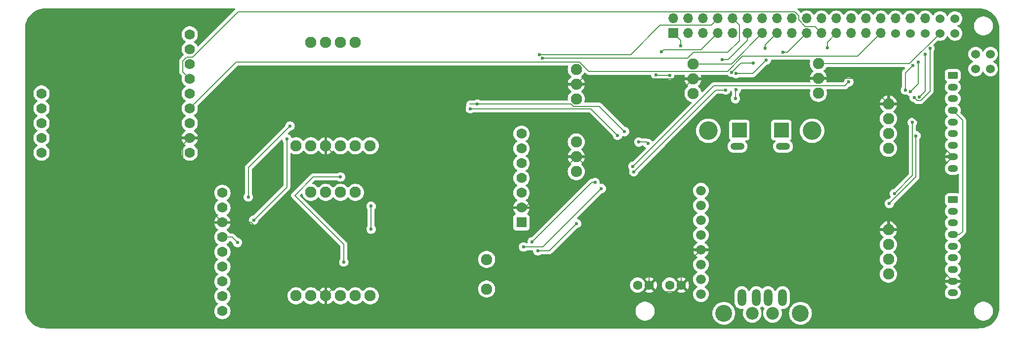
<source format=gbr>
%TF.GenerationSoftware,KiCad,Pcbnew,8.0.6*%
%TF.CreationDate,2025-03-28T16:21:50-05:00*%
%TF.ProjectId,Initial Schematic,496e6974-6961-46c2-9053-6368656d6174,rev?*%
%TF.SameCoordinates,Original*%
%TF.FileFunction,Copper,L2,Bot*%
%TF.FilePolarity,Positive*%
%FSLAX46Y46*%
G04 Gerber Fmt 4.6, Leading zero omitted, Abs format (unit mm)*
G04 Created by KiCad (PCBNEW 8.0.6) date 2025-03-28 16:21:50*
%MOMM*%
%LPD*%
G01*
G04 APERTURE LIST*
G04 Aperture macros list*
%AMRoundRect*
0 Rectangle with rounded corners*
0 $1 Rounding radius*
0 $2 $3 $4 $5 $6 $7 $8 $9 X,Y pos of 4 corners*
0 Add a 4 corners polygon primitive as box body*
4,1,4,$2,$3,$4,$5,$6,$7,$8,$9,$2,$3,0*
0 Add four circle primitives for the rounded corners*
1,1,$1+$1,$2,$3*
1,1,$1+$1,$4,$5*
1,1,$1+$1,$6,$7*
1,1,$1+$1,$8,$9*
0 Add four rect primitives between the rounded corners*
20,1,$1+$1,$2,$3,$4,$5,0*
20,1,$1+$1,$4,$5,$6,$7,0*
20,1,$1+$1,$6,$7,$8,$9,0*
20,1,$1+$1,$8,$9,$2,$3,0*%
G04 Aperture macros list end*
%TA.AperFunction,ComponentPad*%
%ADD10C,1.676400*%
%TD*%
%TA.AperFunction,ComponentPad*%
%ADD11C,2.184400*%
%TD*%
%TA.AperFunction,ComponentPad*%
%ADD12O,1.458000X2.916000*%
%TD*%
%TA.AperFunction,ComponentPad*%
%ADD13C,3.200000*%
%TD*%
%TA.AperFunction,ComponentPad*%
%ADD14C,2.900000*%
%TD*%
%TA.AperFunction,ComponentPad*%
%ADD15O,2.416000X1.208000*%
%TD*%
%TA.AperFunction,ComponentPad*%
%ADD16R,2.500000X2.500000*%
%TD*%
%TA.AperFunction,ComponentPad*%
%ADD17C,1.930400*%
%TD*%
%TA.AperFunction,ComponentPad*%
%ADD18C,1.600000*%
%TD*%
%TA.AperFunction,ComponentPad*%
%ADD19RoundRect,0.250000X-0.625000X0.350000X-0.625000X-0.350000X0.625000X-0.350000X0.625000X0.350000X0*%
%TD*%
%TA.AperFunction,ComponentPad*%
%ADD20O,1.750000X1.200000*%
%TD*%
%TA.AperFunction,ComponentPad*%
%ADD21C,1.778000*%
%TD*%
%TA.AperFunction,ComponentPad*%
%ADD22R,1.778000X1.778000*%
%TD*%
%TA.AperFunction,ComponentPad*%
%ADD23R,1.700000X1.700000*%
%TD*%
%TA.AperFunction,ComponentPad*%
%ADD24O,1.700000X1.700000*%
%TD*%
%TA.AperFunction,ComponentPad*%
%ADD25C,1.524000*%
%TD*%
%TA.AperFunction,ViaPad*%
%ADD26C,0.600000*%
%TD*%
%TA.AperFunction,Conductor*%
%ADD27C,0.200000*%
%TD*%
G04 APERTURE END LIST*
D10*
%TO.P,Adafruit_Powerboost1,1,USB*%
%TO.N,unconnected-(Adafruit_Powerboost1-USB-Pad1)*%
X143545777Y-77101320D03*
%TO.P,Adafruit_Powerboost1,2,BAT*%
%TO.N,unconnected-(Adafruit_Powerboost1-BAT-Pad2)*%
X143545777Y-79641320D03*
%TO.P,Adafruit_Powerboost1,3,VS*%
%TO.N,unconnected-(Adafruit_Powerboost1-VS-Pad3)*%
X143545777Y-82181320D03*
%TO.P,Adafruit_Powerboost1,4,EN*%
%TO.N,unconnected-(Adafruit_Powerboost1-EN-Pad4)*%
X143545777Y-84721320D03*
%TO.P,Adafruit_Powerboost1,5,GND*%
%TO.N,/GND*%
X143545777Y-87261320D03*
%TO.P,Adafruit_Powerboost1,6*%
%TO.N,unconnected-(Adafruit_Powerboost1-Pad6)*%
X143545777Y-89801320D03*
%TO.P,Adafruit_Powerboost1,7,G*%
%TO.N,unconnected-(Adafruit_Powerboost1-G-Pad7)*%
X143545777Y-92341320D03*
%TO.P,Adafruit_Powerboost1,8,5V*%
%TO.N,/5V*%
X143545777Y-94881320D03*
D11*
%TO.P,Adafruit_Powerboost1,9*%
%TO.N,N/C*%
X152323277Y-98183320D03*
%TO.P,Adafruit_Powerboost1,10*%
X155823277Y-98183320D03*
D12*
%TO.P,Adafruit_Powerboost1,D+*%
X155023277Y-95473320D03*
%TO.P,Adafruit_Powerboost1,D-*%
X153023277Y-95473320D03*
%TO.P,Adafruit_Powerboost1,GND*%
X157523277Y-95473320D03*
D13*
%TO.P,Adafruit_Powerboost1,P$1*%
X162595777Y-66814320D03*
X144815777Y-66814320D03*
D14*
%TO.P,Adafruit_Powerboost1,S1*%
X147453277Y-98183320D03*
%TO.P,Adafruit_Powerboost1,S2*%
X160593277Y-98183320D03*
D15*
%TO.P,Adafruit_Powerboost1,SPRT@1*%
X157609777Y-69492320D03*
%TO.P,Adafruit_Powerboost1,SPRT@2*%
X149801777Y-69492320D03*
D16*
%TO.P,Adafruit_Powerboost1,SPRT@3*%
X157305777Y-66692320D03*
%TO.P,Adafruit_Powerboost1,SPRT@4*%
X150105777Y-66692320D03*
D12*
%TO.P,Adafruit_Powerboost1,VBUS*%
X150523277Y-95473320D03*
%TD*%
D17*
%TO.P,Servo1,1,VCC*%
%TO.N,/5V*%
X163675000Y-60365000D03*
%TO.P,Servo1,2,GND*%
%TO.N,/GND*%
X163675000Y-57825000D03*
%TO.P,Servo1,3,Signal*%
%TO.N,/Servo1*%
X163675000Y-55285000D03*
%TD*%
%TO.P,BNO0551,1,PSO*%
%TO.N,unconnected-(BNO0551-PSO-Pad1)*%
X76690000Y-77395000D03*
%TO.P,BNO0551,2,PS1*%
%TO.N,unconnected-(BNO0551-PS1-Pad2)*%
X79230000Y-77395000D03*
%TO.P,BNO0551,3,INT*%
%TO.N,unconnected-(BNO0551-INT-Pad3)*%
X81770000Y-77395000D03*
%TO.P,BNO0551,4,ADR*%
%TO.N,/3V*%
X84310000Y-77395000D03*
%TO.P,BNO0551,5,VIN*%
X74150000Y-95175000D03*
%TO.P,BNO0551,6,3VO*%
%TO.N,unconnected-(BNO0551-3VO-Pad6)*%
X76690000Y-95175000D03*
%TO.P,BNO0551,7,GND*%
%TO.N,/GND*%
X79230000Y-95175000D03*
%TO.P,BNO0551,8,SDA*%
%TO.N,/SDA*%
X81770000Y-95175000D03*
%TO.P,BNO0551,9,SCL*%
%TO.N,/SCL*%
X84310000Y-95175000D03*
%TO.P,BNO0551,10,RST*%
%TO.N,unconnected-(BNO0551-RST-Pad10)*%
X86850000Y-95175000D03*
%TD*%
D18*
%TO.P,C2,1*%
%TO.N,/3V*%
X132675000Y-93325000D03*
%TO.P,C2,2*%
%TO.N,/GND*%
X134675000Y-93325000D03*
%TD*%
D19*
%TO.P,Terraranger_Evo_LIDAR1,1,Tx*%
%TO.N,unconnected-(Terraranger_Evo_LIDAR1-Tx-Pad1)*%
X186700000Y-78650000D03*
D20*
%TO.P,Terraranger_Evo_LIDAR1,2,Rx*%
%TO.N,unconnected-(Terraranger_Evo_LIDAR1-Rx-Pad2)*%
X186700000Y-80650000D03*
%TO.P,Terraranger_Evo_LIDAR1,3,GND*%
%TO.N,unconnected-(Terraranger_Evo_LIDAR1-GND-Pad3)*%
X186700000Y-82650000D03*
%TO.P,Terraranger_Evo_LIDAR1,4,SDA*%
%TO.N,/SDA*%
X186700000Y-84650000D03*
%TO.P,Terraranger_Evo_LIDAR1,5,SCL*%
%TO.N,/SCL*%
X186700000Y-86650000D03*
%TO.P,Terraranger_Evo_LIDAR1,6,rfu*%
%TO.N,unconnected-(Terraranger_Evo_LIDAR1-rfu-Pad6)*%
X186700000Y-88650000D03*
%TO.P,Terraranger_Evo_LIDAR1,7,5V*%
%TO.N,/5V*%
X186700000Y-90650000D03*
%TO.P,Terraranger_Evo_LIDAR1,8,GND*%
%TO.N,/GND*%
X186700000Y-92650000D03*
%TO.P,Terraranger_Evo_LIDAR1,9,rfu*%
%TO.N,unconnected-(Terraranger_Evo_LIDAR1-rfu-Pad9)*%
X186700000Y-94650000D03*
%TD*%
D19*
%TO.P,Terraranger_Evo_LIDAR2,1,Tx*%
%TO.N,unconnected-(Terraranger_Evo_LIDAR2-Tx-Pad1)*%
X186700000Y-57300000D03*
D20*
%TO.P,Terraranger_Evo_LIDAR2,2,Rx*%
%TO.N,unconnected-(Terraranger_Evo_LIDAR2-Rx-Pad2)*%
X186700000Y-59300000D03*
%TO.P,Terraranger_Evo_LIDAR2,3,GND*%
%TO.N,unconnected-(Terraranger_Evo_LIDAR2-GND-Pad3)*%
X186700000Y-61300000D03*
%TO.P,Terraranger_Evo_LIDAR2,4,SDA*%
%TO.N,/SDA*%
X186700000Y-63300000D03*
%TO.P,Terraranger_Evo_LIDAR2,5,SCL*%
%TO.N,/SCL*%
X186700000Y-65300000D03*
%TO.P,Terraranger_Evo_LIDAR2,6,rfu*%
%TO.N,unconnected-(Terraranger_Evo_LIDAR2-rfu-Pad6)*%
X186700000Y-67300000D03*
%TO.P,Terraranger_Evo_LIDAR2,7,5V*%
%TO.N,/5V*%
X186700000Y-69300000D03*
%TO.P,Terraranger_Evo_LIDAR2,8,GND*%
%TO.N,/GND*%
X186700000Y-71300000D03*
%TO.P,Terraranger_Evo_LIDAR2,9,rfu*%
%TO.N,unconnected-(Terraranger_Evo_LIDAR2-rfu-Pad9)*%
X186700000Y-73300000D03*
%TD*%
D17*
%TO.P,Servo2,1,VCC*%
%TO.N,/5V*%
X142175000Y-60405000D03*
%TO.P,Servo2,2,GND*%
%TO.N,/GND*%
X142175000Y-57865000D03*
%TO.P,Servo2,3,Signal*%
%TO.N,/Servo2*%
X142175000Y-55325000D03*
%TD*%
D21*
%TO.P,RFM95WLoRaRadio1,1,VIN*%
%TO.N,/3V*%
X55909000Y-70564000D03*
%TO.P,RFM95WLoRaRadio1,2,GND*%
%TO.N,/GND*%
X55909000Y-68024000D03*
%TO.P,RFM95WLoRaRadio1,3,EN*%
%TO.N,unconnected-(RFM95WLoRaRadio1-EN-Pad3)*%
X55909000Y-65484000D03*
%TO.P,RFM95WLoRaRadio1,4,G0*%
%TO.N,/GO*%
X55909000Y-62944000D03*
%TO.P,RFM95WLoRaRadio1,5,SCK*%
%TO.N,/SCK*%
X55909000Y-60404000D03*
%TO.P,RFM95WLoRaRadio1,6,MISO*%
%TO.N,/MISO*%
X55909000Y-57864000D03*
%TO.P,RFM95WLoRaRadio1,7,MOSI*%
%TO.N,/MOSI*%
X55909000Y-55324000D03*
%TO.P,RFM95WLoRaRadio1,8,CS*%
%TO.N,/CS*%
X55909000Y-52784000D03*
%TO.P,RFM95WLoRaRadio1,9,RST*%
%TO.N,/RST1*%
X55909000Y-50244000D03*
%TO.P,RFM95WLoRaRadio1,10,G1*%
%TO.N,unconnected-(RFM95WLoRaRadio1-G1-Pad10)*%
X30509000Y-70564000D03*
%TO.P,RFM95WLoRaRadio1,11,G2*%
%TO.N,unconnected-(RFM95WLoRaRadio1-G2-Pad11)*%
X30509000Y-68024000D03*
%TO.P,RFM95WLoRaRadio1,12,G3*%
%TO.N,unconnected-(RFM95WLoRaRadio1-G3-Pad12)*%
X30509000Y-65484000D03*
%TO.P,RFM95WLoRaRadio1,13,G4*%
%TO.N,unconnected-(RFM95WLoRaRadio1-G4-Pad13)*%
X30509000Y-62944000D03*
%TO.P,RFM95WLoRaRadio1,14,G5*%
%TO.N,unconnected-(RFM95WLoRaRadio1-G5-Pad14)*%
X30509000Y-60404000D03*
%TD*%
D22*
%TO.P,MPL3115A2Barometer1,1,Vin*%
%TO.N,/3V*%
X112770500Y-82570000D03*
D21*
%TO.P,MPL3115A2Barometer1,2,GND*%
%TO.N,/GND*%
X112770500Y-80030000D03*
%TO.P,MPL3115A2Barometer1,3,3vo*%
%TO.N,unconnected-(MPL3115A2Barometer1-3vo-Pad3)*%
X112770500Y-77490000D03*
%TO.P,MPL3115A2Barometer1,4,INT2*%
%TO.N,unconnected-(MPL3115A2Barometer1-INT2-Pad4)*%
X112770500Y-74950000D03*
%TO.P,MPL3115A2Barometer1,5,INT1*%
%TO.N,unconnected-(MPL3115A2Barometer1-INT1-Pad5)*%
X112770500Y-72410000D03*
%TO.P,MPL3115A2Barometer1,6,SCL*%
%TO.N,/SCL*%
X112770500Y-69870000D03*
%TO.P,MPL3115A2Barometer1,7,SDA*%
%TO.N,/SDA*%
X112770500Y-67330000D03*
%TD*%
D23*
%TO.P,J1,1,3V3*%
%TO.N,/3V3*%
X138810000Y-50044000D03*
D24*
%TO.P,J1,2,5V*%
%TO.N,Net-(J1-5V-Pad2)*%
X138810000Y-47504000D03*
%TO.P,J1,3,SDA/GPIO2*%
%TO.N,/SDA*%
X141350000Y-50044000D03*
%TO.P,J1,4,5V*%
%TO.N,Net-(J1-5V-Pad2)*%
X141350000Y-47504000D03*
%TO.P,J1,5,SCL/GPIO3*%
%TO.N,/SCL*%
X143890000Y-50044000D03*
%TO.P,J1,6,GND*%
%TO.N,Net-(J1-GND-Pad14)*%
X143890000Y-47504000D03*
%TO.P,J1,7,GCLK0/GPIO4*%
%TO.N,/Motor2*%
X146430000Y-50044000D03*
%TO.P,J1,8,GPIO14/TXD*%
%TO.N,/TX*%
X146430000Y-47504000D03*
%TO.P,J1,9,GND*%
%TO.N,Net-(J1-GND-Pad14)*%
X148970000Y-50044000D03*
%TO.P,J1,10,GPIO15/RXD*%
%TO.N,/RX*%
X148970000Y-47504000D03*
%TO.P,J1,11,GPIO17*%
%TO.N,/Motor1*%
X151510000Y-50044000D03*
%TO.P,J1,12,GPIO18/PWM0*%
%TO.N,unconnected-(J1-GPIO18{slash}PWM0-Pad12)*%
X151510000Y-47504000D03*
%TO.P,J1,13,GPIO27*%
%TO.N,/Servo2*%
X154050000Y-50044000D03*
%TO.P,J1,14,GND*%
%TO.N,Net-(J1-GND-Pad14)*%
X154050000Y-47504000D03*
%TO.P,J1,15,GPIO22*%
%TO.N,/GPIO*%
X156590000Y-50044000D03*
%TO.P,J1,16,GPIO23*%
%TO.N,unconnected-(J1-GPIO23-Pad16)*%
X156590000Y-47504000D03*
%TO.P,J1,17,3V3*%
%TO.N,/3V3*%
X159130000Y-50044000D03*
%TO.P,J1,18,GPIO24*%
%TO.N,unconnected-(J1-GPIO24-Pad18)*%
X159130000Y-47504000D03*
%TO.P,J1,19,MOSI0/GPIO10*%
%TO.N,/MOSI*%
X161670000Y-50044000D03*
%TO.P,J1,20,GND*%
%TO.N,Net-(J1-GND-Pad14)*%
X161670000Y-47504000D03*
%TO.P,J1,21,MISO0/GPIO9*%
%TO.N,/MISO*%
X164210000Y-50044000D03*
%TO.P,J1,22,GPIO25*%
%TO.N,/RST1*%
X164210000Y-47504000D03*
%TO.P,J1,23,SCLK0/GPIO11*%
%TO.N,/SCK*%
X166750000Y-50044000D03*
%TO.P,J1,24,~{CE0}/GPIO8*%
%TO.N,unconnected-(J1-~{CE0}{slash}GPIO8-Pad24)*%
X166750000Y-47504000D03*
%TO.P,J1,25,GND*%
%TO.N,Net-(J1-GND-Pad14)*%
X169290000Y-50044000D03*
%TO.P,J1,26,~{CE1}/GPIO7*%
%TO.N,/CS*%
X169290000Y-47504000D03*
%TO.P,J1,27,ID_SD/GPIO0*%
%TO.N,/ECHO2*%
X171830000Y-50044000D03*
%TO.P,J1,28,ID_SC/GPIO1*%
%TO.N,unconnected-(J1-ID_SC{slash}GPIO1-Pad28)*%
X171830000Y-47504000D03*
%TO.P,J1,29,GCLK1/GPIO5*%
%TO.N,/GO*%
X174370000Y-50044000D03*
%TO.P,J1,30,GND*%
%TO.N,Net-(J1-GND-Pad14)*%
X174370000Y-47504000D03*
D25*
%TO.P,J1,31,GCLK2/GPIO6*%
%TO.N,/TRIG2*%
X176900000Y-50071000D03*
D24*
%TO.P,J1,32,PWM0/GPIO12*%
%TO.N,unconnected-(J1-PWM0{slash}GPIO12-Pad32)*%
X176910000Y-47504000D03*
D25*
%TO.P,J1,33,PWM1/GPIO13*%
%TO.N,/ECHO1*%
X179440000Y-50071000D03*
D24*
%TO.P,J1,34,GND*%
%TO.N,Net-(J1-GND-Pad14)*%
X179450000Y-47504000D03*
D25*
%TO.P,J1,35,GPIO19/MISO1*%
%TO.N,/TRIG1*%
X181980000Y-50071000D03*
D24*
%TO.P,J1,36,GPIO16*%
%TO.N,unconnected-(J1-GPIO16-Pad36)*%
X181990000Y-47504000D03*
D25*
%TO.P,J1,37,GPIO26*%
%TO.N,/Servo1*%
X184520000Y-50071000D03*
%TO.P,J1,38,GPIO20/MOSI1*%
%TO.N,unconnected-(J1-GPIO20{slash}MOSI1-Pad38)*%
X184520000Y-47531000D03*
%TO.P,J1,39,GND*%
%TO.N,Net-(J1-GND-Pad14)*%
X187060000Y-50071000D03*
%TO.P,J1,40,GPIO21/SCLK1*%
%TO.N,unconnected-(J1-GPIO21{slash}SCLK1-Pad40)*%
X187060000Y-47531000D03*
%TO.P,J1,41*%
%TO.N,N/C*%
X193160000Y-56194000D03*
%TO.P,J1,42*%
X193160000Y-53654000D03*
%TO.P,J1,43*%
X190620000Y-56194000D03*
%TO.P,J1,44*%
X190620000Y-53654000D03*
%TD*%
D18*
%TO.P,C1,1*%
%TO.N,/5V*%
X138175000Y-93325000D03*
%TO.P,C1,2*%
%TO.N,/GND*%
X140175000Y-93325000D03*
%TD*%
D21*
%TO.P,PA1616SGPS1,1,3.3V*%
%TO.N,unconnected-(PA1616SGPS1-3.3V-Pad1)*%
X61508000Y-97810000D03*
%TO.P,PA1616SGPS1,2,EN*%
%TO.N,unconnected-(PA1616SGPS1-EN-Pad2)*%
X61508000Y-95270000D03*
%TO.P,PA1616SGPS1,3,VBAT*%
%TO.N,unconnected-(PA1616SGPS1-VBAT-Pad3)*%
X61508000Y-92730000D03*
%TO.P,PA1616SGPS1,4,FIX*%
%TO.N,unconnected-(PA1616SGPS1-FIX-Pad4)*%
X61508000Y-90190000D03*
%TO.P,PA1616SGPS1,5,TX*%
%TO.N,/TX*%
X61508000Y-87650000D03*
%TO.P,PA1616SGPS1,6,RX*%
%TO.N,/RX*%
X61508000Y-85110000D03*
%TO.P,PA1616SGPS1,7,GND*%
%TO.N,/GND*%
X61508000Y-82570000D03*
%TO.P,PA1616SGPS1,8,VIN*%
%TO.N,/5V*%
X61508000Y-80030000D03*
%TO.P,PA1616SGPS1,9,PPS*%
%TO.N,unconnected-(PA1616SGPS1-PPS-Pad9)*%
X61508000Y-77490000D03*
%TD*%
D17*
%TO.P,Kill_Switch1,1,3V*%
%TO.N,/3V3*%
X106800000Y-94005000D03*
%TO.P,Kill_Switch1,2,GPIO*%
%TO.N,/GPIO*%
X106800000Y-88925000D03*
%TD*%
%TO.P,BNO55,1,PSO*%
%TO.N,unconnected-(BNO55-PSO-Pad1)*%
X76690000Y-51602500D03*
%TO.P,BNO55,2,PS1*%
%TO.N,unconnected-(BNO55-PS1-Pad2)*%
X79230000Y-51602500D03*
%TO.P,BNO55,3,INT*%
%TO.N,unconnected-(BNO55-INT-Pad3)*%
X81770000Y-51602500D03*
%TO.P,BNO55,4,ADR*%
%TO.N,unconnected-(BNO55-ADR-Pad4)*%
X84310000Y-51602500D03*
%TO.P,BNO55,5,VIN*%
%TO.N,/3V*%
X74150000Y-69382500D03*
%TO.P,BNO55,6,3VO*%
%TO.N,unconnected-(BNO55-3VO-Pad6)*%
X76690000Y-69382500D03*
%TO.P,BNO55,7,GND*%
%TO.N,/GND*%
X79230000Y-69382500D03*
%TO.P,BNO55,8,SDA*%
%TO.N,/SDA*%
X81770000Y-69382500D03*
%TO.P,BNO55,9,SCL*%
%TO.N,/SCL*%
X84310000Y-69382500D03*
%TO.P,BNO55,10,RST*%
%TO.N,unconnected-(BNO55-RST-Pad10)*%
X86850000Y-69382500D03*
%TD*%
%TO.P,HC-SR04_Ultrasonic1,1,VCC*%
%TO.N,/5V*%
X175675000Y-91445000D03*
%TO.P,HC-SR04_Ultrasonic1,2,TRIG*%
%TO.N,/TRIG1*%
X175675000Y-88905000D03*
%TO.P,HC-SR04_Ultrasonic1,3,ECHO*%
%TO.N,/ECHO1*%
X175675000Y-86365000D03*
%TO.P,HC-SR04_Ultrasonic1,4,GND*%
%TO.N,/GND*%
X175675000Y-83825000D03*
%TD*%
%TO.P,Controller1,3,VCC*%
%TO.N,unconnected-(Controller1-VCC-Pad3)*%
X122175000Y-73825000D03*
%TO.P,Controller1,4,GND*%
%TO.N,/GND*%
X122175000Y-71285000D03*
%TO.P,Controller1,5,Signal*%
%TO.N,/Motor1*%
X122175000Y-68745000D03*
%TD*%
%TO.P,HC-SR04_Ultrasonic2,1,VCC*%
%TO.N,/5V*%
X175675000Y-69825000D03*
%TO.P,HC-SR04_Ultrasonic2,2,TRIG*%
%TO.N,/TRIG2*%
X175675000Y-67285000D03*
%TO.P,HC-SR04_Ultrasonic2,3,ECHO*%
%TO.N,/ECHO2*%
X175675000Y-64745000D03*
%TO.P,HC-SR04_Ultrasonic2,4,GND*%
%TO.N,/GND*%
X175675000Y-62205000D03*
%TD*%
%TO.P,Controller2,3,VCC*%
%TO.N,unconnected-(Controller2-VCC-Pad3)*%
X122175000Y-61325000D03*
%TO.P,Controller2,4,GND*%
%TO.N,/GND*%
X122175000Y-58785000D03*
%TO.P,Controller2,5,Signal*%
%TO.N,/Motor2*%
X122175000Y-56245000D03*
%TD*%
D26*
%TO.N,/SCL*%
X87000000Y-83725000D03*
X87000000Y-79775000D03*
%TO.N,/GND*%
X133900000Y-87100000D03*
X127525000Y-79950000D03*
%TO.N,/Motor2*%
X136800000Y-53275000D03*
%TO.N,/5V*%
X122225000Y-82750000D03*
X115575000Y-87450000D03*
%TO.N,/TX*%
X115850000Y-53700000D03*
X73100000Y-66000000D03*
X65950000Y-78200000D03*
%TO.N,/MOSI*%
X132900000Y-68750000D03*
X130450000Y-66950000D03*
X154725000Y-54675000D03*
X157550000Y-53325000D03*
X134439265Y-68989265D03*
X149450000Y-61300000D03*
X149575000Y-59750000D03*
X105225000Y-62250000D03*
X149525000Y-57000000D03*
%TO.N,/SDA*%
X81750000Y-74750000D03*
X82325000Y-89375000D03*
%TO.N,/Motor1*%
X147200000Y-54600000D03*
%TO.N,/RX*%
X116330002Y-54340002D03*
X72575000Y-68200000D03*
X66875000Y-82175000D03*
X64100000Y-86025000D03*
%TO.N,/SCK*%
X165175000Y-52575000D03*
X131875000Y-72925000D03*
X168875000Y-58425000D03*
X104000000Y-63025000D03*
X129250000Y-67600000D03*
%TO.N,/ECHO1*%
X180400000Y-67675000D03*
X175825000Y-79325000D03*
X181975000Y-53625000D03*
X180925000Y-61025000D03*
%TO.N,/TRIG1*%
X182794765Y-52644765D03*
X176688235Y-77613235D03*
X179775000Y-65375000D03*
X180075000Y-61076472D03*
%TO.N,/TRIG2*%
X179475000Y-60075000D03*
X180825000Y-55025000D03*
%TO.N,/ECHO2*%
X178575000Y-59825000D03*
X179825000Y-55625000D03*
%TO.N,/GPIO*%
X113125000Y-86775000D03*
X154550000Y-52600000D03*
X152475000Y-55150000D03*
X126475000Y-76750000D03*
X147800000Y-59805000D03*
X132025000Y-73850000D03*
X148758736Y-56770121D03*
%TO.N,/3V3*%
X125400000Y-75700000D03*
X135800000Y-57190200D03*
X138175000Y-57265000D03*
X140075000Y-52175000D03*
X114600000Y-85900000D03*
%TD*%
D27*
%TO.N,/Servo1*%
X163675000Y-55285000D02*
X179306000Y-55285000D01*
X179306000Y-55285000D02*
X184520000Y-50071000D01*
%TO.N,/SCL*%
X87000000Y-79775000D02*
X87000000Y-83725000D01*
%TO.N,/GND*%
X54720000Y-76050000D02*
X54720000Y-69213000D01*
X142175000Y-57865000D02*
X163635000Y-57865000D01*
X177875000Y-83825000D02*
X186700000Y-92650000D01*
X139075000Y-94425000D02*
X140175000Y-93325000D01*
X127525000Y-79950000D02*
X127525000Y-76635000D01*
X143545777Y-87261320D02*
X140175000Y-90632097D01*
X186700000Y-71300000D02*
X180175000Y-64775000D01*
X79230000Y-95175000D02*
X79026471Y-95175000D01*
X142175000Y-57865000D02*
X123095000Y-57865000D01*
X54720000Y-76050000D02*
X54988000Y-76050000D01*
X89877500Y-84527500D02*
X89877500Y-80030000D01*
X134675000Y-93325000D02*
X135775000Y-94425000D01*
X177875000Y-83825000D02*
X175725000Y-83825000D01*
X186700000Y-71300000D02*
X175725000Y-82275000D01*
X180175000Y-64775000D02*
X180125000Y-64775000D01*
X140175000Y-90632097D02*
X140175000Y-93325000D01*
X128755000Y-71285000D02*
X142175000Y-57865000D01*
X127525000Y-76635000D02*
X122175000Y-71285000D01*
X54720000Y-76123000D02*
X54720000Y-76050000D01*
X113430000Y-80030000D02*
X112770500Y-80030000D01*
X134675000Y-88250000D02*
X134675000Y-93325000D01*
X175725000Y-82275000D02*
X175725000Y-83825000D01*
X122175000Y-71285000D02*
X113430000Y-80030000D01*
X66421471Y-82570000D02*
X61508000Y-82570000D01*
X79026471Y-95175000D02*
X66421471Y-82570000D01*
X122175000Y-71285000D02*
X128755000Y-71285000D01*
X79230000Y-95175000D02*
X89877500Y-84527500D01*
X180125000Y-64775000D02*
X177555000Y-62205000D01*
X163675000Y-57825000D02*
X171295000Y-57825000D01*
X135775000Y-94425000D02*
X139075000Y-94425000D01*
X54720000Y-69213000D02*
X55909000Y-68024000D01*
X133900000Y-87100000D02*
X133900000Y-87475000D01*
X89877500Y-80030000D02*
X112770500Y-80030000D01*
X54988000Y-76050000D02*
X61508000Y-82570000D01*
X123095000Y-57865000D02*
X122175000Y-58785000D01*
X163635000Y-57865000D02*
X163675000Y-57825000D01*
X175675000Y-62205000D02*
X177555000Y-62205000D01*
X133900000Y-87475000D02*
X134675000Y-88250000D01*
X171295000Y-57825000D02*
X175675000Y-62205000D01*
X89877500Y-80030000D02*
X79230000Y-69382500D01*
%TO.N,/Motor2*%
X137150000Y-52925000D02*
X143549000Y-52925000D01*
X143549000Y-52925000D02*
X146430000Y-50044000D01*
X136800000Y-53275000D02*
X137150000Y-52925000D01*
%TO.N,/5V*%
X115575000Y-87450000D02*
X117525000Y-87450000D01*
X117525000Y-87450000D02*
X122225000Y-82750000D01*
%TO.N,/TX*%
X65950000Y-73150000D02*
X65950000Y-78200000D01*
X145280000Y-48654000D02*
X136539518Y-48654000D01*
X131493518Y-53700000D02*
X115850000Y-53700000D01*
X146430000Y-47504000D02*
X145280000Y-48654000D01*
X73100000Y-66000000D02*
X65950000Y-73150000D01*
X136539518Y-48654000D02*
X131493518Y-53700000D01*
%TO.N,/MOSI*%
X121650937Y-62590200D02*
X126090200Y-62590200D01*
X105225000Y-62250000D02*
X103926471Y-62250000D01*
X134200000Y-68750000D02*
X134439265Y-68989265D01*
X121310737Y-62250000D02*
X121650937Y-62590200D01*
X103926471Y-62250000D02*
X121310737Y-62250000D01*
X132900000Y-68750000D02*
X134200000Y-68750000D01*
X126090200Y-62590200D02*
X130450000Y-66950000D01*
X158389000Y-53325000D02*
X161670000Y-50044000D01*
X149450000Y-59875000D02*
X149575000Y-59750000D01*
X152400000Y-57000000D02*
X154725000Y-54675000D01*
X149450000Y-61300000D02*
X149450000Y-59875000D01*
X149525000Y-57000000D02*
X152400000Y-57000000D01*
X157550000Y-53325000D02*
X158389000Y-53325000D01*
%TO.N,/Servo2*%
X142175000Y-55325000D02*
X148769000Y-55325000D01*
X148769000Y-55325000D02*
X154050000Y-50044000D01*
%TO.N,/MISO*%
X64182500Y-46354000D02*
X159606346Y-46354000D01*
X54720000Y-54831500D02*
X55416500Y-54135000D01*
X55416500Y-54135000D02*
X56401500Y-54135000D01*
X163060000Y-48894000D02*
X164210000Y-50044000D01*
X54720000Y-56675000D02*
X54720000Y-54831500D01*
X160280000Y-47027654D02*
X160280000Y-47749000D01*
X160280000Y-47749000D02*
X161425000Y-48894000D01*
X159606346Y-46354000D02*
X160280000Y-47027654D01*
X56401500Y-54135000D02*
X64182500Y-46354000D01*
X161425000Y-48894000D02*
X163060000Y-48894000D01*
X55909000Y-57864000D02*
X54720000Y-56675000D01*
%TO.N,/SDA*%
X77075000Y-74750000D02*
X73900000Y-77925000D01*
X188375000Y-65025000D02*
X186700000Y-63350000D01*
X81750000Y-74750000D02*
X77075000Y-74750000D01*
X187825000Y-84650000D02*
X188375000Y-84100000D01*
X73900000Y-77925000D02*
X82325000Y-86350000D01*
X186700000Y-84650000D02*
X187825000Y-84650000D01*
X82325000Y-86350000D02*
X82325000Y-89375000D01*
X188375000Y-84100000D02*
X188375000Y-65025000D01*
X186700000Y-63350000D02*
X186700000Y-63300000D01*
%TO.N,/GO*%
X150639886Y-54019800D02*
X148069486Y-56590200D01*
X148069486Y-56590200D02*
X124309463Y-56590200D01*
X170394200Y-54019800D02*
X150639886Y-54019800D01*
X124309463Y-56590200D02*
X122699063Y-54979800D01*
X174370000Y-50044000D02*
X170394200Y-54019800D01*
X63873200Y-54979800D02*
X55909000Y-62944000D01*
X122699063Y-54979800D02*
X63873200Y-54979800D01*
%TO.N,/Motor1*%
X148156081Y-54600000D02*
X147200000Y-54600000D01*
X151510000Y-51246081D02*
X148156081Y-54600000D01*
X151510000Y-50044000D02*
X151510000Y-51246081D01*
%TO.N,/RX*%
X141220344Y-54340002D02*
X116330002Y-54340002D01*
X142235346Y-53325000D02*
X148150000Y-53325000D01*
X150120000Y-48654000D02*
X148970000Y-47504000D01*
X72575000Y-76475000D02*
X66875000Y-82175000D01*
X148150000Y-53325000D02*
X150120000Y-51355000D01*
X150120000Y-51355000D02*
X150120000Y-48654000D01*
X63185000Y-85110000D02*
X61508000Y-85110000D01*
X64100000Y-86025000D02*
X63185000Y-85110000D01*
X141220344Y-54340002D02*
X142235346Y-53325000D01*
X72575000Y-68200000D02*
X72575000Y-76475000D01*
%TO.N,/SCK*%
X165175000Y-52575000D02*
X165175000Y-51619000D01*
X104000000Y-63025000D02*
X124675000Y-63025000D01*
X145709800Y-59090200D02*
X168209800Y-59090200D01*
X165175000Y-51619000D02*
X166750000Y-50044000D01*
X168209800Y-59090200D02*
X168875000Y-58425000D01*
X124675000Y-63025000D02*
X129250000Y-67600000D01*
X131875000Y-72925000D02*
X145709800Y-59090200D01*
%TO.N,/ECHO1*%
X175825000Y-79325000D02*
X180400000Y-74750000D01*
X180400000Y-74750000D02*
X180400000Y-67675000D01*
X181975000Y-59975000D02*
X181975000Y-53625000D01*
X180925000Y-61025000D02*
X181975000Y-59975000D01*
%TO.N,/TRIG1*%
X182794765Y-60003764D02*
X182794765Y-52644765D01*
X181173529Y-61625000D02*
X182794765Y-60003764D01*
X180075000Y-61076472D02*
X180623528Y-61625000D01*
X176688235Y-77613235D02*
X179775000Y-74526470D01*
X179775000Y-74526470D02*
X179775000Y-65375000D01*
X180623528Y-61625000D02*
X181173529Y-61625000D01*
%TO.N,/TRIG2*%
X179475000Y-60075000D02*
X180825000Y-58725000D01*
X180825000Y-58725000D02*
X180825000Y-55025000D01*
%TO.N,/ECHO2*%
X178575000Y-59825000D02*
X178575000Y-56875000D01*
X178575000Y-56875000D02*
X179825000Y-55625000D01*
%TO.N,/GPIO*%
X154550000Y-52600000D02*
X154550000Y-52084000D01*
X132025000Y-73850000D02*
X146070000Y-59805000D01*
X154550000Y-52084000D02*
X156590000Y-50044000D01*
X113125000Y-86775000D02*
X116450000Y-86775000D01*
X148758736Y-56770121D02*
X150378857Y-55150000D01*
X150378857Y-55150000D02*
X152475000Y-55150000D01*
X146070000Y-59805000D02*
X147800000Y-59805000D01*
X116450000Y-86775000D02*
X126475000Y-76750000D01*
%TO.N,/3V3*%
X114600000Y-85900000D02*
X124800000Y-75700000D01*
X138175000Y-57265000D02*
X135874800Y-57265000D01*
X140075000Y-51309000D02*
X138810000Y-50044000D01*
X140075000Y-52175000D02*
X140075000Y-51309000D01*
X135874800Y-57265000D02*
X135800000Y-57190200D01*
X124800000Y-75700000D02*
X125400000Y-75700000D01*
%TD*%
%TA.AperFunction,Conductor*%
%TO.N,/GND*%
G36*
X63679441Y-45795185D02*
G01*
X63725196Y-45847989D01*
X63735140Y-45917147D01*
X63706115Y-45980703D01*
X63700083Y-45987181D01*
X57395157Y-52292106D01*
X57333834Y-52325591D01*
X57264142Y-52320607D01*
X57208209Y-52278735D01*
X57193920Y-52254235D01*
X57192944Y-52252011D01*
X57135217Y-52120405D01*
X57059956Y-52005209D01*
X57009271Y-51927629D01*
X56982355Y-51898390D01*
X56853308Y-51758208D01*
X56737042Y-51667715D01*
X56667541Y-51613620D01*
X56668525Y-51612354D01*
X56627824Y-51564670D01*
X56618396Y-51495439D01*
X56647893Y-51432102D01*
X56667865Y-51414796D01*
X56667541Y-51414380D01*
X56715867Y-51376766D01*
X56853308Y-51269792D01*
X57009269Y-51100373D01*
X57135217Y-50907595D01*
X57227717Y-50696716D01*
X57284246Y-50473488D01*
X57299362Y-50291068D01*
X57303262Y-50244005D01*
X57303262Y-50243994D01*
X57288927Y-50071000D01*
X57284246Y-50014512D01*
X57227717Y-49791284D01*
X57135217Y-49580405D01*
X57075642Y-49489218D01*
X57009271Y-49387629D01*
X56908397Y-49278051D01*
X56853308Y-49218208D01*
X56701659Y-49100175D01*
X56671591Y-49076772D01*
X56469069Y-48967172D01*
X56469061Y-48967169D01*
X56251274Y-48892402D01*
X56050235Y-48858855D01*
X56024137Y-48854500D01*
X55793863Y-48854500D01*
X55767765Y-48858855D01*
X55566725Y-48892402D01*
X55348938Y-48967169D01*
X55348930Y-48967172D01*
X55146408Y-49076772D01*
X54964694Y-49218206D01*
X54964689Y-49218211D01*
X54808728Y-49387629D01*
X54682782Y-49580405D01*
X54590282Y-49791285D01*
X54533753Y-50014515D01*
X54514738Y-50243994D01*
X54514738Y-50244005D01*
X54533753Y-50473484D01*
X54590282Y-50696714D01*
X54682782Y-50907594D01*
X54808728Y-51100370D01*
X54808731Y-51100373D01*
X54964692Y-51269792D01*
X55037092Y-51326143D01*
X55150459Y-51414380D01*
X55149476Y-51415641D01*
X55190183Y-51463349D01*
X55199600Y-51532581D01*
X55170092Y-51595914D01*
X55150136Y-51613205D01*
X55150459Y-51613620D01*
X54964694Y-51758206D01*
X54964689Y-51758211D01*
X54808728Y-51927629D01*
X54682782Y-52120405D01*
X54590282Y-52331285D01*
X54533753Y-52554515D01*
X54514738Y-52783994D01*
X54514738Y-52784005D01*
X54533753Y-53013484D01*
X54590282Y-53236714D01*
X54682782Y-53447594D01*
X54808728Y-53640370D01*
X54849494Y-53684653D01*
X54880416Y-53747307D01*
X54872556Y-53816734D01*
X54845945Y-53856317D01*
X54351286Y-54350978D01*
X54239481Y-54462782D01*
X54239479Y-54462784D01*
X54233686Y-54472819D01*
X54204866Y-54522738D01*
X54160423Y-54599715D01*
X54119499Y-54752443D01*
X54119499Y-54752445D01*
X54119499Y-54920546D01*
X54119500Y-54920559D01*
X54119500Y-56588330D01*
X54119499Y-56588348D01*
X54119499Y-56754054D01*
X54119498Y-56754054D01*
X54119499Y-56754057D01*
X54158604Y-56899998D01*
X54160424Y-56906787D01*
X54172058Y-56926937D01*
X54172059Y-56926939D01*
X54239477Y-57043712D01*
X54239481Y-57043717D01*
X54358349Y-57162585D01*
X54358355Y-57162590D01*
X54543850Y-57348085D01*
X54577335Y-57409408D01*
X54576375Y-57466206D01*
X54533753Y-57634515D01*
X54514738Y-57863994D01*
X54514738Y-57864005D01*
X54533753Y-58093484D01*
X54590282Y-58316714D01*
X54682782Y-58527594D01*
X54808728Y-58720370D01*
X54811344Y-58723212D01*
X54964692Y-58889792D01*
X55012834Y-58927262D01*
X55150459Y-59034380D01*
X55149476Y-59035641D01*
X55190183Y-59083349D01*
X55199600Y-59152581D01*
X55170092Y-59215914D01*
X55150136Y-59233205D01*
X55150459Y-59233620D01*
X54964694Y-59378206D01*
X54964689Y-59378211D01*
X54808728Y-59547629D01*
X54682782Y-59740405D01*
X54590282Y-59951285D01*
X54533753Y-60174515D01*
X54514738Y-60403994D01*
X54514738Y-60404005D01*
X54533753Y-60633484D01*
X54590282Y-60856714D01*
X54682782Y-61067594D01*
X54808728Y-61260370D01*
X54816062Y-61268337D01*
X54964692Y-61429792D01*
X55038255Y-61487048D01*
X55150459Y-61574380D01*
X55149476Y-61575641D01*
X55190183Y-61623349D01*
X55199600Y-61692581D01*
X55170092Y-61755914D01*
X55150136Y-61773205D01*
X55150459Y-61773620D01*
X54964694Y-61918206D01*
X54964689Y-61918211D01*
X54808728Y-62087629D01*
X54682782Y-62280405D01*
X54590282Y-62491285D01*
X54533753Y-62714515D01*
X54514738Y-62943994D01*
X54514738Y-62944005D01*
X54533753Y-63173484D01*
X54590282Y-63396714D01*
X54682782Y-63607594D01*
X54808728Y-63800370D01*
X54808731Y-63800373D01*
X54964692Y-63969792D01*
X55025253Y-64016928D01*
X55150459Y-64114380D01*
X55149476Y-64115641D01*
X55190183Y-64163349D01*
X55199600Y-64232581D01*
X55170092Y-64295914D01*
X55150136Y-64313205D01*
X55150459Y-64313620D01*
X54964694Y-64458206D01*
X54964689Y-64458211D01*
X54808728Y-64627629D01*
X54682782Y-64820405D01*
X54590282Y-65031285D01*
X54533753Y-65254515D01*
X54514738Y-65483994D01*
X54514738Y-65484005D01*
X54533753Y-65713484D01*
X54590282Y-65936714D01*
X54682782Y-66147594D01*
X54808728Y-66340370D01*
X54808731Y-66340373D01*
X54964692Y-66509792D01*
X54987622Y-66527639D01*
X55150459Y-66654380D01*
X55149570Y-66655521D01*
X55190632Y-66703624D01*
X55200063Y-66772855D01*
X55170568Y-66836194D01*
X55150429Y-66853650D01*
X55150733Y-66854040D01*
X54965039Y-66998571D01*
X54965029Y-66998580D01*
X54809126Y-67167937D01*
X54683224Y-67360644D01*
X54590757Y-67571446D01*
X54539464Y-67773999D01*
X54539464Y-67774000D01*
X55475988Y-67774000D01*
X55443075Y-67831007D01*
X55409000Y-67958174D01*
X55409000Y-68089826D01*
X55443075Y-68216993D01*
X55475988Y-68274000D01*
X54539464Y-68274000D01*
X54590757Y-68476553D01*
X54683224Y-68687355D01*
X54809126Y-68880062D01*
X54965029Y-69049419D01*
X54965039Y-69049428D01*
X55150733Y-69193960D01*
X55149789Y-69195172D01*
X55190639Y-69243043D01*
X55200060Y-69312274D01*
X55170556Y-69375609D01*
X55150181Y-69393263D01*
X55150459Y-69393620D01*
X54964694Y-69538206D01*
X54964689Y-69538211D01*
X54808728Y-69707629D01*
X54682782Y-69900405D01*
X54590282Y-70111285D01*
X54533753Y-70334515D01*
X54514738Y-70563994D01*
X54514738Y-70564005D01*
X54533753Y-70793484D01*
X54590282Y-71016714D01*
X54682782Y-71227594D01*
X54808728Y-71420370D01*
X54808731Y-71420373D01*
X54964692Y-71589792D01*
X55146411Y-71731229D01*
X55348931Y-71840828D01*
X55452910Y-71876524D01*
X55566725Y-71915597D01*
X55566727Y-71915597D01*
X55566729Y-71915598D01*
X55793863Y-71953500D01*
X55793864Y-71953500D01*
X56024136Y-71953500D01*
X56024137Y-71953500D01*
X56251271Y-71915598D01*
X56469069Y-71840828D01*
X56671589Y-71731229D01*
X56853308Y-71589792D01*
X57009269Y-71420373D01*
X57135217Y-71227595D01*
X57227717Y-71016716D01*
X57284246Y-70793488D01*
X57298871Y-70616996D01*
X57303262Y-70564005D01*
X57303262Y-70563994D01*
X57288178Y-70381962D01*
X57284246Y-70334512D01*
X57227717Y-70111284D01*
X57135217Y-69900405D01*
X57115356Y-69870005D01*
X57009271Y-69707629D01*
X56932809Y-69624569D01*
X56853308Y-69538208D01*
X56733536Y-69444986D01*
X56667541Y-69393620D01*
X56668428Y-69392480D01*
X56627363Y-69344366D01*
X56617938Y-69275135D01*
X56647437Y-69211798D01*
X56667572Y-69194352D01*
X56667267Y-69193960D01*
X56852960Y-69049428D01*
X56852970Y-69049419D01*
X57008873Y-68880062D01*
X57134775Y-68687355D01*
X57227242Y-68476553D01*
X57278535Y-68274000D01*
X56342012Y-68274000D01*
X56374925Y-68216993D01*
X56409000Y-68089826D01*
X56409000Y-67958174D01*
X56374925Y-67831007D01*
X56342012Y-67774000D01*
X57278536Y-67774000D01*
X57278535Y-67773999D01*
X57227242Y-67571446D01*
X57134775Y-67360644D01*
X57008873Y-67167937D01*
X56852970Y-66998580D01*
X56852960Y-66998571D01*
X56667267Y-66854040D01*
X56668209Y-66852829D01*
X56627355Y-66804947D01*
X56617941Y-66735714D01*
X56647450Y-66672382D01*
X56667820Y-66654738D01*
X56667541Y-66654380D01*
X56736794Y-66600478D01*
X56853308Y-66509792D01*
X57009269Y-66340373D01*
X57135217Y-66147595D01*
X57227717Y-65936716D01*
X57284246Y-65713488D01*
X57297155Y-65557697D01*
X57303262Y-65484005D01*
X57303262Y-65483994D01*
X57284246Y-65254515D01*
X57284246Y-65254512D01*
X57227717Y-65031284D01*
X57135217Y-64820405D01*
X57065582Y-64713820D01*
X57009271Y-64627629D01*
X56968251Y-64583070D01*
X56853308Y-64458208D01*
X56725547Y-64358768D01*
X56667541Y-64313620D01*
X56668525Y-64312354D01*
X56627824Y-64264670D01*
X56618396Y-64195439D01*
X56647893Y-64132102D01*
X56667865Y-64114796D01*
X56667541Y-64114380D01*
X56704174Y-64085866D01*
X56853308Y-63969792D01*
X57009269Y-63800373D01*
X57135217Y-63607595D01*
X57227717Y-63396716D01*
X57284246Y-63173488D01*
X57292697Y-63071493D01*
X57303262Y-62944005D01*
X57303262Y-62943994D01*
X57284246Y-62714515D01*
X57284246Y-62714512D01*
X57241625Y-62546205D01*
X57244250Y-62476385D01*
X57274148Y-62428086D01*
X64085617Y-55616619D01*
X64146940Y-55583134D01*
X64173298Y-55580300D01*
X120676263Y-55580300D01*
X120743302Y-55599985D01*
X120789057Y-55652789D01*
X120799001Y-55721947D01*
X120789820Y-55754108D01*
X120783964Y-55767456D01*
X120724335Y-56002930D01*
X120704277Y-56244994D01*
X120704277Y-56245005D01*
X120724335Y-56487069D01*
X120783965Y-56722543D01*
X120881537Y-56944986D01*
X121014390Y-57148334D01*
X121021005Y-57155520D01*
X121178906Y-57327046D01*
X121178909Y-57327048D01*
X121178912Y-57327051D01*
X121295073Y-57417463D01*
X121335886Y-57474173D01*
X121339561Y-57543946D01*
X121304929Y-57604629D01*
X121295074Y-57613169D01*
X121179247Y-57703321D01*
X121179242Y-57703326D01*
X121014794Y-57881962D01*
X121014786Y-57881973D01*
X120881978Y-58085250D01*
X120784438Y-58307621D01*
X120726858Y-58535000D01*
X121741988Y-58535000D01*
X121709075Y-58592007D01*
X121675000Y-58719174D01*
X121675000Y-58850826D01*
X121709075Y-58977993D01*
X121741988Y-59035000D01*
X120726858Y-59035000D01*
X120784438Y-59262378D01*
X120881978Y-59484749D01*
X121014786Y-59688026D01*
X121014794Y-59688037D01*
X121179242Y-59866673D01*
X121179245Y-59866676D01*
X121295074Y-59956829D01*
X121335887Y-60013540D01*
X121339562Y-60083313D01*
X121304930Y-60143996D01*
X121295074Y-60152536D01*
X121178912Y-60242948D01*
X121178909Y-60242951D01*
X121178906Y-60242953D01*
X121178906Y-60242954D01*
X121168505Y-60254253D01*
X121014390Y-60421665D01*
X120881537Y-60625013D01*
X120783965Y-60847456D01*
X120724335Y-61082930D01*
X120704277Y-61324994D01*
X120704277Y-61325005D01*
X120720042Y-61515260D01*
X120705961Y-61583696D01*
X120657116Y-61633655D01*
X120596466Y-61649500D01*
X105807412Y-61649500D01*
X105740373Y-61629815D01*
X105730097Y-61622445D01*
X105727263Y-61620185D01*
X105727262Y-61620184D01*
X105656372Y-61575641D01*
X105574523Y-61524211D01*
X105404254Y-61464631D01*
X105404249Y-61464630D01*
X105225004Y-61444435D01*
X105224996Y-61444435D01*
X105045750Y-61464630D01*
X105045745Y-61464631D01*
X104875476Y-61524211D01*
X104722736Y-61620185D01*
X104719903Y-61622445D01*
X104717724Y-61623334D01*
X104716842Y-61623889D01*
X104716744Y-61623734D01*
X104655217Y-61648855D01*
X104642588Y-61649500D01*
X103847414Y-61649500D01*
X103694687Y-61690423D01*
X103694680Y-61690426D01*
X103557761Y-61769475D01*
X103557753Y-61769481D01*
X103445952Y-61881282D01*
X103445946Y-61881290D01*
X103366897Y-62018209D01*
X103366894Y-62018216D01*
X103325971Y-62170943D01*
X103325971Y-62329056D01*
X103361568Y-62461907D01*
X103359905Y-62531757D01*
X103346787Y-62559971D01*
X103274212Y-62675474D01*
X103214631Y-62845745D01*
X103214630Y-62845750D01*
X103194435Y-63024996D01*
X103194435Y-63025003D01*
X103214630Y-63204249D01*
X103214631Y-63204254D01*
X103274211Y-63374523D01*
X103319157Y-63446053D01*
X103370184Y-63527262D01*
X103497738Y-63654816D01*
X103650478Y-63750789D01*
X103792181Y-63800373D01*
X103820745Y-63810368D01*
X103820750Y-63810369D01*
X103999996Y-63830565D01*
X104000000Y-63830565D01*
X104000004Y-63830565D01*
X104179249Y-63810369D01*
X104179252Y-63810368D01*
X104179255Y-63810368D01*
X104349522Y-63750789D01*
X104502262Y-63654816D01*
X104502267Y-63654810D01*
X104505097Y-63652555D01*
X104507275Y-63651665D01*
X104508158Y-63651111D01*
X104508255Y-63651265D01*
X104569783Y-63626145D01*
X104582412Y-63625500D01*
X124374903Y-63625500D01*
X124441942Y-63645185D01*
X124462584Y-63661819D01*
X128419298Y-67618533D01*
X128452783Y-67679856D01*
X128454837Y-67692330D01*
X128464630Y-67779249D01*
X128524210Y-67949521D01*
X128571337Y-68024523D01*
X128620184Y-68102262D01*
X128747738Y-68229816D01*
X128785412Y-68253488D01*
X128895399Y-68322598D01*
X128900478Y-68325789D01*
X129053275Y-68379255D01*
X129070745Y-68385368D01*
X129070750Y-68385369D01*
X129249996Y-68405565D01*
X129250000Y-68405565D01*
X129250004Y-68405565D01*
X129429249Y-68385369D01*
X129429252Y-68385368D01*
X129429255Y-68385368D01*
X129599522Y-68325789D01*
X129752262Y-68229816D01*
X129879816Y-68102262D01*
X129975789Y-67949522D01*
X130033771Y-67783818D01*
X130074492Y-67727044D01*
X130139444Y-67701296D01*
X130191767Y-67707733D01*
X130270737Y-67735366D01*
X130270743Y-67735367D01*
X130270745Y-67735368D01*
X130270746Y-67735368D01*
X130270750Y-67735369D01*
X130449996Y-67755565D01*
X130450000Y-67755565D01*
X130450004Y-67755565D01*
X130629249Y-67735369D01*
X130629252Y-67735368D01*
X130629255Y-67735368D01*
X130799522Y-67675789D01*
X130952262Y-67579816D01*
X131079816Y-67452262D01*
X131175789Y-67299522D01*
X131235368Y-67129255D01*
X131238552Y-67101000D01*
X131255565Y-66950003D01*
X131255565Y-66949996D01*
X131235369Y-66770750D01*
X131235368Y-66770745D01*
X131195049Y-66655521D01*
X131175789Y-66600478D01*
X131079816Y-66447738D01*
X130952262Y-66320184D01*
X130926833Y-66304206D01*
X130799521Y-66224210D01*
X130629249Y-66164630D01*
X130542330Y-66154837D01*
X130477916Y-66127770D01*
X130468533Y-66119298D01*
X126577790Y-62228555D01*
X126577788Y-62228552D01*
X126458917Y-62109681D01*
X126458916Y-62109680D01*
X126368308Y-62057368D01*
X126321985Y-62030623D01*
X126169257Y-61989699D01*
X126011143Y-61989699D01*
X126003547Y-61989699D01*
X126003531Y-61989700D01*
X123673737Y-61989700D01*
X123606698Y-61970015D01*
X123560943Y-61917211D01*
X123550999Y-61848053D01*
X123560180Y-61815892D01*
X123566035Y-61802543D01*
X123578872Y-61751849D01*
X123625664Y-61567073D01*
X123635826Y-61444435D01*
X123645723Y-61325005D01*
X123645723Y-61324994D01*
X123632350Y-61163618D01*
X123625664Y-61082927D01*
X123566035Y-60847457D01*
X123468462Y-60625013D01*
X123419969Y-60550789D01*
X123335609Y-60421665D01*
X123288286Y-60370259D01*
X123171094Y-60242954D01*
X123171089Y-60242950D01*
X123171087Y-60242948D01*
X123054926Y-60152536D01*
X123014113Y-60095826D01*
X123010438Y-60026053D01*
X123045070Y-59965370D01*
X123054926Y-59956829D01*
X123170754Y-59866676D01*
X123170757Y-59866673D01*
X123335205Y-59688037D01*
X123335213Y-59688026D01*
X123468021Y-59484749D01*
X123565561Y-59262378D01*
X123623142Y-59035000D01*
X122608012Y-59035000D01*
X122640925Y-58977993D01*
X122675000Y-58850826D01*
X122675000Y-58719174D01*
X122640925Y-58592007D01*
X122608012Y-58535000D01*
X123623142Y-58535000D01*
X123565561Y-58307621D01*
X123468021Y-58085250D01*
X123335213Y-57881973D01*
X123335205Y-57881962D01*
X123170757Y-57703326D01*
X123170752Y-57703322D01*
X123054925Y-57613169D01*
X123014112Y-57556459D01*
X123010439Y-57486686D01*
X123045070Y-57426003D01*
X123054915Y-57417471D01*
X123171094Y-57327046D01*
X123335607Y-57148337D01*
X123468462Y-56944987D01*
X123501223Y-56870299D01*
X123546176Y-56816817D01*
X123612912Y-56796126D01*
X123680240Y-56814800D01*
X123702458Y-56832431D01*
X123940747Y-57070720D01*
X123940749Y-57070721D01*
X123940753Y-57070724D01*
X124075180Y-57148334D01*
X124077679Y-57149777D01*
X124230406Y-57190701D01*
X124230408Y-57190701D01*
X124396117Y-57190701D01*
X124396133Y-57190700D01*
X134883678Y-57190700D01*
X134950717Y-57210385D01*
X134996472Y-57263189D01*
X135006898Y-57300817D01*
X135014630Y-57369449D01*
X135074210Y-57539721D01*
X135133773Y-57634515D01*
X135170184Y-57692462D01*
X135297738Y-57820016D01*
X135450478Y-57915989D01*
X135469763Y-57922737D01*
X135620745Y-57975568D01*
X135620750Y-57975569D01*
X135799996Y-57995765D01*
X135800000Y-57995765D01*
X135800004Y-57995765D01*
X135979249Y-57975569D01*
X135979251Y-57975568D01*
X135979255Y-57975568D01*
X135979258Y-57975566D01*
X135979262Y-57975566D01*
X136130234Y-57922738D01*
X136149522Y-57915989D01*
X136199627Y-57884505D01*
X136265599Y-57865500D01*
X137592588Y-57865500D01*
X137659627Y-57885185D01*
X137669903Y-57892555D01*
X137672736Y-57894814D01*
X137672738Y-57894816D01*
X137717176Y-57922738D01*
X137801255Y-57975569D01*
X137825478Y-57990789D01*
X137839699Y-57995765D01*
X137995745Y-58050368D01*
X137995750Y-58050369D01*
X138174996Y-58070565D01*
X138175000Y-58070565D01*
X138175004Y-58070565D01*
X138354249Y-58050369D01*
X138354252Y-58050368D01*
X138354255Y-58050368D01*
X138524522Y-57990789D01*
X138677262Y-57894816D01*
X138804816Y-57767262D01*
X138900789Y-57614522D01*
X138960368Y-57444255D01*
X138960369Y-57444249D01*
X138976530Y-57300817D01*
X139003596Y-57236403D01*
X139061191Y-57196847D01*
X139099750Y-57190700D01*
X140681020Y-57190700D01*
X140748059Y-57210385D01*
X140793814Y-57263189D01*
X140803758Y-57332347D01*
X140794576Y-57364511D01*
X140784438Y-57387622D01*
X140726858Y-57615000D01*
X141741988Y-57615000D01*
X141709075Y-57672007D01*
X141675000Y-57799174D01*
X141675000Y-57930826D01*
X141709075Y-58057993D01*
X141741988Y-58115000D01*
X140726858Y-58115000D01*
X140784438Y-58342378D01*
X140881978Y-58564749D01*
X141014786Y-58768026D01*
X141014794Y-58768037D01*
X141179242Y-58946673D01*
X141179245Y-58946676D01*
X141295074Y-59036829D01*
X141335887Y-59093540D01*
X141339562Y-59163313D01*
X141304930Y-59223996D01*
X141295074Y-59232536D01*
X141178912Y-59322948D01*
X141178909Y-59322951D01*
X141014390Y-59501665D01*
X140881537Y-59705013D01*
X140783965Y-59927456D01*
X140724335Y-60162930D01*
X140704277Y-60404994D01*
X140704277Y-60405005D01*
X140724335Y-60647069D01*
X140783965Y-60882543D01*
X140881537Y-61104986D01*
X141014390Y-61308334D01*
X141014393Y-61308337D01*
X141178906Y-61487046D01*
X141178909Y-61487048D01*
X141178912Y-61487051D01*
X141370582Y-61636234D01*
X141370588Y-61636238D01*
X141370591Y-61636240D01*
X141584217Y-61751849D01*
X141584220Y-61751850D01*
X141813957Y-61830719D01*
X141838660Y-61834841D01*
X141901545Y-61865291D01*
X141937985Y-61924906D01*
X141936411Y-61994757D01*
X141905932Y-62044831D01*
X135331328Y-68619435D01*
X135270005Y-68652920D01*
X135200313Y-68647936D01*
X135144380Y-68606064D01*
X135138653Y-68597726D01*
X135108362Y-68549519D01*
X135069081Y-68487003D01*
X134941527Y-68359449D01*
X134890811Y-68327582D01*
X134788788Y-68263476D01*
X134618519Y-68203896D01*
X134618514Y-68203895D01*
X134439269Y-68183700D01*
X134432303Y-68183700D01*
X134432303Y-68183106D01*
X134393675Y-68180211D01*
X134382669Y-68177262D01*
X134279057Y-68149499D01*
X134120943Y-68149499D01*
X134113347Y-68149499D01*
X134113331Y-68149500D01*
X133482412Y-68149500D01*
X133415373Y-68129815D01*
X133405097Y-68122445D01*
X133402263Y-68120185D01*
X133402262Y-68120184D01*
X133297711Y-68054490D01*
X133249523Y-68024211D01*
X133079254Y-67964631D01*
X133079249Y-67964630D01*
X132900004Y-67944435D01*
X132899996Y-67944435D01*
X132720750Y-67964630D01*
X132720745Y-67964631D01*
X132550476Y-68024211D01*
X132397737Y-68120184D01*
X132270184Y-68247737D01*
X132174211Y-68400476D01*
X132114631Y-68570745D01*
X132114630Y-68570750D01*
X132094435Y-68749996D01*
X132094435Y-68750003D01*
X132114630Y-68929249D01*
X132114631Y-68929254D01*
X132174211Y-69099523D01*
X132241370Y-69206405D01*
X132270184Y-69252262D01*
X132397738Y-69379816D01*
X132550478Y-69475789D01*
X132595455Y-69491527D01*
X132720745Y-69535368D01*
X132720750Y-69535369D01*
X132899996Y-69555565D01*
X132900000Y-69555565D01*
X132900004Y-69555565D01*
X133079249Y-69535369D01*
X133079252Y-69535368D01*
X133079255Y-69535368D01*
X133249522Y-69475789D01*
X133402262Y-69379816D01*
X133402267Y-69379810D01*
X133405097Y-69377555D01*
X133407275Y-69376665D01*
X133408158Y-69376111D01*
X133408255Y-69376265D01*
X133469783Y-69351145D01*
X133482412Y-69350500D01*
X133652303Y-69350500D01*
X133719342Y-69370185D01*
X133757296Y-69408528D01*
X133809444Y-69491521D01*
X133809449Y-69491527D01*
X133937003Y-69619081D01*
X133971115Y-69640515D01*
X134047726Y-69688653D01*
X134094017Y-69740988D01*
X134104665Y-69810042D01*
X134076290Y-69873890D01*
X134069435Y-69881328D01*
X131856465Y-72094298D01*
X131795142Y-72127783D01*
X131782668Y-72129837D01*
X131695750Y-72139630D01*
X131525478Y-72199210D01*
X131372737Y-72295184D01*
X131245184Y-72422737D01*
X131149211Y-72575476D01*
X131089631Y-72745745D01*
X131089630Y-72745750D01*
X131069435Y-72924996D01*
X131069435Y-72925003D01*
X131089630Y-73104249D01*
X131089631Y-73104254D01*
X131149211Y-73274523D01*
X131245184Y-73427262D01*
X131249091Y-73431169D01*
X131282576Y-73492492D01*
X131278451Y-73559805D01*
X131239633Y-73670737D01*
X131239630Y-73670750D01*
X131219435Y-73849996D01*
X131219435Y-73850003D01*
X131239630Y-74029249D01*
X131239631Y-74029254D01*
X131299211Y-74199523D01*
X131376663Y-74322786D01*
X131395184Y-74352262D01*
X131522738Y-74479816D01*
X131550540Y-74497285D01*
X131667450Y-74570745D01*
X131675478Y-74575789D01*
X131845745Y-74635368D01*
X131845750Y-74635369D01*
X132024996Y-74655565D01*
X132025000Y-74655565D01*
X132025004Y-74655565D01*
X132204249Y-74635369D01*
X132204252Y-74635368D01*
X132204255Y-74635368D01*
X132374522Y-74575789D01*
X132527262Y-74479816D01*
X132654816Y-74352262D01*
X132750789Y-74199522D01*
X132810368Y-74029255D01*
X132820161Y-73942329D01*
X132847226Y-73877918D01*
X132855690Y-73868543D01*
X137318840Y-69405394D01*
X148093277Y-69405394D01*
X148093277Y-69579246D01*
X148099586Y-69619080D01*
X148120474Y-69750959D01*
X148120474Y-69750962D01*
X148174195Y-69916298D01*
X148225470Y-70016930D01*
X148253124Y-70071204D01*
X148355312Y-70211853D01*
X148478244Y-70334785D01*
X148618893Y-70436973D01*
X148705994Y-70481353D01*
X148773798Y-70515901D01*
X148939135Y-70569622D01*
X148939136Y-70569622D01*
X148939139Y-70569623D01*
X149110851Y-70596820D01*
X149110852Y-70596820D01*
X150492702Y-70596820D01*
X150492703Y-70596820D01*
X150664415Y-70569623D01*
X150664418Y-70569622D01*
X150664419Y-70569622D01*
X150829755Y-70515901D01*
X150829755Y-70515900D01*
X150829758Y-70515900D01*
X150984661Y-70436973D01*
X151125310Y-70334785D01*
X151248242Y-70211853D01*
X151350430Y-70071204D01*
X151429357Y-69916301D01*
X151443137Y-69873890D01*
X151483079Y-69750962D01*
X151483079Y-69750961D01*
X151483080Y-69750958D01*
X151510277Y-69579246D01*
X151510277Y-69405394D01*
X151483080Y-69233682D01*
X151483079Y-69233678D01*
X151483079Y-69233677D01*
X151429358Y-69068341D01*
X151358490Y-68929255D01*
X151350430Y-68913436D01*
X151248242Y-68772787D01*
X151129955Y-68654500D01*
X151096470Y-68593177D01*
X151101454Y-68523485D01*
X151143326Y-68467552D01*
X151208790Y-68443135D01*
X151217636Y-68442819D01*
X151403648Y-68442819D01*
X151403649Y-68442819D01*
X151463260Y-68436411D01*
X151598108Y-68386116D01*
X151713323Y-68299866D01*
X151799573Y-68184651D01*
X151849868Y-68049803D01*
X151856277Y-67990193D01*
X151856276Y-65394455D01*
X155555277Y-65394455D01*
X155555277Y-67990190D01*
X155555278Y-67990196D01*
X155561685Y-68049803D01*
X155611979Y-68184648D01*
X155611983Y-68184655D01*
X155698229Y-68299864D01*
X155698232Y-68299867D01*
X155813441Y-68386113D01*
X155813448Y-68386117D01*
X155858202Y-68402809D01*
X155948294Y-68436411D01*
X156007904Y-68442820D01*
X156193918Y-68442819D01*
X156260956Y-68462503D01*
X156306711Y-68515307D01*
X156316655Y-68584465D01*
X156287630Y-68648021D01*
X156281599Y-68654500D01*
X156163311Y-68772788D01*
X156061124Y-68913435D01*
X155982195Y-69068341D01*
X155928474Y-69233677D01*
X155928474Y-69233680D01*
X155905328Y-69379815D01*
X155901277Y-69405394D01*
X155901277Y-69579246D01*
X155907586Y-69619080D01*
X155928474Y-69750959D01*
X155928474Y-69750962D01*
X155982195Y-69916298D01*
X156033470Y-70016930D01*
X156061124Y-70071204D01*
X156163312Y-70211853D01*
X156286244Y-70334785D01*
X156426893Y-70436973D01*
X156513994Y-70481353D01*
X156581798Y-70515901D01*
X156747135Y-70569622D01*
X156747136Y-70569622D01*
X156747139Y-70569623D01*
X156918851Y-70596820D01*
X156918852Y-70596820D01*
X158300702Y-70596820D01*
X158300703Y-70596820D01*
X158472415Y-70569623D01*
X158472418Y-70569622D01*
X158472419Y-70569622D01*
X158637755Y-70515901D01*
X158637755Y-70515900D01*
X158637758Y-70515900D01*
X158792661Y-70436973D01*
X158933310Y-70334785D01*
X159056242Y-70211853D01*
X159158430Y-70071204D01*
X159237357Y-69916301D01*
X159251137Y-69873890D01*
X159291079Y-69750962D01*
X159291079Y-69750961D01*
X159291080Y-69750958D01*
X159318277Y-69579246D01*
X159318277Y-69405394D01*
X159291080Y-69233682D01*
X159291079Y-69233678D01*
X159291079Y-69233677D01*
X159237358Y-69068341D01*
X159166490Y-68929255D01*
X159158430Y-68913436D01*
X159056242Y-68772787D01*
X158933310Y-68649855D01*
X158821930Y-68568932D01*
X158779266Y-68513602D01*
X158773287Y-68443989D01*
X158805893Y-68382194D01*
X158820499Y-68369353D01*
X158913323Y-68299866D01*
X158999573Y-68184651D01*
X159049868Y-68049803D01*
X159056277Y-67990193D01*
X159056277Y-66814320D01*
X160490369Y-66814320D01*
X160509978Y-67101000D01*
X160568443Y-67382354D01*
X160568444Y-67382357D01*
X160664671Y-67653113D01*
X160664670Y-67653113D01*
X160796875Y-67908255D01*
X160962589Y-68143020D01*
X161019443Y-68203895D01*
X161158724Y-68353028D01*
X161381630Y-68534375D01*
X161625231Y-68682513D01*
X161627159Y-68683685D01*
X161779834Y-68750000D01*
X161890719Y-68798164D01*
X162167419Y-68875691D01*
X162417697Y-68910091D01*
X162452098Y-68914820D01*
X162452099Y-68914820D01*
X162739456Y-68914820D01*
X162770147Y-68910601D01*
X163024135Y-68875691D01*
X163300835Y-68798164D01*
X163413792Y-68749099D01*
X163564394Y-68683685D01*
X163564397Y-68683683D01*
X163564402Y-68683681D01*
X163809924Y-68534375D01*
X164032830Y-68353028D01*
X164228966Y-68143018D01*
X164394678Y-67908256D01*
X164526881Y-67653117D01*
X164623111Y-67382352D01*
X164681575Y-67101006D01*
X164701185Y-66814320D01*
X164681575Y-66527634D01*
X164623111Y-66246288D01*
X164615264Y-66224210D01*
X164526882Y-65975526D01*
X164526883Y-65975526D01*
X164394678Y-65720384D01*
X164228964Y-65485619D01*
X164088141Y-65334836D01*
X164032830Y-65275612D01*
X163904229Y-65170987D01*
X163809923Y-65094264D01*
X163564394Y-64944954D01*
X163300840Y-64830478D01*
X163300838Y-64830477D01*
X163300835Y-64830476D01*
X163167826Y-64793209D01*
X163024141Y-64752950D01*
X163024136Y-64752949D01*
X163024135Y-64752949D01*
X162966259Y-64744994D01*
X174204277Y-64744994D01*
X174204277Y-64745005D01*
X174224335Y-64987069D01*
X174283965Y-65222543D01*
X174381537Y-65444986D01*
X174514390Y-65648334D01*
X174514393Y-65648337D01*
X174678906Y-65827046D01*
X174678909Y-65827048D01*
X174678912Y-65827051D01*
X174794667Y-65917147D01*
X174835480Y-65973857D01*
X174839155Y-66043630D01*
X174804523Y-66104313D01*
X174794667Y-66112853D01*
X174678912Y-66202948D01*
X174678909Y-66202951D01*
X174514390Y-66381665D01*
X174381537Y-66585013D01*
X174283965Y-66807456D01*
X174224335Y-67042930D01*
X174204277Y-67284994D01*
X174204277Y-67285005D01*
X174224335Y-67527069D01*
X174283965Y-67762543D01*
X174381537Y-67984986D01*
X174514390Y-68188334D01*
X174528715Y-68203895D01*
X174678906Y-68367046D01*
X174678909Y-68367048D01*
X174678912Y-68367051D01*
X174794667Y-68457147D01*
X174835480Y-68513857D01*
X174839155Y-68583630D01*
X174804523Y-68644313D01*
X174794667Y-68652853D01*
X174678912Y-68742948D01*
X174678909Y-68742951D01*
X174678906Y-68742953D01*
X174678906Y-68742954D01*
X174672420Y-68750000D01*
X174514390Y-68921665D01*
X174381537Y-69125013D01*
X174283965Y-69347456D01*
X174224335Y-69582930D01*
X174204277Y-69824994D01*
X174204277Y-69825005D01*
X174224335Y-70067069D01*
X174283965Y-70302543D01*
X174381537Y-70524986D01*
X174514390Y-70728334D01*
X174542451Y-70758816D01*
X174678906Y-70907046D01*
X174678909Y-70907048D01*
X174678912Y-70907051D01*
X174870582Y-71056234D01*
X174870588Y-71056238D01*
X174870591Y-71056240D01*
X175084217Y-71171849D01*
X175084220Y-71171850D01*
X175281628Y-71239620D01*
X175313959Y-71250719D01*
X175553549Y-71290700D01*
X175553550Y-71290700D01*
X175796450Y-71290700D01*
X175796451Y-71290700D01*
X176036041Y-71250719D01*
X176265783Y-71171849D01*
X176479409Y-71056240D01*
X176487428Y-71049999D01*
X176615192Y-70950556D01*
X176671094Y-70907046D01*
X176835607Y-70728337D01*
X176838784Y-70723475D01*
X176878456Y-70662751D01*
X176968462Y-70524987D01*
X177066035Y-70302543D01*
X177125664Y-70067073D01*
X177138061Y-69917462D01*
X177145723Y-69825005D01*
X177145723Y-69824994D01*
X177129115Y-69624573D01*
X177125664Y-69582927D01*
X177066035Y-69347457D01*
X176968462Y-69125013D01*
X176936109Y-69075493D01*
X176835609Y-68921665D01*
X176797594Y-68880370D01*
X176671094Y-68742954D01*
X176671089Y-68742950D01*
X176671087Y-68742948D01*
X176555333Y-68652853D01*
X176514520Y-68596143D01*
X176510845Y-68526370D01*
X176545477Y-68465687D01*
X176555333Y-68457147D01*
X176646201Y-68386421D01*
X176671094Y-68367046D01*
X176835607Y-68188337D01*
X176838637Y-68183700D01*
X176843274Y-68176600D01*
X176968462Y-67984987D01*
X177066035Y-67762543D01*
X177125664Y-67527073D01*
X177142369Y-67325476D01*
X177145723Y-67285005D01*
X177145723Y-67284994D01*
X177125664Y-67042930D01*
X177125664Y-67042927D01*
X177066035Y-66807457D01*
X176968462Y-66585013D01*
X176930978Y-66527639D01*
X176835609Y-66381665D01*
X176783101Y-66324626D01*
X176671094Y-66202954D01*
X176671089Y-66202950D01*
X176671087Y-66202948D01*
X176555333Y-66112853D01*
X176514520Y-66056143D01*
X176510845Y-65986370D01*
X176545477Y-65925687D01*
X176555333Y-65917147D01*
X176631216Y-65858083D01*
X176671094Y-65827046D01*
X176835607Y-65648337D01*
X176968462Y-65444987D01*
X177066035Y-65222543D01*
X177125664Y-64987073D01*
X177141728Y-64793214D01*
X177145723Y-64745005D01*
X177145723Y-64744994D01*
X177125664Y-64502930D01*
X177125664Y-64502927D01*
X177066035Y-64267457D01*
X176968462Y-64045013D01*
X176835609Y-63841665D01*
X176797594Y-63800370D01*
X176671094Y-63662954D01*
X176671089Y-63662950D01*
X176671087Y-63662948D01*
X176554926Y-63572536D01*
X176514113Y-63515826D01*
X176510438Y-63446053D01*
X176545070Y-63385370D01*
X176554926Y-63376829D01*
X176670754Y-63286676D01*
X176670757Y-63286673D01*
X176835205Y-63108037D01*
X176835213Y-63108026D01*
X176968021Y-62904749D01*
X177065561Y-62682378D01*
X177123142Y-62455000D01*
X176108012Y-62455000D01*
X176140925Y-62397993D01*
X176175000Y-62270826D01*
X176175000Y-62139174D01*
X176140925Y-62012007D01*
X176108012Y-61955000D01*
X177123142Y-61955000D01*
X177065561Y-61727621D01*
X176968021Y-61505250D01*
X176835213Y-61301973D01*
X176835205Y-61301962D01*
X176670757Y-61123326D01*
X176670747Y-61123317D01*
X176479138Y-60974181D01*
X176479129Y-60974175D01*
X176265587Y-60858613D01*
X176265573Y-60858607D01*
X176035919Y-60779765D01*
X175925000Y-60761257D01*
X175925000Y-61771988D01*
X175867993Y-61739075D01*
X175740826Y-61705000D01*
X175609174Y-61705000D01*
X175482007Y-61739075D01*
X175425000Y-61771988D01*
X175425000Y-60761257D01*
X175424999Y-60761257D01*
X175314080Y-60779765D01*
X175084426Y-60858607D01*
X175084412Y-60858613D01*
X174870870Y-60974175D01*
X174870861Y-60974181D01*
X174679252Y-61123317D01*
X174679242Y-61123326D01*
X174514794Y-61301962D01*
X174514786Y-61301973D01*
X174381978Y-61505250D01*
X174284438Y-61727621D01*
X174226858Y-61955000D01*
X175241988Y-61955000D01*
X175209075Y-62012007D01*
X175175000Y-62139174D01*
X175175000Y-62270826D01*
X175209075Y-62397993D01*
X175241988Y-62455000D01*
X174226858Y-62455000D01*
X174284438Y-62682378D01*
X174381978Y-62904749D01*
X174514786Y-63108026D01*
X174514794Y-63108037D01*
X174679242Y-63286673D01*
X174679245Y-63286676D01*
X174795074Y-63376829D01*
X174835887Y-63433540D01*
X174839562Y-63503313D01*
X174804930Y-63563996D01*
X174795074Y-63572536D01*
X174678912Y-63662948D01*
X174678909Y-63662951D01*
X174514390Y-63841665D01*
X174381537Y-64045013D01*
X174283965Y-64267456D01*
X174224335Y-64502930D01*
X174204277Y-64744994D01*
X162966259Y-64744994D01*
X162807786Y-64723212D01*
X162739456Y-64713820D01*
X162739455Y-64713820D01*
X162452099Y-64713820D01*
X162452098Y-64713820D01*
X162167419Y-64752949D01*
X162167412Y-64752950D01*
X161959638Y-64811165D01*
X161890719Y-64830476D01*
X161890716Y-64830476D01*
X161890713Y-64830478D01*
X161890712Y-64830478D01*
X161627159Y-64944954D01*
X161381630Y-65094264D01*
X161158727Y-65275609D01*
X160962589Y-65485619D01*
X160796875Y-65720384D01*
X160664671Y-65975526D01*
X160568444Y-66246282D01*
X160568443Y-66246285D01*
X160509978Y-66527639D01*
X160490369Y-66814320D01*
X159056277Y-66814320D01*
X159056276Y-65394448D01*
X159049868Y-65334837D01*
X159027777Y-65275609D01*
X158999574Y-65199991D01*
X158999570Y-65199984D01*
X158913324Y-65084775D01*
X158913321Y-65084772D01*
X158798112Y-64998526D01*
X158798105Y-64998522D01*
X158663259Y-64948228D01*
X158663260Y-64948228D01*
X158603660Y-64941821D01*
X158603658Y-64941820D01*
X158603650Y-64941820D01*
X158603641Y-64941820D01*
X156007906Y-64941820D01*
X156007900Y-64941821D01*
X155948293Y-64948228D01*
X155813448Y-64998522D01*
X155813441Y-64998526D01*
X155698232Y-65084772D01*
X155698229Y-65084775D01*
X155611983Y-65199984D01*
X155611979Y-65199991D01*
X155561685Y-65334837D01*
X155556119Y-65386611D01*
X155555278Y-65394443D01*
X155555277Y-65394455D01*
X151856276Y-65394455D01*
X151856276Y-65394448D01*
X151849868Y-65334837D01*
X151827777Y-65275609D01*
X151799574Y-65199991D01*
X151799570Y-65199984D01*
X151713324Y-65084775D01*
X151713321Y-65084772D01*
X151598112Y-64998526D01*
X151598105Y-64998522D01*
X151463259Y-64948228D01*
X151463260Y-64948228D01*
X151403660Y-64941821D01*
X151403658Y-64941820D01*
X151403650Y-64941820D01*
X151403641Y-64941820D01*
X148807906Y-64941820D01*
X148807900Y-64941821D01*
X148748293Y-64948228D01*
X148613448Y-64998522D01*
X148613441Y-64998526D01*
X148498232Y-65084772D01*
X148498229Y-65084775D01*
X148411983Y-65199984D01*
X148411979Y-65199991D01*
X148361685Y-65334837D01*
X148356119Y-65386611D01*
X148355278Y-65394443D01*
X148355277Y-65394455D01*
X148355277Y-67990190D01*
X148355278Y-67990196D01*
X148361685Y-68049803D01*
X148411979Y-68184648D01*
X148411983Y-68184655D01*
X148498229Y-68299864D01*
X148498232Y-68299867D01*
X148591047Y-68369349D01*
X148632918Y-68425283D01*
X148637902Y-68494974D01*
X148604416Y-68556297D01*
X148589622Y-68568932D01*
X148478250Y-68649850D01*
X148478241Y-68649857D01*
X148355314Y-68772784D01*
X148355314Y-68772785D01*
X148355312Y-68772787D01*
X148311426Y-68833189D01*
X148253124Y-68913435D01*
X148174195Y-69068341D01*
X148120474Y-69233677D01*
X148120474Y-69233680D01*
X148097328Y-69379815D01*
X148093277Y-69405394D01*
X137318840Y-69405394D01*
X139909914Y-66814320D01*
X142710369Y-66814320D01*
X142729978Y-67101000D01*
X142788443Y-67382354D01*
X142788444Y-67382357D01*
X142884671Y-67653113D01*
X142884670Y-67653113D01*
X143016875Y-67908255D01*
X143182589Y-68143020D01*
X143239443Y-68203895D01*
X143378724Y-68353028D01*
X143601630Y-68534375D01*
X143845231Y-68682513D01*
X143847159Y-68683685D01*
X143999834Y-68750000D01*
X144110719Y-68798164D01*
X144387419Y-68875691D01*
X144637697Y-68910091D01*
X144672098Y-68914820D01*
X144672099Y-68914820D01*
X144959456Y-68914820D01*
X144990147Y-68910601D01*
X145244135Y-68875691D01*
X145520835Y-68798164D01*
X145633792Y-68749099D01*
X145784394Y-68683685D01*
X145784397Y-68683683D01*
X145784402Y-68683681D01*
X146029924Y-68534375D01*
X146252830Y-68353028D01*
X146448966Y-68143018D01*
X146614678Y-67908256D01*
X146746881Y-67653117D01*
X146843111Y-67382352D01*
X146901575Y-67101006D01*
X146921185Y-66814320D01*
X146901575Y-66527634D01*
X146843111Y-66246288D01*
X146835264Y-66224210D01*
X146746882Y-65975526D01*
X146746883Y-65975526D01*
X146614678Y-65720384D01*
X146448964Y-65485619D01*
X146308141Y-65334836D01*
X146252830Y-65275612D01*
X146124229Y-65170987D01*
X146029923Y-65094264D01*
X145784394Y-64944954D01*
X145520840Y-64830478D01*
X145520838Y-64830477D01*
X145520835Y-64830476D01*
X145387826Y-64793209D01*
X145244141Y-64752950D01*
X145244136Y-64752949D01*
X145244135Y-64752949D01*
X145027786Y-64723212D01*
X144959456Y-64713820D01*
X144959455Y-64713820D01*
X144672099Y-64713820D01*
X144672098Y-64713820D01*
X144387419Y-64752949D01*
X144387412Y-64752950D01*
X144179638Y-64811165D01*
X144110719Y-64830476D01*
X144110716Y-64830476D01*
X144110713Y-64830478D01*
X144110712Y-64830478D01*
X143847159Y-64944954D01*
X143601630Y-65094264D01*
X143378727Y-65275609D01*
X143182589Y-65485619D01*
X143016875Y-65720384D01*
X142884671Y-65975526D01*
X142788444Y-66246282D01*
X142788443Y-66246285D01*
X142729978Y-66527639D01*
X142710369Y-66814320D01*
X139909914Y-66814320D01*
X146282416Y-60441819D01*
X146343739Y-60408334D01*
X146370097Y-60405500D01*
X147217588Y-60405500D01*
X147284627Y-60425185D01*
X147294903Y-60432555D01*
X147297736Y-60434814D01*
X147297738Y-60434816D01*
X147450478Y-60530789D01*
X147507632Y-60550788D01*
X147620745Y-60590368D01*
X147620750Y-60590369D01*
X147799996Y-60610565D01*
X147800000Y-60610565D01*
X147800004Y-60610565D01*
X147979249Y-60590369D01*
X147979252Y-60590368D01*
X147979255Y-60590368D01*
X148149522Y-60530789D01*
X148302262Y-60434816D01*
X148429816Y-60307262D01*
X148525789Y-60154522D01*
X148580080Y-59999364D01*
X148620802Y-59942590D01*
X148685754Y-59916842D01*
X148754316Y-59930298D01*
X148804719Y-59978685D01*
X148814163Y-59999364D01*
X148842541Y-60080460D01*
X148849500Y-60121416D01*
X148849500Y-60717587D01*
X148829815Y-60784626D01*
X148822450Y-60794896D01*
X148820186Y-60797734D01*
X148724211Y-60950476D01*
X148664631Y-61120745D01*
X148664630Y-61120750D01*
X148644435Y-61299996D01*
X148644435Y-61300003D01*
X148664630Y-61479249D01*
X148664631Y-61479254D01*
X148724211Y-61649523D01*
X148801926Y-61773205D01*
X148820184Y-61802262D01*
X148947738Y-61929816D01*
X148987818Y-61955000D01*
X149088425Y-62018216D01*
X149100478Y-62025789D01*
X149270745Y-62085368D01*
X149270750Y-62085369D01*
X149449996Y-62105565D01*
X149450000Y-62105565D01*
X149450004Y-62105565D01*
X149629249Y-62085369D01*
X149629252Y-62085368D01*
X149629255Y-62085368D01*
X149799522Y-62025789D01*
X149952262Y-61929816D01*
X150079816Y-61802262D01*
X150175789Y-61649522D01*
X150235368Y-61479255D01*
X150237016Y-61464630D01*
X150255565Y-61300003D01*
X150255565Y-61299996D01*
X150235369Y-61120750D01*
X150235368Y-61120745D01*
X150215857Y-61064986D01*
X150175789Y-60950478D01*
X150079816Y-60797738D01*
X150079814Y-60797736D01*
X150079813Y-60797734D01*
X150077550Y-60794896D01*
X150076659Y-60792715D01*
X150076111Y-60791842D01*
X150076264Y-60791745D01*
X150051144Y-60730209D01*
X150050500Y-60717587D01*
X150050500Y-60457940D01*
X150070185Y-60390901D01*
X150086819Y-60370259D01*
X150144388Y-60312690D01*
X150204816Y-60252262D01*
X150300789Y-60099522D01*
X150360368Y-59929255D01*
X150360571Y-59927456D01*
X150374840Y-59800817D01*
X150401906Y-59736403D01*
X150459501Y-59696847D01*
X150498060Y-59690700D01*
X162180474Y-59690700D01*
X162247513Y-59710385D01*
X162293268Y-59763189D01*
X162303212Y-59832347D01*
X162294030Y-59864509D01*
X162283965Y-59887453D01*
X162224335Y-60122930D01*
X162204277Y-60364994D01*
X162204277Y-60365005D01*
X162224335Y-60607069D01*
X162283965Y-60842543D01*
X162381537Y-61064986D01*
X162514390Y-61268334D01*
X162514393Y-61268337D01*
X162678906Y-61447046D01*
X162678909Y-61447048D01*
X162678912Y-61447051D01*
X162870582Y-61596234D01*
X162870588Y-61596238D01*
X162870591Y-61596240D01*
X163084217Y-61711849D01*
X163313959Y-61790719D01*
X163553549Y-61830700D01*
X163553550Y-61830700D01*
X163796450Y-61830700D01*
X163796451Y-61830700D01*
X164036041Y-61790719D01*
X164265783Y-61711849D01*
X164479409Y-61596240D01*
X164671094Y-61447046D01*
X164835607Y-61268337D01*
X164968462Y-61064987D01*
X165066035Y-60842543D01*
X165125664Y-60607073D01*
X165137802Y-60460588D01*
X165145723Y-60365005D01*
X165145723Y-60364994D01*
X165129939Y-60174515D01*
X165125664Y-60122927D01*
X165066035Y-59887457D01*
X165066034Y-59887453D01*
X165055970Y-59864509D01*
X165047067Y-59795209D01*
X165077045Y-59732097D01*
X165136385Y-59695211D01*
X165169526Y-59690700D01*
X168123131Y-59690700D01*
X168123147Y-59690701D01*
X168130743Y-59690701D01*
X168288854Y-59690701D01*
X168288857Y-59690701D01*
X168441585Y-59649777D01*
X168491704Y-59620839D01*
X168578516Y-59570720D01*
X168690320Y-59458916D01*
X168690320Y-59458914D01*
X168700528Y-59448707D01*
X168700530Y-59448704D01*
X168893535Y-59255698D01*
X168954856Y-59222215D01*
X168967311Y-59220163D01*
X169054255Y-59210368D01*
X169224522Y-59150789D01*
X169377262Y-59054816D01*
X169504816Y-58927262D01*
X169600789Y-58774522D01*
X169660368Y-58604255D01*
X169662755Y-58583069D01*
X169680565Y-58425003D01*
X169680565Y-58424996D01*
X169660369Y-58245750D01*
X169660368Y-58245745D01*
X169615898Y-58118657D01*
X169600789Y-58075478D01*
X169589802Y-58057993D01*
X169504815Y-57922737D01*
X169377262Y-57795184D01*
X169224523Y-57699211D01*
X169054254Y-57639631D01*
X169054249Y-57639630D01*
X168875004Y-57619435D01*
X168874996Y-57619435D01*
X168695750Y-57639630D01*
X168695745Y-57639631D01*
X168525476Y-57699211D01*
X168372737Y-57795184D01*
X168245184Y-57922737D01*
X168149210Y-58075478D01*
X168089630Y-58245750D01*
X168079837Y-58332667D01*
X168052770Y-58397081D01*
X168044300Y-58406462D01*
X167997385Y-58453379D01*
X167936063Y-58486866D01*
X167909702Y-58489700D01*
X165173191Y-58489700D01*
X165106152Y-58470015D01*
X165060397Y-58417211D01*
X165050453Y-58348053D01*
X165059635Y-58315889D01*
X165065561Y-58302377D01*
X165123142Y-58075000D01*
X164108012Y-58075000D01*
X164140925Y-58017993D01*
X164175000Y-57890826D01*
X164175000Y-57759174D01*
X164140925Y-57632007D01*
X164108012Y-57575000D01*
X165123142Y-57575000D01*
X165065561Y-57347621D01*
X164968021Y-57125250D01*
X164835213Y-56921973D01*
X164835205Y-56921962D01*
X164670757Y-56743326D01*
X164670752Y-56743322D01*
X164554925Y-56653169D01*
X164514112Y-56596459D01*
X164510439Y-56526686D01*
X164545070Y-56466003D01*
X164554915Y-56457471D01*
X164671094Y-56367046D01*
X164835607Y-56188337D01*
X164968462Y-55984987D01*
X164979557Y-55959690D01*
X165024512Y-55906205D01*
X165091248Y-55885514D01*
X165093114Y-55885500D01*
X178415903Y-55885500D01*
X178482942Y-55905185D01*
X178528697Y-55957989D01*
X178538641Y-56027147D01*
X178509616Y-56090703D01*
X178503589Y-56097174D01*
X178342911Y-56257853D01*
X178206286Y-56394478D01*
X178094481Y-56506282D01*
X178094477Y-56506287D01*
X178047780Y-56587171D01*
X178047779Y-56587170D01*
X178015424Y-56643211D01*
X178015423Y-56643215D01*
X177974499Y-56795943D01*
X177974499Y-56795945D01*
X177974499Y-56964046D01*
X177974500Y-56964059D01*
X177974500Y-59242587D01*
X177954815Y-59309626D01*
X177947450Y-59319896D01*
X177945186Y-59322734D01*
X177849211Y-59475476D01*
X177789631Y-59645745D01*
X177789630Y-59645750D01*
X177769435Y-59824996D01*
X177769435Y-59825003D01*
X177789630Y-60004249D01*
X177789631Y-60004254D01*
X177849211Y-60174523D01*
X177917814Y-60283703D01*
X177945184Y-60327262D01*
X178072738Y-60454816D01*
X178105577Y-60475450D01*
X178193646Y-60530788D01*
X178225478Y-60550789D01*
X178386317Y-60607069D01*
X178395745Y-60610368D01*
X178395750Y-60610369D01*
X178574996Y-60630565D01*
X178575000Y-60630565D01*
X178575004Y-60630565D01*
X178754249Y-60610369D01*
X178754250Y-60610368D01*
X178754255Y-60610368D01*
X178772596Y-60603949D01*
X178842374Y-60600387D01*
X178901232Y-60633310D01*
X178972738Y-60704816D01*
X179062563Y-60761257D01*
X179125478Y-60800789D01*
X179200519Y-60827047D01*
X179257295Y-60867769D01*
X179283043Y-60932721D01*
X179282785Y-60957971D01*
X179269435Y-61076466D01*
X179269435Y-61076475D01*
X179289630Y-61255721D01*
X179289631Y-61255726D01*
X179349211Y-61425995D01*
X179431968Y-61557701D01*
X179445184Y-61578734D01*
X179572738Y-61706288D01*
X179725478Y-61802261D01*
X179895745Y-61861840D01*
X179982669Y-61871633D01*
X180047080Y-61898698D01*
X180056463Y-61907170D01*
X180254812Y-62105520D01*
X180254814Y-62105521D01*
X180254818Y-62105524D01*
X180391737Y-62184573D01*
X180391740Y-62184575D01*
X180391744Y-62184577D01*
X180544471Y-62225501D01*
X180544473Y-62225501D01*
X180710182Y-62225501D01*
X180710198Y-62225500D01*
X181086860Y-62225500D01*
X181086876Y-62225501D01*
X181094472Y-62225501D01*
X181252583Y-62225501D01*
X181252586Y-62225501D01*
X181405314Y-62184577D01*
X181483538Y-62139414D01*
X181542245Y-62105520D01*
X181654049Y-61993716D01*
X181654049Y-61993714D01*
X181664253Y-61983511D01*
X181664257Y-61983506D01*
X183153271Y-60494492D01*
X183153276Y-60494488D01*
X183163479Y-60484284D01*
X183163481Y-60484284D01*
X183275285Y-60372480D01*
X183343542Y-60254255D01*
X183354342Y-60235549D01*
X183395266Y-60082821D01*
X183395266Y-59924707D01*
X183395266Y-59917112D01*
X183395265Y-59917094D01*
X183395265Y-56899983D01*
X185324500Y-56899983D01*
X185324500Y-57700001D01*
X185324501Y-57700019D01*
X185335000Y-57802796D01*
X185335001Y-57802799D01*
X185377426Y-57930826D01*
X185390186Y-57969334D01*
X185482288Y-58118656D01*
X185606344Y-58242712D01*
X185670543Y-58282310D01*
X185717268Y-58334258D01*
X185728489Y-58403221D01*
X185700646Y-58467303D01*
X185693128Y-58475530D01*
X185585585Y-58583073D01*
X185483768Y-58723211D01*
X185405128Y-58877552D01*
X185351597Y-59042302D01*
X185324500Y-59213389D01*
X185324500Y-59386610D01*
X185350002Y-59547629D01*
X185351598Y-59557701D01*
X185401208Y-59710385D01*
X185405128Y-59722447D01*
X185457379Y-59824996D01*
X185483768Y-59876788D01*
X185585586Y-60016928D01*
X185708072Y-60139414D01*
X185708078Y-60139418D01*
X185791023Y-60199683D01*
X185833689Y-60255013D01*
X185839667Y-60324626D01*
X185807061Y-60386421D01*
X185791023Y-60400317D01*
X185708078Y-60460581D01*
X185708069Y-60460588D01*
X185585588Y-60583069D01*
X185585588Y-60583070D01*
X185585586Y-60583072D01*
X185548957Y-60633488D01*
X185483768Y-60723211D01*
X185405128Y-60877552D01*
X185351597Y-61042302D01*
X185324500Y-61213389D01*
X185324500Y-61386610D01*
X185346293Y-61524211D01*
X185351598Y-61557701D01*
X185405127Y-61722445D01*
X185483768Y-61876788D01*
X185585586Y-62016928D01*
X185708072Y-62139414D01*
X185708078Y-62139418D01*
X185791023Y-62199683D01*
X185833689Y-62255013D01*
X185839667Y-62324626D01*
X185807061Y-62386421D01*
X185791023Y-62400317D01*
X185708078Y-62460581D01*
X185708069Y-62460588D01*
X185585588Y-62583069D01*
X185585588Y-62583070D01*
X185585586Y-62583072D01*
X185541859Y-62643256D01*
X185483768Y-62723211D01*
X185405128Y-62877552D01*
X185351597Y-63042302D01*
X185341188Y-63108026D01*
X185324500Y-63213389D01*
X185324500Y-63386611D01*
X185326328Y-63398151D01*
X185344965Y-63515826D01*
X185351598Y-63557701D01*
X185405127Y-63722445D01*
X185483768Y-63876788D01*
X185585586Y-64016928D01*
X185708072Y-64139414D01*
X185708078Y-64139418D01*
X185791023Y-64199683D01*
X185833689Y-64255013D01*
X185839667Y-64324626D01*
X185807061Y-64386421D01*
X185791023Y-64400317D01*
X185708078Y-64460581D01*
X185708069Y-64460588D01*
X185585588Y-64583069D01*
X185585588Y-64583070D01*
X185585586Y-64583072D01*
X185580821Y-64589631D01*
X185483768Y-64723211D01*
X185405128Y-64877552D01*
X185351597Y-65042302D01*
X185327294Y-65195750D01*
X185324500Y-65213389D01*
X185324500Y-65386611D01*
X185332677Y-65438239D01*
X185342100Y-65497737D01*
X185351598Y-65557701D01*
X185405127Y-65722445D01*
X185483768Y-65876788D01*
X185585586Y-66016928D01*
X185708072Y-66139414D01*
X185708078Y-66139418D01*
X185791023Y-66199683D01*
X185833689Y-66255013D01*
X185839667Y-66324626D01*
X185807061Y-66386421D01*
X185791023Y-66400317D01*
X185708078Y-66460581D01*
X185708069Y-66460588D01*
X185585588Y-66583069D01*
X185585588Y-66583070D01*
X185585586Y-66583072D01*
X185541859Y-66643256D01*
X185483768Y-66723211D01*
X185405128Y-66877552D01*
X185351597Y-67042302D01*
X185331748Y-67167627D01*
X185324500Y-67213389D01*
X185324500Y-67386611D01*
X185326328Y-67398151D01*
X185344638Y-67513761D01*
X185351598Y-67557701D01*
X185398255Y-67701296D01*
X185405128Y-67722447D01*
X185472284Y-67854249D01*
X185483768Y-67876788D01*
X185585586Y-68016928D01*
X185708072Y-68139414D01*
X185721953Y-68149499D01*
X185791023Y-68199683D01*
X185833689Y-68255013D01*
X185839667Y-68324626D01*
X185807061Y-68386421D01*
X185791023Y-68400317D01*
X185708078Y-68460581D01*
X185708069Y-68460588D01*
X185585588Y-68583069D01*
X185585588Y-68583070D01*
X185585586Y-68583072D01*
X185559787Y-68618581D01*
X185483768Y-68723211D01*
X185405128Y-68877552D01*
X185351597Y-69042302D01*
X185328010Y-69191229D01*
X185324500Y-69213389D01*
X185324500Y-69386611D01*
X185325554Y-69393263D01*
X185351259Y-69555565D01*
X185351598Y-69557701D01*
X185405127Y-69722445D01*
X185483768Y-69876788D01*
X185585586Y-70016928D01*
X185708072Y-70139414D01*
X185791449Y-70199991D01*
X185834114Y-70255322D01*
X185840093Y-70324935D01*
X185807487Y-70386730D01*
X185791448Y-70400627D01*
X185708404Y-70460961D01*
X185708399Y-70460965D01*
X185585967Y-70583397D01*
X185484195Y-70723475D01*
X185405591Y-70877744D01*
X185352085Y-71042415D01*
X185350884Y-71049999D01*
X185350885Y-71050000D01*
X186419670Y-71050000D01*
X186399925Y-71069745D01*
X186350556Y-71155255D01*
X186325000Y-71250630D01*
X186325000Y-71349370D01*
X186350556Y-71444745D01*
X186399925Y-71530255D01*
X186419670Y-71550000D01*
X185350885Y-71550000D01*
X185352085Y-71557584D01*
X185405591Y-71722255D01*
X185484195Y-71876524D01*
X185585967Y-72016602D01*
X185708401Y-72139036D01*
X185791447Y-72199371D01*
X185834114Y-72254701D01*
X185840093Y-72324314D01*
X185807488Y-72386109D01*
X185791450Y-72400007D01*
X185708072Y-72460585D01*
X185585588Y-72583069D01*
X185585588Y-72583070D01*
X185585586Y-72583072D01*
X185585411Y-72583313D01*
X185483768Y-72723211D01*
X185405128Y-72877552D01*
X185351597Y-73042302D01*
X185346641Y-73073594D01*
X185324500Y-73213389D01*
X185324500Y-73386611D01*
X185351598Y-73557701D01*
X185405127Y-73722445D01*
X185483768Y-73876788D01*
X185585586Y-74016928D01*
X185708072Y-74139414D01*
X185848212Y-74241232D01*
X186002555Y-74319873D01*
X186167299Y-74373402D01*
X186338389Y-74400500D01*
X186338390Y-74400500D01*
X187061610Y-74400500D01*
X187061611Y-74400500D01*
X187232701Y-74373402D01*
X187397445Y-74319873D01*
X187551788Y-74241232D01*
X187577614Y-74222467D01*
X187643420Y-74198988D01*
X187711474Y-74214813D01*
X187760169Y-74264919D01*
X187774500Y-74322786D01*
X187774500Y-77486598D01*
X187754815Y-77553637D01*
X187702011Y-77599392D01*
X187632853Y-77609336D01*
X187611497Y-77604304D01*
X187477799Y-77560001D01*
X187477795Y-77560000D01*
X187375010Y-77549500D01*
X186024998Y-77549500D01*
X186024981Y-77549501D01*
X185922203Y-77560000D01*
X185922200Y-77560001D01*
X185755668Y-77615185D01*
X185755663Y-77615187D01*
X185606342Y-77707289D01*
X185482289Y-77831342D01*
X185390187Y-77980663D01*
X185390185Y-77980668D01*
X185376905Y-78020745D01*
X185335001Y-78147203D01*
X185335001Y-78147204D01*
X185335000Y-78147204D01*
X185324500Y-78249983D01*
X185324500Y-79050001D01*
X185324501Y-79050019D01*
X185335000Y-79152796D01*
X185335001Y-79152799D01*
X185390185Y-79319331D01*
X185390187Y-79319336D01*
X185405112Y-79343533D01*
X185482288Y-79468656D01*
X185606344Y-79592712D01*
X185666637Y-79629901D01*
X185670543Y-79632310D01*
X185717268Y-79684258D01*
X185728489Y-79753221D01*
X185700646Y-79817303D01*
X185693128Y-79825530D01*
X185585585Y-79933073D01*
X185483768Y-80073211D01*
X185405128Y-80227552D01*
X185351597Y-80392302D01*
X185324500Y-80563389D01*
X185324500Y-80736610D01*
X185350305Y-80899542D01*
X185351598Y-80907701D01*
X185405127Y-81072445D01*
X185483768Y-81226788D01*
X185585586Y-81366928D01*
X185708072Y-81489414D01*
X185708078Y-81489418D01*
X185791023Y-81549683D01*
X185833689Y-81605013D01*
X185839667Y-81674626D01*
X185807061Y-81736421D01*
X185791023Y-81750317D01*
X185708078Y-81810581D01*
X185708069Y-81810588D01*
X185585588Y-81933069D01*
X185585588Y-81933070D01*
X185585586Y-81933072D01*
X185541859Y-81993256D01*
X185483768Y-82073211D01*
X185405128Y-82227552D01*
X185351597Y-82392302D01*
X185337928Y-82478607D01*
X185324500Y-82563389D01*
X185324500Y-82736611D01*
X185332677Y-82788239D01*
X185346736Y-82877007D01*
X185351598Y-82907701D01*
X185405127Y-83072445D01*
X185483768Y-83226788D01*
X185585586Y-83366928D01*
X185708072Y-83489414D01*
X185708078Y-83489418D01*
X185791023Y-83549683D01*
X185833689Y-83605013D01*
X185839667Y-83674626D01*
X185807061Y-83736421D01*
X185791023Y-83750317D01*
X185708078Y-83810581D01*
X185708069Y-83810588D01*
X185585588Y-83933069D01*
X185585588Y-83933070D01*
X185585586Y-83933072D01*
X185566386Y-83959499D01*
X185483768Y-84073211D01*
X185405128Y-84227552D01*
X185351597Y-84392302D01*
X185330620Y-84524749D01*
X185324500Y-84563389D01*
X185324500Y-84736611D01*
X185326360Y-84748352D01*
X185351435Y-84906676D01*
X185351598Y-84907701D01*
X185405127Y-85072445D01*
X185483768Y-85226788D01*
X185585586Y-85366928D01*
X185708072Y-85489414D01*
X185708078Y-85489418D01*
X185791023Y-85549683D01*
X185833689Y-85605013D01*
X185839667Y-85674626D01*
X185807061Y-85736421D01*
X185791023Y-85750317D01*
X185708078Y-85810581D01*
X185708069Y-85810588D01*
X185585588Y-85933069D01*
X185585588Y-85933070D01*
X185585586Y-85933072D01*
X185559167Y-85969435D01*
X185483768Y-86073211D01*
X185405128Y-86227552D01*
X185351597Y-86392302D01*
X185330222Y-86527262D01*
X185324500Y-86563389D01*
X185324500Y-86736611D01*
X185351598Y-86907701D01*
X185405127Y-87072445D01*
X185483768Y-87226788D01*
X185585586Y-87366928D01*
X185708072Y-87489414D01*
X185708078Y-87489418D01*
X185791023Y-87549683D01*
X185833689Y-87605013D01*
X185839667Y-87674626D01*
X185807061Y-87736421D01*
X185791023Y-87750317D01*
X185708078Y-87810581D01*
X185708069Y-87810588D01*
X185585588Y-87933069D01*
X185585588Y-87933070D01*
X185585586Y-87933072D01*
X185571644Y-87952262D01*
X185483768Y-88073211D01*
X185405128Y-88227552D01*
X185351597Y-88392302D01*
X185324500Y-88563389D01*
X185324500Y-88736610D01*
X185345523Y-88869349D01*
X185351598Y-88907701D01*
X185405127Y-89072445D01*
X185483768Y-89226788D01*
X185585586Y-89366928D01*
X185708072Y-89489414D01*
X185708078Y-89489418D01*
X185791023Y-89549683D01*
X185833689Y-89605013D01*
X185839667Y-89674626D01*
X185807061Y-89736421D01*
X185791023Y-89750317D01*
X185708078Y-89810581D01*
X185708069Y-89810588D01*
X185585588Y-89933069D01*
X185585588Y-89933070D01*
X185585586Y-89933072D01*
X185546370Y-89987048D01*
X185483768Y-90073211D01*
X185405128Y-90227552D01*
X185351597Y-90392302D01*
X185338780Y-90473226D01*
X185324500Y-90563389D01*
X185324500Y-90736611D01*
X185351598Y-90907701D01*
X185405127Y-91072445D01*
X185483768Y-91226788D01*
X185585586Y-91366928D01*
X185708072Y-91489414D01*
X185780332Y-91541914D01*
X185791449Y-91549991D01*
X185834114Y-91605322D01*
X185840093Y-91674935D01*
X185807487Y-91736730D01*
X185791448Y-91750627D01*
X185708404Y-91810961D01*
X185708399Y-91810965D01*
X185585967Y-91933397D01*
X185484195Y-92073475D01*
X185405591Y-92227744D01*
X185352085Y-92392415D01*
X185350884Y-92399999D01*
X185350885Y-92400000D01*
X186419670Y-92400000D01*
X186399925Y-92419745D01*
X186350556Y-92505255D01*
X186325000Y-92600630D01*
X186325000Y-92699370D01*
X186350556Y-92794745D01*
X186399925Y-92880255D01*
X186419670Y-92900000D01*
X185350885Y-92900000D01*
X185352085Y-92907584D01*
X185405591Y-93072255D01*
X185484195Y-93226524D01*
X185585967Y-93366602D01*
X185708401Y-93489036D01*
X185791447Y-93549371D01*
X185834114Y-93604701D01*
X185840093Y-93674314D01*
X185807488Y-93736109D01*
X185791450Y-93750007D01*
X185708072Y-93810585D01*
X185585588Y-93933069D01*
X185585588Y-93933070D01*
X185585586Y-93933072D01*
X185577515Y-93944181D01*
X185483768Y-94073211D01*
X185405128Y-94227552D01*
X185351597Y-94392302D01*
X185324500Y-94563389D01*
X185324500Y-94736610D01*
X185347419Y-94881320D01*
X185351598Y-94907701D01*
X185394752Y-95040515D01*
X185405128Y-95072447D01*
X185412568Y-95087048D01*
X185483768Y-95226788D01*
X185585586Y-95366928D01*
X185708072Y-95489414D01*
X185848212Y-95591232D01*
X186002555Y-95669873D01*
X186167299Y-95723402D01*
X186338389Y-95750500D01*
X186338390Y-95750500D01*
X187061610Y-95750500D01*
X187061611Y-95750500D01*
X187232701Y-95723402D01*
X187397445Y-95669873D01*
X187551788Y-95591232D01*
X187691928Y-95489414D01*
X187814414Y-95366928D01*
X187916232Y-95226788D01*
X187994873Y-95072445D01*
X188048402Y-94907701D01*
X188075500Y-94736611D01*
X188075500Y-94563389D01*
X188048402Y-94392299D01*
X187994873Y-94227555D01*
X187916232Y-94073212D01*
X187814414Y-93933072D01*
X187691928Y-93810586D01*
X187608550Y-93750008D01*
X187565885Y-93694677D01*
X187559906Y-93625064D01*
X187592512Y-93563269D01*
X187608552Y-93549371D01*
X187691598Y-93489036D01*
X187814032Y-93366602D01*
X187915804Y-93226524D01*
X187994408Y-93072255D01*
X188047914Y-92907584D01*
X188049115Y-92900000D01*
X186980330Y-92900000D01*
X187000075Y-92880255D01*
X187049444Y-92794745D01*
X187075000Y-92699370D01*
X187075000Y-92600630D01*
X187049444Y-92505255D01*
X187000075Y-92419745D01*
X186980330Y-92400000D01*
X188049115Y-92400000D01*
X188049115Y-92399999D01*
X188047914Y-92392415D01*
X187994408Y-92227744D01*
X187915804Y-92073475D01*
X187814032Y-91933397D01*
X187691602Y-91810967D01*
X187608551Y-91750628D01*
X187565885Y-91695298D01*
X187559906Y-91625685D01*
X187592511Y-91563889D01*
X187608551Y-91549991D01*
X187619668Y-91541914D01*
X187691928Y-91489414D01*
X187814414Y-91366928D01*
X187916232Y-91226788D01*
X187994873Y-91072445D01*
X188048402Y-90907701D01*
X188075500Y-90736611D01*
X188075500Y-90563389D01*
X188048402Y-90392299D01*
X187994873Y-90227555D01*
X187916232Y-90073212D01*
X187814414Y-89933072D01*
X187691928Y-89810586D01*
X187608975Y-89750317D01*
X187566311Y-89694988D01*
X187560332Y-89625374D01*
X187592938Y-89563579D01*
X187608976Y-89549682D01*
X187691928Y-89489414D01*
X187814414Y-89366928D01*
X187916232Y-89226788D01*
X187994873Y-89072445D01*
X188048402Y-88907701D01*
X188075500Y-88736611D01*
X188075500Y-88563389D01*
X188048402Y-88392299D01*
X187994873Y-88227555D01*
X187916232Y-88073212D01*
X187814414Y-87933072D01*
X187691928Y-87810586D01*
X187608975Y-87750317D01*
X187566311Y-87694988D01*
X187560332Y-87625374D01*
X187592938Y-87563579D01*
X187608976Y-87549682D01*
X187691928Y-87489414D01*
X187814414Y-87366928D01*
X187916232Y-87226788D01*
X187994873Y-87072445D01*
X188048402Y-86907701D01*
X188075500Y-86736611D01*
X188075500Y-86563389D01*
X188048402Y-86392299D01*
X187994873Y-86227555D01*
X187916232Y-86073212D01*
X187814414Y-85933072D01*
X187691928Y-85810586D01*
X187608975Y-85750317D01*
X187566311Y-85694988D01*
X187560332Y-85625374D01*
X187592938Y-85563579D01*
X187608976Y-85549682D01*
X187691928Y-85489414D01*
X187814414Y-85366928D01*
X187871971Y-85287706D01*
X187927300Y-85245041D01*
X187940183Y-85240820D01*
X188056785Y-85209577D01*
X188118040Y-85174211D01*
X188193716Y-85130520D01*
X188305520Y-85018716D01*
X188305520Y-85018714D01*
X188315724Y-85008511D01*
X188315728Y-85008506D01*
X188733506Y-84590728D01*
X188733511Y-84590724D01*
X188743714Y-84580520D01*
X188743716Y-84580520D01*
X188855520Y-84468716D01*
X188934577Y-84331784D01*
X188975500Y-84179057D01*
X188975500Y-65114060D01*
X188975501Y-65114047D01*
X188975501Y-64945944D01*
X188955885Y-64872737D01*
X188934577Y-64793216D01*
X188888738Y-64713820D01*
X188855524Y-64656290D01*
X188855518Y-64656282D01*
X188454249Y-64255013D01*
X188030653Y-63831418D01*
X187997169Y-63770096D01*
X188000403Y-63705423D01*
X188048402Y-63557701D01*
X188075500Y-63386611D01*
X188075500Y-63213389D01*
X188048402Y-63042299D01*
X187994873Y-62877555D01*
X187916232Y-62723212D01*
X187814414Y-62583072D01*
X187691928Y-62460586D01*
X187608975Y-62400317D01*
X187566311Y-62344988D01*
X187560332Y-62275374D01*
X187592938Y-62213579D01*
X187608976Y-62199682D01*
X187691928Y-62139414D01*
X187814414Y-62016928D01*
X187916232Y-61876788D01*
X187994873Y-61722445D01*
X188048402Y-61557701D01*
X188075500Y-61386611D01*
X188075500Y-61213389D01*
X188048402Y-61042299D01*
X187994873Y-60877555D01*
X187916232Y-60723212D01*
X187814414Y-60583072D01*
X187691928Y-60460586D01*
X187608975Y-60400317D01*
X187566311Y-60344988D01*
X187560332Y-60275374D01*
X187592938Y-60213579D01*
X187608976Y-60199682D01*
X187691928Y-60139414D01*
X187814414Y-60016928D01*
X187916232Y-59876788D01*
X187994873Y-59722445D01*
X188048402Y-59557701D01*
X188075500Y-59386611D01*
X188075500Y-59213389D01*
X188048402Y-59042299D01*
X187994873Y-58877555D01*
X187916232Y-58723212D01*
X187814414Y-58583072D01*
X187706872Y-58475530D01*
X187673387Y-58414207D01*
X187678371Y-58344515D01*
X187720243Y-58288582D01*
X187729457Y-58282310D01*
X187793656Y-58242712D01*
X187917712Y-58118656D01*
X188009814Y-57969334D01*
X188064999Y-57802797D01*
X188075500Y-57700009D01*
X188075499Y-56899992D01*
X188069187Y-56838206D01*
X188064999Y-56797203D01*
X188064998Y-56797200D01*
X188047146Y-56743326D01*
X188009814Y-56630666D01*
X187917712Y-56481344D01*
X187793656Y-56357288D01*
X187644334Y-56265186D01*
X187477797Y-56210001D01*
X187477795Y-56210000D01*
X187375010Y-56199500D01*
X186024998Y-56199500D01*
X186024981Y-56199501D01*
X185922203Y-56210000D01*
X185922200Y-56210001D01*
X185755668Y-56265185D01*
X185755663Y-56265187D01*
X185606342Y-56357289D01*
X185482289Y-56481342D01*
X185390187Y-56630663D01*
X185390185Y-56630668D01*
X185369325Y-56693620D01*
X185335001Y-56797203D01*
X185335001Y-56797204D01*
X185335000Y-56797204D01*
X185324500Y-56899983D01*
X183395265Y-56899983D01*
X183395265Y-53653997D01*
X189352677Y-53653997D01*
X189352677Y-53654002D01*
X189371929Y-53874062D01*
X189371930Y-53874070D01*
X189429104Y-54087445D01*
X189429105Y-54087447D01*
X189429106Y-54087450D01*
X189505126Y-54250476D01*
X189522466Y-54287662D01*
X189522468Y-54287666D01*
X189649170Y-54468615D01*
X189649175Y-54468621D01*
X189805378Y-54624824D01*
X189805384Y-54624829D01*
X189986333Y-54751531D01*
X189986335Y-54751532D01*
X189986338Y-54751534D01*
X190091291Y-54800474D01*
X190115189Y-54811618D01*
X190167628Y-54857790D01*
X190186780Y-54924984D01*
X190166564Y-54991865D01*
X190115189Y-55036382D01*
X189986340Y-55096465D01*
X189986338Y-55096466D01*
X189805377Y-55223175D01*
X189649175Y-55379377D01*
X189522466Y-55560338D01*
X189522465Y-55560340D01*
X189429107Y-55760548D01*
X189429104Y-55760554D01*
X189371930Y-55973929D01*
X189371929Y-55973937D01*
X189352677Y-56193997D01*
X189352677Y-56194002D01*
X189371929Y-56414062D01*
X189371930Y-56414070D01*
X189429104Y-56627445D01*
X189429105Y-56627447D01*
X189429106Y-56627450D01*
X189483138Y-56743322D01*
X189522466Y-56827662D01*
X189522468Y-56827666D01*
X189649170Y-57008615D01*
X189649175Y-57008621D01*
X189805378Y-57164824D01*
X189805384Y-57164829D01*
X189986333Y-57291531D01*
X189986335Y-57291532D01*
X189986338Y-57291534D01*
X190186550Y-57384894D01*
X190399932Y-57442070D01*
X190557123Y-57455822D01*
X190619998Y-57461323D01*
X190620000Y-57461323D01*
X190620002Y-57461323D01*
X190675017Y-57456509D01*
X190840068Y-57442070D01*
X191053450Y-57384894D01*
X191253662Y-57291534D01*
X191434620Y-57164826D01*
X191590826Y-57008620D01*
X191717534Y-56827662D01*
X191777618Y-56698811D01*
X191823790Y-56646371D01*
X191890983Y-56627219D01*
X191957865Y-56647435D01*
X192002382Y-56698811D01*
X192062464Y-56827658D01*
X192062468Y-56827666D01*
X192189170Y-57008615D01*
X192189175Y-57008621D01*
X192345378Y-57164824D01*
X192345384Y-57164829D01*
X192526333Y-57291531D01*
X192526335Y-57291532D01*
X192526338Y-57291534D01*
X192726550Y-57384894D01*
X192939932Y-57442070D01*
X193097123Y-57455822D01*
X193159998Y-57461323D01*
X193160000Y-57461323D01*
X193160002Y-57461323D01*
X193215017Y-57456509D01*
X193380068Y-57442070D01*
X193593450Y-57384894D01*
X193793662Y-57291534D01*
X193974620Y-57164826D01*
X194130826Y-57008620D01*
X194257534Y-56827662D01*
X194350894Y-56627450D01*
X194408070Y-56414068D01*
X194426972Y-56198014D01*
X194427993Y-56195401D01*
X194426972Y-56189985D01*
X194418286Y-56090703D01*
X194408070Y-55973932D01*
X194350894Y-55760550D01*
X194257534Y-55560339D01*
X194130826Y-55379380D01*
X193974620Y-55223174D01*
X193974616Y-55223171D01*
X193974615Y-55223170D01*
X193793666Y-55096468D01*
X193793658Y-55096464D01*
X193664811Y-55036382D01*
X193612371Y-54990210D01*
X193593219Y-54923017D01*
X193613435Y-54856135D01*
X193664811Y-54811618D01*
X193688709Y-54800474D01*
X193793662Y-54751534D01*
X193974620Y-54624826D01*
X194130826Y-54468620D01*
X194257534Y-54287662D01*
X194350894Y-54087450D01*
X194408070Y-53874068D01*
X194426972Y-53658014D01*
X194427993Y-53655401D01*
X194426972Y-53649985D01*
X194408070Y-53433937D01*
X194408070Y-53433932D01*
X194350894Y-53220550D01*
X194257534Y-53020339D01*
X194130826Y-52839380D01*
X193974620Y-52683174D01*
X193974616Y-52683171D01*
X193974615Y-52683170D01*
X193793666Y-52556468D01*
X193793662Y-52556466D01*
X193789472Y-52554512D01*
X193593450Y-52463106D01*
X193593447Y-52463105D01*
X193593445Y-52463104D01*
X193380070Y-52405930D01*
X193380062Y-52405929D01*
X193160002Y-52386677D01*
X193159998Y-52386677D01*
X192939937Y-52405929D01*
X192939929Y-52405930D01*
X192726554Y-52463104D01*
X192726548Y-52463107D01*
X192526340Y-52556465D01*
X192526338Y-52556466D01*
X192345377Y-52683175D01*
X192189175Y-52839377D01*
X192062466Y-53020338D01*
X192062465Y-53020340D01*
X192002382Y-53149189D01*
X191956209Y-53201628D01*
X191889016Y-53220780D01*
X191822135Y-53200564D01*
X191777618Y-53149189D01*
X191745268Y-53079815D01*
X191717534Y-53020339D01*
X191590826Y-52839380D01*
X191434620Y-52683174D01*
X191434616Y-52683171D01*
X191434615Y-52683170D01*
X191253666Y-52556468D01*
X191253662Y-52556466D01*
X191249472Y-52554512D01*
X191053450Y-52463106D01*
X191053447Y-52463105D01*
X191053445Y-52463104D01*
X190840070Y-52405930D01*
X190840062Y-52405929D01*
X190620002Y-52386677D01*
X190619998Y-52386677D01*
X190399937Y-52405929D01*
X190399929Y-52405930D01*
X190186554Y-52463104D01*
X190186548Y-52463107D01*
X189986340Y-52556465D01*
X189986338Y-52556466D01*
X189805377Y-52683175D01*
X189649175Y-52839377D01*
X189522466Y-53020338D01*
X189522465Y-53020340D01*
X189429107Y-53220548D01*
X189429104Y-53220554D01*
X189371930Y-53433929D01*
X189371929Y-53433937D01*
X189352677Y-53653997D01*
X183395265Y-53653997D01*
X183395265Y-53227177D01*
X183414950Y-53160138D01*
X183422320Y-53149862D01*
X183424575Y-53147032D01*
X183424581Y-53147027D01*
X183520554Y-52994287D01*
X183580133Y-52824020D01*
X183580134Y-52824014D01*
X183600330Y-52644768D01*
X183600330Y-52644761D01*
X183580134Y-52465515D01*
X183580133Y-52465510D01*
X183520553Y-52295240D01*
X183444999Y-52174998D01*
X183428242Y-52148330D01*
X183409242Y-52081095D01*
X183429609Y-52014260D01*
X183445550Y-51994683D01*
X184108321Y-51331913D01*
X184169642Y-51298430D01*
X184228093Y-51299821D01*
X184256641Y-51307470D01*
X184299932Y-51319070D01*
X184457123Y-51332822D01*
X184519998Y-51338323D01*
X184520000Y-51338323D01*
X184520002Y-51338323D01*
X184575017Y-51333509D01*
X184740068Y-51319070D01*
X184953450Y-51261894D01*
X185153662Y-51168534D01*
X185334620Y-51041826D01*
X185490826Y-50885620D01*
X185617534Y-50704662D01*
X185677618Y-50575811D01*
X185723790Y-50523371D01*
X185790983Y-50504219D01*
X185857865Y-50524435D01*
X185902382Y-50575811D01*
X185962464Y-50704658D01*
X185962468Y-50704666D01*
X186089170Y-50885615D01*
X186089175Y-50885621D01*
X186245378Y-51041824D01*
X186245384Y-51041829D01*
X186426333Y-51168531D01*
X186426335Y-51168532D01*
X186426338Y-51168534D01*
X186626550Y-51261894D01*
X186839932Y-51319070D01*
X186997123Y-51332822D01*
X187059998Y-51338323D01*
X187060000Y-51338323D01*
X187060002Y-51338323D01*
X187115017Y-51333509D01*
X187280068Y-51319070D01*
X187493450Y-51261894D01*
X187693662Y-51168534D01*
X187874620Y-51041826D01*
X188030826Y-50885620D01*
X188157534Y-50704662D01*
X188250894Y-50504450D01*
X188308070Y-50291068D01*
X188327323Y-50071000D01*
X188324074Y-50033867D01*
X188320103Y-49988474D01*
X188308070Y-49850932D01*
X188250894Y-49637550D01*
X188157534Y-49437339D01*
X188041740Y-49271967D01*
X188030827Y-49256381D01*
X187983554Y-49209108D01*
X187874620Y-49100174D01*
X187874616Y-49100171D01*
X187874615Y-49100170D01*
X187693666Y-48973468D01*
X187693658Y-48973464D01*
X187564811Y-48913382D01*
X187512371Y-48867210D01*
X187493219Y-48800017D01*
X187513435Y-48733135D01*
X187564811Y-48688618D01*
X187613165Y-48666070D01*
X190334500Y-48666070D01*
X190334500Y-48921929D01*
X190374526Y-49174640D01*
X190453588Y-49417972D01*
X190453589Y-49417975D01*
X190500196Y-49509445D01*
X190565469Y-49637550D01*
X190569750Y-49645950D01*
X190720132Y-49852935D01*
X190720136Y-49852940D01*
X190901059Y-50033863D01*
X190901064Y-50033867D01*
X191081607Y-50165038D01*
X191108053Y-50184252D01*
X191248177Y-50255649D01*
X191336024Y-50300410D01*
X191336027Y-50300411D01*
X191457693Y-50339942D01*
X191579361Y-50379474D01*
X191832070Y-50419500D01*
X191832071Y-50419500D01*
X192087929Y-50419500D01*
X192087930Y-50419500D01*
X192340639Y-50379474D01*
X192583975Y-50300410D01*
X192811947Y-50184252D01*
X193018942Y-50033862D01*
X193199862Y-49852942D01*
X193350252Y-49645947D01*
X193466410Y-49417975D01*
X193545474Y-49174639D01*
X193585500Y-48921930D01*
X193585500Y-48666070D01*
X193545474Y-48413361D01*
X193467531Y-48173475D01*
X193466411Y-48170027D01*
X193466410Y-48170024D01*
X193392576Y-48025119D01*
X193350252Y-47942053D01*
X193317815Y-47897407D01*
X193199867Y-47735064D01*
X193199863Y-47735059D01*
X193018940Y-47554136D01*
X193018935Y-47554132D01*
X192811950Y-47403750D01*
X192811949Y-47403749D01*
X192811947Y-47403748D01*
X192738910Y-47366533D01*
X192583975Y-47287589D01*
X192583972Y-47287588D01*
X192340640Y-47208526D01*
X192214284Y-47188513D01*
X192087930Y-47168500D01*
X191832070Y-47168500D01*
X191747833Y-47181842D01*
X191579359Y-47208526D01*
X191336027Y-47287588D01*
X191336024Y-47287589D01*
X191108049Y-47403750D01*
X190901064Y-47554132D01*
X190901059Y-47554136D01*
X190720136Y-47735059D01*
X190720132Y-47735064D01*
X190569750Y-47942049D01*
X190453589Y-48170024D01*
X190453588Y-48170027D01*
X190374526Y-48413359D01*
X190334500Y-48666070D01*
X187613165Y-48666070D01*
X187693662Y-48628534D01*
X187874620Y-48501826D01*
X188030826Y-48345620D01*
X188157534Y-48164662D01*
X188250894Y-47964450D01*
X188308070Y-47751068D01*
X188327323Y-47531000D01*
X188308070Y-47310932D01*
X188250894Y-47097550D01*
X188157534Y-46897339D01*
X188030826Y-46716380D01*
X187874620Y-46560174D01*
X187874616Y-46560171D01*
X187874615Y-46560170D01*
X187693666Y-46433468D01*
X187693662Y-46433466D01*
X187693660Y-46433465D01*
X187493450Y-46340106D01*
X187493447Y-46340105D01*
X187493445Y-46340104D01*
X187280070Y-46282930D01*
X187280062Y-46282929D01*
X187060002Y-46263677D01*
X187059998Y-46263677D01*
X186839937Y-46282929D01*
X186839929Y-46282930D01*
X186626554Y-46340104D01*
X186626548Y-46340107D01*
X186426340Y-46433465D01*
X186426338Y-46433466D01*
X186245377Y-46560175D01*
X186089175Y-46716377D01*
X185962466Y-46897338D01*
X185962465Y-46897340D01*
X185902382Y-47026189D01*
X185856209Y-47078628D01*
X185789016Y-47097780D01*
X185722135Y-47077564D01*
X185677618Y-47026189D01*
X185644666Y-46955523D01*
X185617534Y-46897339D01*
X185490826Y-46716380D01*
X185334620Y-46560174D01*
X185334616Y-46560171D01*
X185334615Y-46560170D01*
X185153666Y-46433468D01*
X185153662Y-46433466D01*
X185153660Y-46433465D01*
X184953450Y-46340106D01*
X184953447Y-46340105D01*
X184953445Y-46340104D01*
X184740070Y-46282930D01*
X184740062Y-46282929D01*
X184520002Y-46263677D01*
X184519998Y-46263677D01*
X184299937Y-46282929D01*
X184299929Y-46282930D01*
X184086554Y-46340104D01*
X184086548Y-46340107D01*
X183886340Y-46433465D01*
X183886338Y-46433466D01*
X183705377Y-46560175D01*
X183549175Y-46716377D01*
X183422466Y-46897338D01*
X183422459Y-46897350D01*
X183422216Y-46897873D01*
X183422048Y-46898063D01*
X183419758Y-46902030D01*
X183418960Y-46901569D01*
X183376035Y-46950304D01*
X183308838Y-46969445D01*
X183241960Y-46949218D01*
X183197461Y-46897853D01*
X183197226Y-46897350D01*
X183164035Y-46826171D01*
X183158425Y-46818158D01*
X183028494Y-46632597D01*
X182861402Y-46465506D01*
X182861395Y-46465501D01*
X182667834Y-46329967D01*
X182667830Y-46329965D01*
X182525675Y-46263677D01*
X182453663Y-46230097D01*
X182453659Y-46230096D01*
X182453655Y-46230094D01*
X182225413Y-46168938D01*
X182225403Y-46168936D01*
X181990001Y-46148341D01*
X181989999Y-46148341D01*
X181754596Y-46168936D01*
X181754586Y-46168938D01*
X181526344Y-46230094D01*
X181526335Y-46230098D01*
X181312171Y-46329964D01*
X181312169Y-46329965D01*
X181118597Y-46465505D01*
X180951505Y-46632597D01*
X180821575Y-46818158D01*
X180766998Y-46861783D01*
X180697500Y-46868977D01*
X180635145Y-46837454D01*
X180618425Y-46818158D01*
X180488494Y-46632597D01*
X180321402Y-46465506D01*
X180321395Y-46465501D01*
X180127834Y-46329967D01*
X180127830Y-46329965D01*
X179985675Y-46263677D01*
X179913663Y-46230097D01*
X179913659Y-46230096D01*
X179913655Y-46230094D01*
X179685413Y-46168938D01*
X179685403Y-46168936D01*
X179450001Y-46148341D01*
X179449999Y-46148341D01*
X179214596Y-46168936D01*
X179214586Y-46168938D01*
X178986344Y-46230094D01*
X178986335Y-46230098D01*
X178772171Y-46329964D01*
X178772169Y-46329965D01*
X178578597Y-46465505D01*
X178411505Y-46632597D01*
X178281575Y-46818158D01*
X178226998Y-46861783D01*
X178157500Y-46868977D01*
X178095145Y-46837454D01*
X178078425Y-46818158D01*
X177948494Y-46632597D01*
X177781402Y-46465506D01*
X177781395Y-46465501D01*
X177587834Y-46329967D01*
X177587830Y-46329965D01*
X177445675Y-46263677D01*
X177373663Y-46230097D01*
X177373659Y-46230096D01*
X177373655Y-46230094D01*
X177145413Y-46168938D01*
X177145403Y-46168936D01*
X176910001Y-46148341D01*
X176909999Y-46148341D01*
X176674596Y-46168936D01*
X176674586Y-46168938D01*
X176446344Y-46230094D01*
X176446335Y-46230098D01*
X176232171Y-46329964D01*
X176232169Y-46329965D01*
X176038597Y-46465505D01*
X175871505Y-46632597D01*
X175741575Y-46818158D01*
X175686998Y-46861783D01*
X175617500Y-46868977D01*
X175555145Y-46837454D01*
X175538425Y-46818158D01*
X175408494Y-46632597D01*
X175241402Y-46465506D01*
X175241395Y-46465501D01*
X175047834Y-46329967D01*
X175047830Y-46329965D01*
X174905675Y-46263677D01*
X174833663Y-46230097D01*
X174833659Y-46230096D01*
X174833655Y-46230094D01*
X174605413Y-46168938D01*
X174605403Y-46168936D01*
X174370001Y-46148341D01*
X174369999Y-46148341D01*
X174134596Y-46168936D01*
X174134586Y-46168938D01*
X173906344Y-46230094D01*
X173906335Y-46230098D01*
X173692171Y-46329964D01*
X173692169Y-46329965D01*
X173498597Y-46465505D01*
X173331505Y-46632597D01*
X173201575Y-46818158D01*
X173146998Y-46861783D01*
X173077500Y-46868977D01*
X173015145Y-46837454D01*
X172998425Y-46818158D01*
X172868494Y-46632597D01*
X172701402Y-46465506D01*
X172701395Y-46465501D01*
X172507834Y-46329967D01*
X172507830Y-46329965D01*
X172365675Y-46263677D01*
X172293663Y-46230097D01*
X172293659Y-46230096D01*
X172293655Y-46230094D01*
X172065413Y-46168938D01*
X172065403Y-46168936D01*
X171830001Y-46148341D01*
X171829999Y-46148341D01*
X171594596Y-46168936D01*
X171594586Y-46168938D01*
X171366344Y-46230094D01*
X171366335Y-46230098D01*
X171152171Y-46329964D01*
X171152169Y-46329965D01*
X170958597Y-46465505D01*
X170791505Y-46632597D01*
X170661575Y-46818158D01*
X170606998Y-46861783D01*
X170537500Y-46868977D01*
X170475145Y-46837454D01*
X170458425Y-46818158D01*
X170328494Y-46632597D01*
X170161402Y-46465506D01*
X170161395Y-46465501D01*
X169967834Y-46329967D01*
X169967830Y-46329965D01*
X169825675Y-46263677D01*
X169753663Y-46230097D01*
X169753659Y-46230096D01*
X169753655Y-46230094D01*
X169525413Y-46168938D01*
X169525403Y-46168936D01*
X169290001Y-46148341D01*
X169289999Y-46148341D01*
X169054596Y-46168936D01*
X169054586Y-46168938D01*
X168826344Y-46230094D01*
X168826335Y-46230098D01*
X168612171Y-46329964D01*
X168612169Y-46329965D01*
X168418597Y-46465505D01*
X168251505Y-46632597D01*
X168121575Y-46818158D01*
X168066998Y-46861783D01*
X167997500Y-46868977D01*
X167935145Y-46837454D01*
X167918425Y-46818158D01*
X167788494Y-46632597D01*
X167621402Y-46465506D01*
X167621395Y-46465501D01*
X167427834Y-46329967D01*
X167427830Y-46329965D01*
X167285675Y-46263677D01*
X167213663Y-46230097D01*
X167213659Y-46230096D01*
X167213655Y-46230094D01*
X166985413Y-46168938D01*
X166985403Y-46168936D01*
X166750001Y-46148341D01*
X166749999Y-46148341D01*
X166514596Y-46168936D01*
X166514586Y-46168938D01*
X166286344Y-46230094D01*
X166286335Y-46230098D01*
X166072171Y-46329964D01*
X166072169Y-46329965D01*
X165878597Y-46465505D01*
X165711505Y-46632597D01*
X165581575Y-46818158D01*
X165526998Y-46861783D01*
X165457500Y-46868977D01*
X165395145Y-46837454D01*
X165378425Y-46818158D01*
X165248494Y-46632597D01*
X165081402Y-46465506D01*
X165081395Y-46465501D01*
X164887834Y-46329967D01*
X164887830Y-46329965D01*
X164745675Y-46263677D01*
X164673663Y-46230097D01*
X164673659Y-46230096D01*
X164673655Y-46230094D01*
X164445413Y-46168938D01*
X164445403Y-46168936D01*
X164210001Y-46148341D01*
X164209999Y-46148341D01*
X163974596Y-46168936D01*
X163974586Y-46168938D01*
X163746344Y-46230094D01*
X163746335Y-46230098D01*
X163532171Y-46329964D01*
X163532169Y-46329965D01*
X163338597Y-46465505D01*
X163171505Y-46632597D01*
X163041575Y-46818158D01*
X162986998Y-46861783D01*
X162917500Y-46868977D01*
X162855145Y-46837454D01*
X162838425Y-46818158D01*
X162708494Y-46632597D01*
X162541402Y-46465506D01*
X162541395Y-46465501D01*
X162347834Y-46329967D01*
X162347830Y-46329965D01*
X162205675Y-46263677D01*
X162133663Y-46230097D01*
X162133659Y-46230096D01*
X162133655Y-46230094D01*
X161905413Y-46168938D01*
X161905403Y-46168936D01*
X161670001Y-46148341D01*
X161669999Y-46148341D01*
X161434596Y-46168936D01*
X161434586Y-46168938D01*
X161206344Y-46230094D01*
X161206335Y-46230098D01*
X160992171Y-46329964D01*
X160992169Y-46329965D01*
X160798596Y-46465506D01*
X160770519Y-46493582D01*
X160709195Y-46527065D01*
X160639504Y-46522078D01*
X160595160Y-46493579D01*
X160093936Y-45992355D01*
X160093934Y-45992352D01*
X160088763Y-45987181D01*
X160086905Y-45983779D01*
X160078443Y-45973457D01*
X160078441Y-45973454D01*
X160080513Y-45972072D01*
X160055278Y-45925858D01*
X160060262Y-45856166D01*
X160102134Y-45800233D01*
X160167598Y-45775816D01*
X160176444Y-45775500D01*
X191109108Y-45775500D01*
X191171949Y-45775500D01*
X191178032Y-45775648D01*
X191511929Y-45792052D01*
X191524037Y-45793245D01*
X191537116Y-45795185D01*
X191851699Y-45841849D01*
X191863617Y-45844219D01*
X192184951Y-45924709D01*
X192196588Y-45928240D01*
X192267806Y-45953722D01*
X192508467Y-46039832D01*
X192519688Y-46044479D01*
X192819163Y-46186120D01*
X192829871Y-46191844D01*
X193077233Y-46340107D01*
X193113988Y-46362137D01*
X193124103Y-46368895D01*
X193382014Y-46560175D01*
X193390170Y-46566224D01*
X193399576Y-46573944D01*
X193645013Y-46796395D01*
X193653604Y-46804986D01*
X193737307Y-46897338D01*
X193876055Y-47050423D01*
X193883775Y-47059829D01*
X194081102Y-47325893D01*
X194087862Y-47336011D01*
X194218598Y-47554132D01*
X194258148Y-47620116D01*
X194263883Y-47630844D01*
X194364880Y-47844385D01*
X194405514Y-47930297D01*
X194410170Y-47941540D01*
X194521759Y-48253411D01*
X194525292Y-48265055D01*
X194605777Y-48586369D01*
X194608151Y-48598305D01*
X194656754Y-48925962D01*
X194657947Y-48938071D01*
X194674351Y-49271966D01*
X194674500Y-49278051D01*
X194674500Y-53639178D01*
X194672297Y-53646680D01*
X194674500Y-53668821D01*
X194674500Y-56179178D01*
X194672297Y-56186680D01*
X194674500Y-56208821D01*
X194674500Y-97271948D01*
X194674351Y-97278033D01*
X194657947Y-97611928D01*
X194656754Y-97624037D01*
X194608151Y-97951694D01*
X194605777Y-97963630D01*
X194525292Y-98284944D01*
X194521759Y-98296588D01*
X194410170Y-98608459D01*
X194405514Y-98619702D01*
X194263885Y-98919151D01*
X194258148Y-98929883D01*
X194087862Y-99213988D01*
X194081102Y-99224106D01*
X193883775Y-99490170D01*
X193876055Y-99499576D01*
X193653611Y-99745006D01*
X193645006Y-99753611D01*
X193399576Y-99976055D01*
X193390170Y-99983775D01*
X193124106Y-100181102D01*
X193113988Y-100187862D01*
X192829883Y-100358148D01*
X192819151Y-100363885D01*
X192519702Y-100505514D01*
X192508459Y-100510170D01*
X192196588Y-100621759D01*
X192184944Y-100625292D01*
X191863630Y-100705777D01*
X191851694Y-100708151D01*
X191524037Y-100756754D01*
X191511928Y-100757947D01*
X191196989Y-100773419D01*
X191178031Y-100774351D01*
X191171949Y-100774500D01*
X31178051Y-100774500D01*
X31171968Y-100774351D01*
X31151900Y-100773365D01*
X30838071Y-100757947D01*
X30825962Y-100756754D01*
X30498305Y-100708151D01*
X30486369Y-100705777D01*
X30165055Y-100625292D01*
X30153411Y-100621759D01*
X29841540Y-100510170D01*
X29830301Y-100505515D01*
X29530844Y-100363883D01*
X29520121Y-100358150D01*
X29236011Y-100187862D01*
X29225893Y-100181102D01*
X28959829Y-99983775D01*
X28950423Y-99976055D01*
X28911475Y-99940755D01*
X28704986Y-99753604D01*
X28696395Y-99745013D01*
X28473944Y-99499576D01*
X28466224Y-99490170D01*
X28446726Y-99463880D01*
X28268895Y-99224103D01*
X28262137Y-99213988D01*
X28091844Y-98929871D01*
X28086120Y-98919163D01*
X27944479Y-98619688D01*
X27939829Y-98608459D01*
X27828240Y-98296588D01*
X27824707Y-98284944D01*
X27744219Y-97963617D01*
X27741848Y-97951694D01*
X27693245Y-97624037D01*
X27692052Y-97611927D01*
X27688415Y-97537902D01*
X27675649Y-97278032D01*
X27675500Y-97271948D01*
X27675500Y-77489994D01*
X60113738Y-77489994D01*
X60113738Y-77490005D01*
X60132753Y-77719484D01*
X60189282Y-77942714D01*
X60281782Y-78153594D01*
X60407728Y-78346370D01*
X60407731Y-78346373D01*
X60563692Y-78515792D01*
X60607030Y-78549523D01*
X60749459Y-78660380D01*
X60748476Y-78661641D01*
X60789183Y-78709349D01*
X60798600Y-78778581D01*
X60769092Y-78841914D01*
X60749136Y-78859205D01*
X60749459Y-78859620D01*
X60563694Y-79004206D01*
X60563689Y-79004211D01*
X60407728Y-79173629D01*
X60281782Y-79366405D01*
X60189282Y-79577285D01*
X60132753Y-79800515D01*
X60113738Y-80029994D01*
X60113738Y-80030005D01*
X60132753Y-80259484D01*
X60189282Y-80482714D01*
X60281782Y-80693594D01*
X60407728Y-80886370D01*
X60407731Y-80886373D01*
X60563692Y-81055792D01*
X60665582Y-81135096D01*
X60749459Y-81200380D01*
X60748570Y-81201521D01*
X60789632Y-81249624D01*
X60799063Y-81318855D01*
X60769568Y-81382194D01*
X60749429Y-81399650D01*
X60749733Y-81400040D01*
X60564039Y-81544571D01*
X60564029Y-81544580D01*
X60408126Y-81713937D01*
X60282224Y-81906644D01*
X60189757Y-82117446D01*
X60138464Y-82319999D01*
X60138464Y-82320000D01*
X61074988Y-82320000D01*
X61042075Y-82377007D01*
X61008000Y-82504174D01*
X61008000Y-82635826D01*
X61042075Y-82762993D01*
X61074988Y-82820000D01*
X60138464Y-82820000D01*
X60189757Y-83022553D01*
X60282224Y-83233355D01*
X60408126Y-83426062D01*
X60564029Y-83595419D01*
X60564039Y-83595428D01*
X60749733Y-83739960D01*
X60748789Y-83741172D01*
X60789639Y-83789043D01*
X60799060Y-83858274D01*
X60769556Y-83921609D01*
X60749181Y-83939263D01*
X60749459Y-83939620D01*
X60563694Y-84084206D01*
X60563689Y-84084211D01*
X60407728Y-84253629D01*
X60281782Y-84446405D01*
X60189282Y-84657285D01*
X60132753Y-84880515D01*
X60113738Y-85109994D01*
X60113738Y-85110005D01*
X60132753Y-85339484D01*
X60189282Y-85562714D01*
X60281782Y-85773594D01*
X60407728Y-85966370D01*
X60429141Y-85989631D01*
X60563692Y-86135792D01*
X60651654Y-86204255D01*
X60749459Y-86280380D01*
X60748476Y-86281641D01*
X60789183Y-86329349D01*
X60798600Y-86398581D01*
X60769092Y-86461914D01*
X60749136Y-86479205D01*
X60749459Y-86479620D01*
X60563694Y-86624206D01*
X60563689Y-86624211D01*
X60407728Y-86793629D01*
X60281782Y-86986405D01*
X60189282Y-87197285D01*
X60132753Y-87420515D01*
X60113738Y-87649994D01*
X60113738Y-87650005D01*
X60132753Y-87879484D01*
X60189282Y-88102714D01*
X60281782Y-88313594D01*
X60407728Y-88506370D01*
X60407731Y-88506373D01*
X60563692Y-88675792D01*
X60641833Y-88736611D01*
X60749459Y-88820380D01*
X60748476Y-88821641D01*
X60789183Y-88869349D01*
X60798600Y-88938581D01*
X60769092Y-89001914D01*
X60749136Y-89019205D01*
X60749459Y-89019620D01*
X60563694Y-89164206D01*
X60563689Y-89164211D01*
X60407728Y-89333629D01*
X60281782Y-89526405D01*
X60189282Y-89737285D01*
X60132753Y-89960515D01*
X60113738Y-90189994D01*
X60113738Y-90190005D01*
X60132753Y-90419484D01*
X60189282Y-90642714D01*
X60281782Y-90853594D01*
X60407728Y-91046370D01*
X60407731Y-91046373D01*
X60563692Y-91215792D01*
X60577820Y-91226788D01*
X60749459Y-91360380D01*
X60748476Y-91361641D01*
X60789183Y-91409349D01*
X60798600Y-91478581D01*
X60769092Y-91541914D01*
X60749136Y-91559205D01*
X60749459Y-91559620D01*
X60563694Y-91704206D01*
X60563689Y-91704211D01*
X60407728Y-91873629D01*
X60281782Y-92066405D01*
X60189282Y-92277285D01*
X60132753Y-92500515D01*
X60113738Y-92729994D01*
X60113738Y-92730005D01*
X60132753Y-92959484D01*
X60189282Y-93182714D01*
X60281782Y-93393594D01*
X60407728Y-93586370D01*
X60407731Y-93586373D01*
X60563692Y-93755792D01*
X60634092Y-93810586D01*
X60749459Y-93900380D01*
X60748476Y-93901641D01*
X60789183Y-93949349D01*
X60798600Y-94018581D01*
X60769092Y-94081914D01*
X60749136Y-94099205D01*
X60749459Y-94099620D01*
X60563694Y-94244206D01*
X60563689Y-94244211D01*
X60407728Y-94413629D01*
X60281782Y-94606405D01*
X60189282Y-94817285D01*
X60132753Y-95040515D01*
X60113738Y-95269994D01*
X60113738Y-95270005D01*
X60132753Y-95499484D01*
X60189282Y-95722714D01*
X60281782Y-95933594D01*
X60407728Y-96126370D01*
X60424042Y-96144092D01*
X60563692Y-96295792D01*
X60680591Y-96386778D01*
X60749459Y-96440380D01*
X60748476Y-96441641D01*
X60789183Y-96489349D01*
X60798600Y-96558581D01*
X60769092Y-96621914D01*
X60749136Y-96639205D01*
X60749459Y-96639620D01*
X60563694Y-96784206D01*
X60563689Y-96784211D01*
X60407728Y-96953629D01*
X60281782Y-97146405D01*
X60189282Y-97357285D01*
X60132753Y-97580515D01*
X60113738Y-97809994D01*
X60113738Y-97810005D01*
X60132753Y-98039484D01*
X60189282Y-98262714D01*
X60281782Y-98473594D01*
X60407728Y-98666370D01*
X60407731Y-98666373D01*
X60563692Y-98835792D01*
X60745411Y-98977229D01*
X60947931Y-99086828D01*
X61051476Y-99122375D01*
X61165725Y-99161597D01*
X61165727Y-99161597D01*
X61165729Y-99161598D01*
X61392863Y-99199500D01*
X61392864Y-99199500D01*
X61623136Y-99199500D01*
X61623137Y-99199500D01*
X61850271Y-99161598D01*
X62068069Y-99086828D01*
X62270589Y-98977229D01*
X62452308Y-98835792D01*
X62608269Y-98666373D01*
X62734217Y-98473595D01*
X62826717Y-98262716D01*
X62883246Y-98039488D01*
X62902262Y-97810000D01*
X62892287Y-97689626D01*
X62890335Y-97666070D01*
X132334500Y-97666070D01*
X132334500Y-97921929D01*
X132374526Y-98174640D01*
X132453588Y-98417972D01*
X132453589Y-98417975D01*
X132532533Y-98572910D01*
X132556375Y-98619702D01*
X132569750Y-98645950D01*
X132720132Y-98852935D01*
X132720136Y-98852940D01*
X132901059Y-99033863D01*
X132901064Y-99033867D01*
X133022893Y-99122380D01*
X133108053Y-99184252D01*
X133257080Y-99260185D01*
X133336024Y-99300410D01*
X133336027Y-99300411D01*
X133457693Y-99339942D01*
X133579361Y-99379474D01*
X133832070Y-99419500D01*
X133832071Y-99419500D01*
X134087929Y-99419500D01*
X134087930Y-99419500D01*
X134340639Y-99379474D01*
X134583975Y-99300410D01*
X134811947Y-99184252D01*
X135018942Y-99033862D01*
X135199862Y-98852942D01*
X135350252Y-98645947D01*
X135466410Y-98417975D01*
X135542654Y-98183318D01*
X145497795Y-98183318D01*
X145497795Y-98183321D01*
X145517699Y-98461619D01*
X145564556Y-98677013D01*
X145577006Y-98734243D01*
X145614880Y-98835788D01*
X145674508Y-98995658D01*
X145674510Y-98995662D01*
X145808217Y-99240527D01*
X145808222Y-99240535D01*
X145975415Y-99463880D01*
X145975431Y-99463898D01*
X146172698Y-99661165D01*
X146172716Y-99661181D01*
X146396061Y-99828374D01*
X146396069Y-99828379D01*
X146640934Y-99962086D01*
X146640938Y-99962088D01*
X146640940Y-99962089D01*
X146902354Y-100059591D01*
X147038668Y-100089244D01*
X147174977Y-100118897D01*
X147174979Y-100118897D01*
X147174983Y-100118898D01*
X147422291Y-100136585D01*
X147453276Y-100138802D01*
X147453277Y-100138802D01*
X147453278Y-100138802D01*
X147481158Y-100136807D01*
X147731571Y-100118898D01*
X148004200Y-100059591D01*
X148265614Y-99962089D01*
X148510490Y-99828376D01*
X148733845Y-99661175D01*
X148931132Y-99463888D01*
X149098333Y-99240533D01*
X149232046Y-98995657D01*
X149329548Y-98734243D01*
X149388855Y-98461614D01*
X149408759Y-98183320D01*
X149388855Y-97905026D01*
X149329548Y-97632397D01*
X149232046Y-97370983D01*
X149224566Y-97357285D01*
X149098336Y-97126112D01*
X149098331Y-97126104D01*
X148931138Y-96902759D01*
X148931122Y-96902741D01*
X148733855Y-96705474D01*
X148733837Y-96705458D01*
X148510492Y-96538265D01*
X148510484Y-96538260D01*
X148265619Y-96404553D01*
X148265615Y-96404551D01*
X148166507Y-96367586D01*
X148004200Y-96307049D01*
X148004196Y-96307048D01*
X148004193Y-96307047D01*
X147731576Y-96247742D01*
X147453278Y-96227838D01*
X147453276Y-96227838D01*
X147174977Y-96247742D01*
X146902360Y-96307047D01*
X146902355Y-96307048D01*
X146902354Y-96307049D01*
X146839152Y-96330621D01*
X146640938Y-96404551D01*
X146640934Y-96404553D01*
X146396069Y-96538260D01*
X146396061Y-96538265D01*
X146172716Y-96705458D01*
X146172698Y-96705474D01*
X145975431Y-96902741D01*
X145975415Y-96902759D01*
X145808222Y-97126104D01*
X145808217Y-97126112D01*
X145674510Y-97370977D01*
X145674508Y-97370981D01*
X145613784Y-97533791D01*
X145587874Y-97603260D01*
X145577004Y-97632403D01*
X145517699Y-97905020D01*
X145497795Y-98183318D01*
X135542654Y-98183318D01*
X135545474Y-98174639D01*
X135585500Y-97921930D01*
X135585500Y-97666070D01*
X135545474Y-97413361D01*
X135499460Y-97271742D01*
X135466411Y-97170027D01*
X135466410Y-97170024D01*
X135394440Y-97028777D01*
X135350252Y-96942053D01*
X135235574Y-96784211D01*
X135199867Y-96735064D01*
X135199863Y-96735059D01*
X135018940Y-96554136D01*
X135018935Y-96554132D01*
X134811950Y-96403750D01*
X134811949Y-96403749D01*
X134811947Y-96403748D01*
X134738910Y-96366533D01*
X134583975Y-96287589D01*
X134583972Y-96287588D01*
X134340640Y-96208526D01*
X134214284Y-96188513D01*
X134087930Y-96168500D01*
X133832070Y-96168500D01*
X133747833Y-96181842D01*
X133579359Y-96208526D01*
X133336027Y-96287588D01*
X133336024Y-96287589D01*
X133108049Y-96403750D01*
X132901064Y-96554132D01*
X132901059Y-96554136D01*
X132720136Y-96735059D01*
X132720132Y-96735064D01*
X132569750Y-96942049D01*
X132453589Y-97170024D01*
X132453588Y-97170027D01*
X132374526Y-97413359D01*
X132334500Y-97666070D01*
X62890335Y-97666070D01*
X62887545Y-97632397D01*
X62883246Y-97580512D01*
X62826717Y-97357284D01*
X62734217Y-97146405D01*
X62657367Y-97028777D01*
X62608271Y-96953629D01*
X62509853Y-96846719D01*
X62452308Y-96784208D01*
X62311077Y-96674284D01*
X62266541Y-96639620D01*
X62267525Y-96638354D01*
X62226824Y-96590670D01*
X62217396Y-96521439D01*
X62246893Y-96458102D01*
X62266865Y-96440796D01*
X62266541Y-96440380D01*
X62310406Y-96406238D01*
X62452308Y-96295792D01*
X62608269Y-96126373D01*
X62734217Y-95933595D01*
X62826717Y-95722716D01*
X62883246Y-95499488D01*
X62895480Y-95351848D01*
X62902262Y-95270005D01*
X62902262Y-95269994D01*
X62894390Y-95174994D01*
X72679277Y-95174994D01*
X72679277Y-95175005D01*
X72699335Y-95417069D01*
X72699335Y-95417072D01*
X72699336Y-95417073D01*
X72717654Y-95489411D01*
X72758965Y-95652543D01*
X72856537Y-95874986D01*
X72989390Y-96078334D01*
X72989393Y-96078337D01*
X73153906Y-96257046D01*
X73153909Y-96257048D01*
X73153912Y-96257051D01*
X73345582Y-96406234D01*
X73345588Y-96406238D01*
X73345591Y-96406240D01*
X73500789Y-96490229D01*
X73558372Y-96521392D01*
X73559217Y-96521849D01*
X73788959Y-96600719D01*
X74028549Y-96640700D01*
X74028550Y-96640700D01*
X74271450Y-96640700D01*
X74271451Y-96640700D01*
X74511041Y-96600719D01*
X74740783Y-96521849D01*
X74954409Y-96406240D01*
X74954944Y-96405824D01*
X75081850Y-96307049D01*
X75146094Y-96257046D01*
X75310607Y-96078337D01*
X75316190Y-96069792D01*
X75369335Y-96024434D01*
X75438566Y-96015009D01*
X75501902Y-96044509D01*
X75523810Y-96069792D01*
X75529193Y-96078032D01*
X75529393Y-96078337D01*
X75693906Y-96257046D01*
X75693909Y-96257048D01*
X75693912Y-96257051D01*
X75885582Y-96406234D01*
X75885588Y-96406238D01*
X75885591Y-96406240D01*
X76040789Y-96490229D01*
X76098372Y-96521392D01*
X76099217Y-96521849D01*
X76328959Y-96600719D01*
X76568549Y-96640700D01*
X76568550Y-96640700D01*
X76811450Y-96640700D01*
X76811451Y-96640700D01*
X77051041Y-96600719D01*
X77280783Y-96521849D01*
X77494409Y-96406240D01*
X77494944Y-96405824D01*
X77621850Y-96307049D01*
X77686094Y-96257046D01*
X77850607Y-96078337D01*
X77856486Y-96069337D01*
X77909630Y-96023978D01*
X77978860Y-96014551D01*
X78042198Y-96044050D01*
X78064106Y-96069331D01*
X78069790Y-96078031D01*
X78069794Y-96078037D01*
X78234242Y-96256673D01*
X78234252Y-96256682D01*
X78425861Y-96405818D01*
X78425870Y-96405824D01*
X78639412Y-96521386D01*
X78639426Y-96521392D01*
X78869079Y-96600233D01*
X78980000Y-96618742D01*
X78980000Y-95608012D01*
X79037007Y-95640925D01*
X79164174Y-95675000D01*
X79295826Y-95675000D01*
X79422993Y-95640925D01*
X79480000Y-95608012D01*
X79480000Y-96618741D01*
X79590920Y-96600233D01*
X79820573Y-96521392D01*
X79820587Y-96521386D01*
X80034129Y-96405824D01*
X80034138Y-96405818D01*
X80225747Y-96256682D01*
X80225757Y-96256673D01*
X80390209Y-96078032D01*
X80395890Y-96069337D01*
X80449035Y-96023978D01*
X80518266Y-96014551D01*
X80581603Y-96044051D01*
X80603508Y-96069330D01*
X80609393Y-96078337D01*
X80773906Y-96257046D01*
X80773909Y-96257048D01*
X80773912Y-96257051D01*
X80965582Y-96406234D01*
X80965588Y-96406238D01*
X80965591Y-96406240D01*
X81120789Y-96490229D01*
X81178372Y-96521392D01*
X81179217Y-96521849D01*
X81408959Y-96600719D01*
X81648549Y-96640700D01*
X81648550Y-96640700D01*
X81891450Y-96640700D01*
X81891451Y-96640700D01*
X82131041Y-96600719D01*
X82360783Y-96521849D01*
X82574409Y-96406240D01*
X82574944Y-96405824D01*
X82701850Y-96307049D01*
X82766094Y-96257046D01*
X82930607Y-96078337D01*
X82936190Y-96069792D01*
X82989335Y-96024434D01*
X83058566Y-96015009D01*
X83121902Y-96044509D01*
X83143810Y-96069792D01*
X83149193Y-96078032D01*
X83149393Y-96078337D01*
X83313906Y-96257046D01*
X83313909Y-96257048D01*
X83313912Y-96257051D01*
X83505582Y-96406234D01*
X83505588Y-96406238D01*
X83505591Y-96406240D01*
X83660789Y-96490229D01*
X83718372Y-96521392D01*
X83719217Y-96521849D01*
X83948959Y-96600719D01*
X84188549Y-96640700D01*
X84188550Y-96640700D01*
X84431450Y-96640700D01*
X84431451Y-96640700D01*
X84671041Y-96600719D01*
X84900783Y-96521849D01*
X85114409Y-96406240D01*
X85114944Y-96405824D01*
X85241850Y-96307049D01*
X85306094Y-96257046D01*
X85470607Y-96078337D01*
X85476190Y-96069792D01*
X85529335Y-96024434D01*
X85598566Y-96015009D01*
X85661902Y-96044509D01*
X85683810Y-96069792D01*
X85689193Y-96078032D01*
X85689393Y-96078337D01*
X85853906Y-96257046D01*
X85853909Y-96257048D01*
X85853912Y-96257051D01*
X86045582Y-96406234D01*
X86045588Y-96406238D01*
X86045591Y-96406240D01*
X86200789Y-96490229D01*
X86258372Y-96521392D01*
X86259217Y-96521849D01*
X86488959Y-96600719D01*
X86728549Y-96640700D01*
X86728550Y-96640700D01*
X86971450Y-96640700D01*
X86971451Y-96640700D01*
X87211041Y-96600719D01*
X87440783Y-96521849D01*
X87654409Y-96406240D01*
X87654944Y-96405824D01*
X87781850Y-96307049D01*
X87846094Y-96257046D01*
X88010607Y-96078337D01*
X88143462Y-95874987D01*
X88241035Y-95652543D01*
X88300664Y-95417073D01*
X88312851Y-95270000D01*
X88320723Y-95175005D01*
X88320723Y-95174994D01*
X88300664Y-94932930D01*
X88300664Y-94932927D01*
X88241035Y-94697457D01*
X88143462Y-94475013D01*
X88120000Y-94439101D01*
X88010609Y-94271665D01*
X87953302Y-94209413D01*
X87846094Y-94092954D01*
X87846089Y-94092950D01*
X87846087Y-94092948D01*
X87733084Y-94004994D01*
X105329277Y-94004994D01*
X105329277Y-94005005D01*
X105349335Y-94247069D01*
X105408965Y-94482543D01*
X105506537Y-94704986D01*
X105639390Y-94908334D01*
X105639393Y-94908337D01*
X105803906Y-95087046D01*
X105803909Y-95087048D01*
X105803912Y-95087051D01*
X105995582Y-95236234D01*
X105995588Y-95236238D01*
X105995591Y-95236240D01*
X106209217Y-95351849D01*
X106438959Y-95430719D01*
X106678549Y-95470700D01*
X106678550Y-95470700D01*
X106921450Y-95470700D01*
X106921451Y-95470700D01*
X107161041Y-95430719D01*
X107390783Y-95351849D01*
X107604409Y-95236240D01*
X107796094Y-95087046D01*
X107960607Y-94908337D01*
X108093462Y-94704987D01*
X108191035Y-94482543D01*
X108250664Y-94247073D01*
X108262858Y-94099916D01*
X108270723Y-94005005D01*
X108270723Y-94004994D01*
X108256069Y-93828151D01*
X108250664Y-93762927D01*
X108191035Y-93527457D01*
X108102228Y-93324998D01*
X131369532Y-93324998D01*
X131369532Y-93325001D01*
X131389364Y-93551686D01*
X131389366Y-93551697D01*
X131448258Y-93771488D01*
X131448261Y-93771497D01*
X131544431Y-93977732D01*
X131544432Y-93977734D01*
X131674954Y-94164141D01*
X131835858Y-94325045D01*
X131882693Y-94357839D01*
X132022266Y-94455568D01*
X132228504Y-94551739D01*
X132448308Y-94610635D01*
X132610230Y-94624801D01*
X132674998Y-94630468D01*
X132675000Y-94630468D01*
X132675002Y-94630468D01*
X132731673Y-94625509D01*
X132901692Y-94610635D01*
X133121496Y-94551739D01*
X133327734Y-94455568D01*
X133514139Y-94325047D01*
X133675047Y-94164139D01*
X133805568Y-93977734D01*
X133901739Y-93771496D01*
X133902945Y-93766996D01*
X133935039Y-93711407D01*
X134275000Y-93371446D01*
X134275000Y-93377661D01*
X134302259Y-93479394D01*
X134354920Y-93570606D01*
X134429394Y-93645080D01*
X134520606Y-93697741D01*
X134622339Y-93725000D01*
X134628553Y-93725000D01*
X133949526Y-94404025D01*
X134022513Y-94455132D01*
X134022521Y-94455136D01*
X134228668Y-94551264D01*
X134228682Y-94551269D01*
X134448389Y-94610139D01*
X134448400Y-94610141D01*
X134674998Y-94629966D01*
X134675002Y-94629966D01*
X134901599Y-94610141D01*
X134901610Y-94610139D01*
X135121317Y-94551269D01*
X135121331Y-94551264D01*
X135327478Y-94455136D01*
X135400471Y-94404024D01*
X134721447Y-93725000D01*
X134727661Y-93725000D01*
X134829394Y-93697741D01*
X134920606Y-93645080D01*
X134995080Y-93570606D01*
X135047741Y-93479394D01*
X135075000Y-93377661D01*
X135075000Y-93371447D01*
X135754024Y-94050471D01*
X135805136Y-93977478D01*
X135901264Y-93771331D01*
X135901269Y-93771317D01*
X135960139Y-93551610D01*
X135960141Y-93551599D01*
X135979966Y-93325002D01*
X135979966Y-93324998D01*
X136869532Y-93324998D01*
X136869532Y-93325001D01*
X136889364Y-93551686D01*
X136889366Y-93551697D01*
X136948258Y-93771488D01*
X136948261Y-93771497D01*
X137044431Y-93977732D01*
X137044432Y-93977734D01*
X137174954Y-94164141D01*
X137335858Y-94325045D01*
X137382693Y-94357839D01*
X137522266Y-94455568D01*
X137728504Y-94551739D01*
X137948308Y-94610635D01*
X138110230Y-94624801D01*
X138174998Y-94630468D01*
X138175000Y-94630468D01*
X138175002Y-94630468D01*
X138231673Y-94625509D01*
X138401692Y-94610635D01*
X138621496Y-94551739D01*
X138827734Y-94455568D01*
X139014139Y-94325047D01*
X139175047Y-94164139D01*
X139305568Y-93977734D01*
X139401739Y-93771496D01*
X139402945Y-93766996D01*
X139435039Y-93711407D01*
X139775000Y-93371446D01*
X139775000Y-93377661D01*
X139802259Y-93479394D01*
X139854920Y-93570606D01*
X139929394Y-93645080D01*
X140020606Y-93697741D01*
X140122339Y-93725000D01*
X140128553Y-93725000D01*
X139449526Y-94404025D01*
X139522513Y-94455132D01*
X139522521Y-94455136D01*
X139728668Y-94551264D01*
X139728682Y-94551269D01*
X139948389Y-94610139D01*
X139948400Y-94610141D01*
X140174998Y-94629966D01*
X140175002Y-94629966D01*
X140401599Y-94610141D01*
X140401610Y-94610139D01*
X140621317Y-94551269D01*
X140621331Y-94551264D01*
X140827478Y-94455136D01*
X140900471Y-94404024D01*
X140221447Y-93725000D01*
X140227661Y-93725000D01*
X140329394Y-93697741D01*
X140420606Y-93645080D01*
X140495080Y-93570606D01*
X140547741Y-93479394D01*
X140575000Y-93377661D01*
X140575000Y-93371447D01*
X141254024Y-94050471D01*
X141305136Y-93977478D01*
X141401264Y-93771331D01*
X141401269Y-93771317D01*
X141460139Y-93551610D01*
X141460141Y-93551599D01*
X141479966Y-93325002D01*
X141479966Y-93324997D01*
X141460141Y-93098400D01*
X141460139Y-93098389D01*
X141401269Y-92878682D01*
X141401264Y-92878668D01*
X141305136Y-92672521D01*
X141305132Y-92672513D01*
X141254025Y-92599526D01*
X140575000Y-93278551D01*
X140575000Y-93272339D01*
X140547741Y-93170606D01*
X140495080Y-93079394D01*
X140420606Y-93004920D01*
X140329394Y-92952259D01*
X140227661Y-92925000D01*
X140221448Y-92925000D01*
X140900472Y-92245974D01*
X140827478Y-92194863D01*
X140621331Y-92098735D01*
X140621317Y-92098730D01*
X140401610Y-92039860D01*
X140401599Y-92039858D01*
X140175002Y-92020034D01*
X140174998Y-92020034D01*
X139948400Y-92039858D01*
X139948389Y-92039860D01*
X139728682Y-92098730D01*
X139728673Y-92098734D01*
X139522516Y-92194866D01*
X139522512Y-92194868D01*
X139449526Y-92245973D01*
X139449526Y-92245974D01*
X140128553Y-92925000D01*
X140122339Y-92925000D01*
X140020606Y-92952259D01*
X139929394Y-93004920D01*
X139854920Y-93079394D01*
X139802259Y-93170606D01*
X139775000Y-93272339D01*
X139775000Y-93278553D01*
X139435039Y-92938592D01*
X139402945Y-92883003D01*
X139401742Y-92878513D01*
X139401738Y-92878502D01*
X139352896Y-92773761D01*
X139305568Y-92672266D01*
X139175047Y-92485861D01*
X139175045Y-92485858D01*
X139014141Y-92324954D01*
X138827734Y-92194432D01*
X138827732Y-92194431D01*
X138621497Y-92098261D01*
X138621488Y-92098258D01*
X138401697Y-92039366D01*
X138401693Y-92039365D01*
X138401692Y-92039365D01*
X138401691Y-92039364D01*
X138401686Y-92039364D01*
X138175002Y-92019532D01*
X138174998Y-92019532D01*
X137948313Y-92039364D01*
X137948302Y-92039366D01*
X137728511Y-92098258D01*
X137728502Y-92098261D01*
X137522267Y-92194431D01*
X137522265Y-92194432D01*
X137335858Y-92324954D01*
X137174954Y-92485858D01*
X137044432Y-92672265D01*
X137044431Y-92672267D01*
X136948261Y-92878502D01*
X136948258Y-92878511D01*
X136889366Y-93098302D01*
X136889364Y-93098313D01*
X136869532Y-93324998D01*
X135979966Y-93324998D01*
X135979966Y-93324997D01*
X135960141Y-93098400D01*
X135960139Y-93098389D01*
X135901269Y-92878682D01*
X135901264Y-92878668D01*
X135805136Y-92672521D01*
X135805132Y-92672513D01*
X135754025Y-92599526D01*
X135075000Y-93278551D01*
X135075000Y-93272339D01*
X135047741Y-93170606D01*
X134995080Y-93079394D01*
X134920606Y-93004920D01*
X134829394Y-92952259D01*
X134727661Y-92925000D01*
X134721448Y-92925000D01*
X135400472Y-92245974D01*
X135327478Y-92194863D01*
X135121331Y-92098735D01*
X135121317Y-92098730D01*
X134901610Y-92039860D01*
X134901599Y-92039858D01*
X134675002Y-92020034D01*
X134674998Y-92020034D01*
X134448400Y-92039858D01*
X134448389Y-92039860D01*
X134228682Y-92098730D01*
X134228673Y-92098734D01*
X134022516Y-92194866D01*
X134022512Y-92194868D01*
X133949526Y-92245973D01*
X133949526Y-92245974D01*
X134628553Y-92925000D01*
X134622339Y-92925000D01*
X134520606Y-92952259D01*
X134429394Y-93004920D01*
X134354920Y-93079394D01*
X134302259Y-93170606D01*
X134275000Y-93272339D01*
X134275000Y-93278553D01*
X133935039Y-92938592D01*
X133902945Y-92883003D01*
X133901742Y-92878513D01*
X133901738Y-92878502D01*
X133852896Y-92773761D01*
X133805568Y-92672266D01*
X133675047Y-92485861D01*
X133675045Y-92485858D01*
X133514141Y-92324954D01*
X133327734Y-92194432D01*
X133327732Y-92194431D01*
X133121497Y-92098261D01*
X133121488Y-92098258D01*
X132901697Y-92039366D01*
X132901693Y-92039365D01*
X132901692Y-92039365D01*
X132901691Y-92039364D01*
X132901686Y-92039364D01*
X132675002Y-92019532D01*
X132674998Y-92019532D01*
X132448313Y-92039364D01*
X132448302Y-92039366D01*
X132228511Y-92098258D01*
X132228502Y-92098261D01*
X132022267Y-92194431D01*
X132022265Y-92194432D01*
X131835858Y-92324954D01*
X131674954Y-92485858D01*
X131544432Y-92672265D01*
X131544431Y-92672267D01*
X131448261Y-92878502D01*
X131448258Y-92878511D01*
X131389366Y-93098302D01*
X131389364Y-93098313D01*
X131369532Y-93324998D01*
X108102228Y-93324998D01*
X108093462Y-93305013D01*
X108028193Y-93205111D01*
X107960609Y-93101665D01*
X107933535Y-93072255D01*
X107796094Y-92922954D01*
X107796089Y-92922950D01*
X107796087Y-92922948D01*
X107604417Y-92773765D01*
X107604411Y-92773761D01*
X107390784Y-92658151D01*
X107390779Y-92658149D01*
X107161043Y-92579281D01*
X107001314Y-92552627D01*
X106921451Y-92539300D01*
X106678549Y-92539300D01*
X106618651Y-92549295D01*
X106438956Y-92579281D01*
X106209220Y-92658149D01*
X106209215Y-92658151D01*
X105995588Y-92773761D01*
X105995582Y-92773765D01*
X105803912Y-92922948D01*
X105803909Y-92922951D01*
X105639390Y-93101665D01*
X105506537Y-93305013D01*
X105408965Y-93527456D01*
X105349335Y-93762930D01*
X105329277Y-94004994D01*
X87733084Y-94004994D01*
X87654417Y-93943765D01*
X87654411Y-93943761D01*
X87440784Y-93828151D01*
X87440779Y-93828149D01*
X87211043Y-93749281D01*
X87020848Y-93717543D01*
X86971451Y-93709300D01*
X86728549Y-93709300D01*
X86679152Y-93717543D01*
X86488956Y-93749281D01*
X86259220Y-93828149D01*
X86259215Y-93828151D01*
X86045588Y-93943761D01*
X86045582Y-93943765D01*
X85853912Y-94092948D01*
X85853909Y-94092951D01*
X85853906Y-94092953D01*
X85853906Y-94092954D01*
X85844869Y-94102771D01*
X85689395Y-94271660D01*
X85689393Y-94271662D01*
X85689393Y-94271663D01*
X85683805Y-94280215D01*
X85630659Y-94325569D01*
X85561427Y-94334990D01*
X85498092Y-94305487D01*
X85476195Y-94280217D01*
X85470607Y-94271663D01*
X85306094Y-94092954D01*
X85306089Y-94092950D01*
X85306087Y-94092948D01*
X85114417Y-93943765D01*
X85114411Y-93943761D01*
X84900784Y-93828151D01*
X84900779Y-93828149D01*
X84671043Y-93749281D01*
X84480848Y-93717543D01*
X84431451Y-93709300D01*
X84188549Y-93709300D01*
X84139152Y-93717543D01*
X83948956Y-93749281D01*
X83719220Y-93828149D01*
X83719215Y-93828151D01*
X83505588Y-93943761D01*
X83505582Y-93943765D01*
X83313912Y-94092948D01*
X83313909Y-94092951D01*
X83313906Y-94092953D01*
X83313906Y-94092954D01*
X83304869Y-94102771D01*
X83149395Y-94271660D01*
X83149393Y-94271662D01*
X83149393Y-94271663D01*
X83143805Y-94280215D01*
X83090659Y-94325569D01*
X83021427Y-94334990D01*
X82958092Y-94305487D01*
X82936195Y-94280217D01*
X82930607Y-94271663D01*
X82766094Y-94092954D01*
X82766089Y-94092950D01*
X82766087Y-94092948D01*
X82574417Y-93943765D01*
X82574411Y-93943761D01*
X82360784Y-93828151D01*
X82360779Y-93828149D01*
X82131043Y-93749281D01*
X81940848Y-93717543D01*
X81891451Y-93709300D01*
X81648549Y-93709300D01*
X81599152Y-93717543D01*
X81408956Y-93749281D01*
X81179220Y-93828149D01*
X81179215Y-93828151D01*
X80965588Y-93943761D01*
X80965582Y-93943765D01*
X80773912Y-94092948D01*
X80773909Y-94092951D01*
X80773906Y-94092953D01*
X80773906Y-94092954D01*
X80764869Y-94102771D01*
X80609392Y-94271664D01*
X80603504Y-94280675D01*
X80550354Y-94326027D01*
X80481121Y-94335444D01*
X80417788Y-94305937D01*
X80395891Y-94280663D01*
X80390212Y-94271971D01*
X80390211Y-94271970D01*
X80225757Y-94093326D01*
X80225747Y-94093317D01*
X80034138Y-93944181D01*
X80034129Y-93944175D01*
X79820587Y-93828613D01*
X79820573Y-93828607D01*
X79590919Y-93749765D01*
X79480000Y-93731257D01*
X79480000Y-94741988D01*
X79422993Y-94709075D01*
X79295826Y-94675000D01*
X79164174Y-94675000D01*
X79037007Y-94709075D01*
X78980000Y-94741988D01*
X78980000Y-93731257D01*
X78979999Y-93731257D01*
X78869080Y-93749765D01*
X78639426Y-93828607D01*
X78639412Y-93828613D01*
X78425870Y-93944175D01*
X78425861Y-93944181D01*
X78234252Y-94093317D01*
X78234242Y-94093326D01*
X78069794Y-94271962D01*
X78069790Y-94271968D01*
X78064106Y-94280669D01*
X78010959Y-94326025D01*
X77941728Y-94335448D01*
X77878392Y-94305945D01*
X77856491Y-94280669D01*
X77850607Y-94271663D01*
X77686094Y-94092954D01*
X77686089Y-94092950D01*
X77686087Y-94092948D01*
X77494417Y-93943765D01*
X77494411Y-93943761D01*
X77280784Y-93828151D01*
X77280779Y-93828149D01*
X77051043Y-93749281D01*
X76860848Y-93717543D01*
X76811451Y-93709300D01*
X76568549Y-93709300D01*
X76519152Y-93717543D01*
X76328956Y-93749281D01*
X76099220Y-93828149D01*
X76099215Y-93828151D01*
X75885588Y-93943761D01*
X75885582Y-93943765D01*
X75693912Y-94092948D01*
X75693909Y-94092951D01*
X75693906Y-94092953D01*
X75693906Y-94092954D01*
X75684869Y-94102771D01*
X75529395Y-94271660D01*
X75529393Y-94271662D01*
X75529393Y-94271663D01*
X75523805Y-94280215D01*
X75470659Y-94325569D01*
X75401427Y-94334990D01*
X75338092Y-94305487D01*
X75316195Y-94280217D01*
X75310607Y-94271663D01*
X75146094Y-94092954D01*
X75146089Y-94092950D01*
X75146087Y-94092948D01*
X74954417Y-93943765D01*
X74954411Y-93943761D01*
X74740784Y-93828151D01*
X74740779Y-93828149D01*
X74511043Y-93749281D01*
X74320848Y-93717543D01*
X74271451Y-93709300D01*
X74028549Y-93709300D01*
X73979152Y-93717543D01*
X73788956Y-93749281D01*
X73559220Y-93828149D01*
X73559215Y-93828151D01*
X73345588Y-93943761D01*
X73345582Y-93943765D01*
X73153912Y-94092948D01*
X73153909Y-94092951D01*
X73153906Y-94092953D01*
X73153906Y-94092954D01*
X73144869Y-94102771D01*
X72989390Y-94271665D01*
X72856537Y-94475013D01*
X72758965Y-94697456D01*
X72699335Y-94932930D01*
X72679277Y-95174994D01*
X62894390Y-95174994D01*
X62889391Y-95114666D01*
X62883246Y-95040512D01*
X62826717Y-94817284D01*
X62734217Y-94606405D01*
X62698502Y-94551739D01*
X62608271Y-94413629D01*
X62536300Y-94335448D01*
X62452308Y-94244208D01*
X62358436Y-94171144D01*
X62266541Y-94099620D01*
X62267525Y-94098354D01*
X62226824Y-94050670D01*
X62217396Y-93981439D01*
X62246893Y-93918102D01*
X62266865Y-93900796D01*
X62266541Y-93900380D01*
X62358747Y-93828613D01*
X62452308Y-93755792D01*
X62608269Y-93586373D01*
X62734217Y-93393595D01*
X62826717Y-93182716D01*
X62883246Y-92959488D01*
X62891697Y-92857493D01*
X62902262Y-92730005D01*
X62902262Y-92729994D01*
X62883246Y-92500515D01*
X62883246Y-92500512D01*
X62826717Y-92277284D01*
X62734217Y-92066405D01*
X62716550Y-92039364D01*
X62608271Y-91873629D01*
X62550586Y-91810967D01*
X62452308Y-91704208D01*
X62307156Y-91591232D01*
X62266541Y-91559620D01*
X62267525Y-91558354D01*
X62226824Y-91510670D01*
X62217396Y-91441439D01*
X62246893Y-91378102D01*
X62266865Y-91360796D01*
X62266541Y-91360380D01*
X62328829Y-91311899D01*
X62452308Y-91215792D01*
X62608269Y-91046373D01*
X62734217Y-90853595D01*
X62826717Y-90642716D01*
X62883246Y-90419488D01*
X62896104Y-90264313D01*
X62902262Y-90190005D01*
X62902262Y-90189994D01*
X62883246Y-89960515D01*
X62883246Y-89960512D01*
X62826717Y-89737284D01*
X62734217Y-89526405D01*
X62653294Y-89402543D01*
X62608271Y-89333629D01*
X62581355Y-89304390D01*
X62452308Y-89164208D01*
X62334413Y-89072447D01*
X62266541Y-89019620D01*
X62267525Y-89018354D01*
X62226824Y-88970670D01*
X62217396Y-88901439D01*
X62246893Y-88838102D01*
X62266865Y-88820796D01*
X62266541Y-88820380D01*
X62374167Y-88736611D01*
X62452308Y-88675792D01*
X62608269Y-88506373D01*
X62734217Y-88313595D01*
X62826717Y-88102716D01*
X62883246Y-87879488D01*
X62893949Y-87750318D01*
X62902262Y-87650005D01*
X62902262Y-87649994D01*
X62883246Y-87420515D01*
X62883246Y-87420512D01*
X62826717Y-87197284D01*
X62734217Y-86986405D01*
X62713212Y-86954254D01*
X62608271Y-86793629D01*
X62555781Y-86736610D01*
X62452308Y-86624208D01*
X62270589Y-86482771D01*
X62270590Y-86482771D01*
X62266541Y-86479620D01*
X62267525Y-86478354D01*
X62226824Y-86430670D01*
X62217396Y-86361439D01*
X62246893Y-86298102D01*
X62266865Y-86280796D01*
X62266541Y-86280380D01*
X62364346Y-86204255D01*
X62452308Y-86135792D01*
X62608269Y-85966373D01*
X62674402Y-85865149D01*
X62737022Y-85769302D01*
X62738418Y-85770214D01*
X62782432Y-85725883D01*
X62842251Y-85710500D01*
X62884903Y-85710500D01*
X62951942Y-85730185D01*
X62972584Y-85746819D01*
X63269298Y-86043533D01*
X63302783Y-86104856D01*
X63304837Y-86117330D01*
X63314630Y-86204249D01*
X63374210Y-86374521D01*
X63442228Y-86482771D01*
X63470184Y-86527262D01*
X63597738Y-86654816D01*
X63750478Y-86750789D01*
X63819678Y-86775003D01*
X63920745Y-86810368D01*
X63920750Y-86810369D01*
X64099996Y-86830565D01*
X64100000Y-86830565D01*
X64100004Y-86830565D01*
X64279249Y-86810369D01*
X64279252Y-86810368D01*
X64279255Y-86810368D01*
X64449522Y-86750789D01*
X64602262Y-86654816D01*
X64729816Y-86527262D01*
X64825789Y-86374522D01*
X64885368Y-86204255D01*
X64890939Y-86154815D01*
X64905565Y-86025001D01*
X64905565Y-86024996D01*
X64885369Y-85845750D01*
X64885368Y-85845745D01*
X64873064Y-85810581D01*
X64825789Y-85675478D01*
X64819213Y-85665013D01*
X64772854Y-85591232D01*
X64729816Y-85522738D01*
X64602262Y-85395184D01*
X64557296Y-85366930D01*
X64449521Y-85299210D01*
X64294713Y-85245041D01*
X64279255Y-85239632D01*
X64279254Y-85239631D01*
X64279249Y-85239630D01*
X64192330Y-85229837D01*
X64127916Y-85202770D01*
X64118533Y-85194298D01*
X63672590Y-84748355D01*
X63672588Y-84748352D01*
X63553717Y-84629481D01*
X63553709Y-84629475D01*
X63439905Y-84563771D01*
X63439904Y-84563770D01*
X63423653Y-84554388D01*
X63416785Y-84550423D01*
X63264057Y-84509499D01*
X63105943Y-84509499D01*
X63098347Y-84509499D01*
X63098331Y-84509500D01*
X62842251Y-84509500D01*
X62775212Y-84489815D01*
X62738205Y-84449924D01*
X62737022Y-84450698D01*
X62608271Y-84253629D01*
X62581355Y-84224390D01*
X62452308Y-84084208D01*
X62292083Y-83959500D01*
X62266541Y-83939620D01*
X62267428Y-83938480D01*
X62226363Y-83890366D01*
X62216938Y-83821135D01*
X62246437Y-83757798D01*
X62266572Y-83740352D01*
X62266267Y-83739960D01*
X62451960Y-83595428D01*
X62451970Y-83595419D01*
X62607873Y-83426062D01*
X62733775Y-83233355D01*
X62826242Y-83022553D01*
X62877535Y-82820000D01*
X61941012Y-82820000D01*
X61973925Y-82762993D01*
X62008000Y-82635826D01*
X62008000Y-82504174D01*
X61973925Y-82377007D01*
X61941012Y-82320000D01*
X62877536Y-82320000D01*
X62877535Y-82319999D01*
X62826242Y-82117446D01*
X62733775Y-81906644D01*
X62607873Y-81713937D01*
X62451970Y-81544580D01*
X62451960Y-81544571D01*
X62266267Y-81400040D01*
X62267209Y-81398829D01*
X62226355Y-81350947D01*
X62216941Y-81281714D01*
X62246450Y-81218382D01*
X62266820Y-81200738D01*
X62266541Y-81200380D01*
X62328829Y-81151899D01*
X62452308Y-81055792D01*
X62608269Y-80886373D01*
X62734217Y-80693595D01*
X62826717Y-80482716D01*
X62883246Y-80259488D01*
X62894430Y-80124522D01*
X62902262Y-80030005D01*
X62902262Y-80029994D01*
X62886270Y-79837007D01*
X62883246Y-79800512D01*
X62826717Y-79577284D01*
X62734217Y-79366405D01*
X62703462Y-79319331D01*
X62608271Y-79173629D01*
X62581355Y-79144390D01*
X62452308Y-79004208D01*
X62270589Y-78862771D01*
X62270590Y-78862771D01*
X62266541Y-78859620D01*
X62267525Y-78858354D01*
X62226824Y-78810670D01*
X62217396Y-78741439D01*
X62246893Y-78678102D01*
X62266865Y-78660796D01*
X62266541Y-78660380D01*
X62310406Y-78626238D01*
X62452308Y-78515792D01*
X62608269Y-78346373D01*
X62703902Y-78199996D01*
X65144435Y-78199996D01*
X65144435Y-78200003D01*
X65164630Y-78379249D01*
X65164631Y-78379254D01*
X65224211Y-78549523D01*
X65272412Y-78626234D01*
X65320184Y-78702262D01*
X65447738Y-78829816D01*
X65600478Y-78925789D01*
X65725148Y-78969413D01*
X65770745Y-78985368D01*
X65770750Y-78985369D01*
X65949996Y-79005565D01*
X65950000Y-79005565D01*
X65950004Y-79005565D01*
X66129249Y-78985369D01*
X66129252Y-78985368D01*
X66129255Y-78985368D01*
X66299522Y-78925789D01*
X66452262Y-78829816D01*
X66579816Y-78702262D01*
X66675789Y-78549522D01*
X66735368Y-78379255D01*
X66736262Y-78371320D01*
X66755565Y-78200003D01*
X66755565Y-78199996D01*
X66735369Y-78020750D01*
X66735368Y-78020745D01*
X66675788Y-77850476D01*
X66585817Y-77707289D01*
X66579816Y-77697738D01*
X66579814Y-77697736D01*
X66579813Y-77697734D01*
X66577550Y-77694896D01*
X66576659Y-77692715D01*
X66576111Y-77691842D01*
X66576264Y-77691745D01*
X66551144Y-77630209D01*
X66550500Y-77617587D01*
X66550500Y-73450096D01*
X66570185Y-73383057D01*
X66586814Y-73362420D01*
X71593152Y-68356081D01*
X71654473Y-68322598D01*
X71724165Y-68327582D01*
X71780098Y-68369454D01*
X71797872Y-68402809D01*
X71849209Y-68549519D01*
X71849211Y-68549522D01*
X71943263Y-68699205D01*
X71945185Y-68702263D01*
X71947445Y-68705097D01*
X71948334Y-68707275D01*
X71948889Y-68708158D01*
X71948734Y-68708255D01*
X71973855Y-68769783D01*
X71974500Y-68782412D01*
X71974500Y-76174902D01*
X71954815Y-76241941D01*
X71938181Y-76262583D01*
X66856465Y-81344298D01*
X66795142Y-81377783D01*
X66782668Y-81379837D01*
X66695750Y-81389630D01*
X66525478Y-81449210D01*
X66372737Y-81545184D01*
X66245184Y-81672737D01*
X66149211Y-81825476D01*
X66089631Y-81995745D01*
X66089630Y-81995750D01*
X66069435Y-82174996D01*
X66069435Y-82175003D01*
X66089630Y-82354249D01*
X66089631Y-82354254D01*
X66149211Y-82524523D01*
X66219148Y-82635826D01*
X66245184Y-82677262D01*
X66372738Y-82804816D01*
X66525478Y-82900789D01*
X66695745Y-82960368D01*
X66695750Y-82960369D01*
X66874996Y-82980565D01*
X66875000Y-82980565D01*
X66875004Y-82980565D01*
X67054249Y-82960369D01*
X67054252Y-82960368D01*
X67054255Y-82960368D01*
X67224522Y-82900789D01*
X67377262Y-82804816D01*
X67504816Y-82677262D01*
X67600789Y-82524522D01*
X67660368Y-82354255D01*
X67670161Y-82267329D01*
X67697226Y-82202918D01*
X67705690Y-82193543D01*
X71895180Y-78004054D01*
X73299498Y-78004054D01*
X73303972Y-78020750D01*
X73340423Y-78156785D01*
X73419481Y-78293716D01*
X73419483Y-78293718D01*
X81688181Y-86562416D01*
X81721666Y-86623739D01*
X81724500Y-86650097D01*
X81724500Y-88792587D01*
X81704815Y-88859626D01*
X81697450Y-88869896D01*
X81695186Y-88872734D01*
X81599211Y-89025476D01*
X81539631Y-89195745D01*
X81539630Y-89195750D01*
X81519435Y-89374996D01*
X81519435Y-89375003D01*
X81539630Y-89554249D01*
X81539631Y-89554254D01*
X81599211Y-89724523D01*
X81653290Y-89810588D01*
X81695184Y-89877262D01*
X81822738Y-90004816D01*
X81870244Y-90034666D01*
X81931589Y-90073212D01*
X81975478Y-90100789D01*
X82069981Y-90133857D01*
X82145745Y-90160368D01*
X82145750Y-90160369D01*
X82324996Y-90180565D01*
X82325000Y-90180565D01*
X82325004Y-90180565D01*
X82504249Y-90160369D01*
X82504252Y-90160368D01*
X82504255Y-90160368D01*
X82674522Y-90100789D01*
X82827262Y-90004816D01*
X82954816Y-89877262D01*
X83050789Y-89724522D01*
X83110368Y-89554255D01*
X83110883Y-89549683D01*
X83130565Y-89375003D01*
X83130565Y-89374996D01*
X83110369Y-89195750D01*
X83110368Y-89195745D01*
X83093337Y-89147073D01*
X83050789Y-89025478D01*
X83046847Y-89019205D01*
X82995526Y-88937528D01*
X82987650Y-88924994D01*
X105329277Y-88924994D01*
X105329277Y-88925005D01*
X105349335Y-89167069D01*
X105408965Y-89402543D01*
X105506537Y-89624986D01*
X105639390Y-89828334D01*
X105639393Y-89828337D01*
X105803906Y-90007046D01*
X105803909Y-90007048D01*
X105803912Y-90007051D01*
X105995582Y-90156234D01*
X105995588Y-90156238D01*
X105995591Y-90156240D01*
X106209217Y-90271849D01*
X106438959Y-90350719D01*
X106678549Y-90390700D01*
X106678550Y-90390700D01*
X106921450Y-90390700D01*
X106921451Y-90390700D01*
X107161041Y-90350719D01*
X107390783Y-90271849D01*
X107604409Y-90156240D01*
X107796094Y-90007046D01*
X107960607Y-89828337D01*
X108093462Y-89624987D01*
X108191035Y-89402543D01*
X108250664Y-89167073D01*
X108262621Y-89022771D01*
X108270723Y-88925005D01*
X108270723Y-88924994D01*
X108250664Y-88682930D01*
X108250664Y-88682927D01*
X108191035Y-88447457D01*
X108093462Y-88225013D01*
X108080395Y-88205013D01*
X107960609Y-88021665D01*
X107913006Y-87969955D01*
X107796094Y-87842954D01*
X107796089Y-87842950D01*
X107796087Y-87842948D01*
X107604417Y-87693765D01*
X107604411Y-87693761D01*
X107390784Y-87578151D01*
X107390779Y-87578149D01*
X107161043Y-87499281D01*
X107001314Y-87472627D01*
X106921451Y-87459300D01*
X106678549Y-87459300D01*
X106618651Y-87469295D01*
X106438956Y-87499281D01*
X106209220Y-87578149D01*
X106209215Y-87578151D01*
X105995588Y-87693761D01*
X105995582Y-87693765D01*
X105803912Y-87842948D01*
X105803909Y-87842951D01*
X105639390Y-88021665D01*
X105506537Y-88225013D01*
X105408965Y-88447456D01*
X105349335Y-88682930D01*
X105329277Y-88924994D01*
X82987650Y-88924994D01*
X82954816Y-88872738D01*
X82954814Y-88872736D01*
X82954813Y-88872734D01*
X82952550Y-88869896D01*
X82951659Y-88867715D01*
X82951111Y-88866842D01*
X82951264Y-88866745D01*
X82926144Y-88805209D01*
X82925500Y-88792587D01*
X82925500Y-86774996D01*
X112319435Y-86774996D01*
X112319435Y-86775003D01*
X112339630Y-86954249D01*
X112339631Y-86954254D01*
X112399211Y-87124523D01*
X112444930Y-87197284D01*
X112495184Y-87277262D01*
X112622738Y-87404816D01*
X112775478Y-87500789D01*
X112903789Y-87545687D01*
X112945745Y-87560368D01*
X112945750Y-87560369D01*
X113124996Y-87580565D01*
X113125000Y-87580565D01*
X113125004Y-87580565D01*
X113304249Y-87560369D01*
X113304252Y-87560368D01*
X113304255Y-87560368D01*
X113474522Y-87500789D01*
X113627262Y-87404816D01*
X113627267Y-87404810D01*
X113630097Y-87402555D01*
X113632275Y-87401665D01*
X113633158Y-87401111D01*
X113633255Y-87401265D01*
X113694783Y-87376145D01*
X113707412Y-87375500D01*
X114650228Y-87375500D01*
X114717267Y-87395185D01*
X114763022Y-87447989D01*
X114773448Y-87485617D01*
X114789630Y-87629249D01*
X114789631Y-87629254D01*
X114849211Y-87799523D01*
X114933066Y-87932976D01*
X114945184Y-87952262D01*
X115072738Y-88079816D01*
X115225478Y-88175789D01*
X115366152Y-88225013D01*
X115395745Y-88235368D01*
X115395750Y-88235369D01*
X115574996Y-88255565D01*
X115575000Y-88255565D01*
X115575004Y-88255565D01*
X115754249Y-88235369D01*
X115754252Y-88235368D01*
X115754255Y-88235368D01*
X115924522Y-88175789D01*
X116077262Y-88079816D01*
X116077267Y-88079810D01*
X116080097Y-88077555D01*
X116082275Y-88076665D01*
X116083158Y-88076111D01*
X116083255Y-88076265D01*
X116144783Y-88051145D01*
X116157412Y-88050500D01*
X117438331Y-88050500D01*
X117438347Y-88050501D01*
X117445943Y-88050501D01*
X117604054Y-88050501D01*
X117604057Y-88050501D01*
X117756785Y-88009577D01*
X117825412Y-87969955D01*
X117893716Y-87930520D01*
X118005520Y-87818716D01*
X118005520Y-87818714D01*
X118015724Y-87808511D01*
X118015727Y-87808506D01*
X122243536Y-83580698D01*
X122304857Y-83547215D01*
X122317310Y-83545163D01*
X122404255Y-83535368D01*
X122574522Y-83475789D01*
X122727262Y-83379816D01*
X122854816Y-83252262D01*
X122950789Y-83099522D01*
X123010368Y-82929255D01*
X123010369Y-82929249D01*
X123030565Y-82750003D01*
X123030565Y-82749996D01*
X123010369Y-82570750D01*
X123010368Y-82570745D01*
X122994194Y-82524522D01*
X122950789Y-82400478D01*
X122854816Y-82247738D01*
X122727262Y-82120184D01*
X122647395Y-82070000D01*
X122574523Y-82024211D01*
X122404252Y-81964631D01*
X122395306Y-81963623D01*
X122330892Y-81936555D01*
X122291339Y-81878959D01*
X122289202Y-81809122D01*
X122321509Y-81752724D01*
X126493535Y-77580698D01*
X126554856Y-77547215D01*
X126567311Y-77545163D01*
X126654255Y-77535368D01*
X126824522Y-77475789D01*
X126977262Y-77379816D01*
X127104816Y-77252262D01*
X127199660Y-77101319D01*
X142201963Y-77101319D01*
X142201963Y-77101320D01*
X142222378Y-77334666D01*
X142222380Y-77334676D01*
X142283002Y-77560923D01*
X142283004Y-77560927D01*
X142283005Y-77560931D01*
X142382000Y-77773227D01*
X142516356Y-77965107D01*
X142681990Y-78130741D01*
X142873870Y-78265097D01*
X142873871Y-78265097D01*
X142878305Y-78268202D01*
X142877298Y-78269639D01*
X142920074Y-78314510D01*
X142933290Y-78383118D01*
X142907317Y-78447980D01*
X142877730Y-78473617D01*
X142878305Y-78474438D01*
X142873871Y-78477542D01*
X142873870Y-78477543D01*
X142681990Y-78611899D01*
X142681988Y-78611900D01*
X142681985Y-78611903D01*
X142516360Y-78777528D01*
X142516357Y-78777531D01*
X142516356Y-78777533D01*
X142459432Y-78858829D01*
X142382000Y-78969413D01*
X142283006Y-79181707D01*
X142283002Y-79181716D01*
X142222380Y-79407963D01*
X142222378Y-79407973D01*
X142201963Y-79641319D01*
X142201963Y-79641320D01*
X142222378Y-79874666D01*
X142222380Y-79874676D01*
X142283002Y-80100923D01*
X142283004Y-80100927D01*
X142283005Y-80100931D01*
X142382000Y-80313227D01*
X142516356Y-80505107D01*
X142681990Y-80670741D01*
X142873870Y-80805097D01*
X142873871Y-80805097D01*
X142878305Y-80808202D01*
X142877298Y-80809639D01*
X142920074Y-80854510D01*
X142933290Y-80923118D01*
X142907317Y-80987980D01*
X142877730Y-81013617D01*
X142878305Y-81014438D01*
X142873871Y-81017542D01*
X142873870Y-81017543D01*
X142681990Y-81151899D01*
X142681988Y-81151900D01*
X142681985Y-81151903D01*
X142516360Y-81317528D01*
X142516357Y-81317531D01*
X142516356Y-81317533D01*
X142382000Y-81509413D01*
X142289040Y-81708768D01*
X142283006Y-81721707D01*
X142283002Y-81721716D01*
X142222380Y-81947963D01*
X142222378Y-81947973D01*
X142201963Y-82181319D01*
X142201963Y-82181320D01*
X142222378Y-82414666D01*
X142222380Y-82414676D01*
X142283002Y-82640923D01*
X142283004Y-82640927D01*
X142283005Y-82640931D01*
X142382000Y-82853227D01*
X142516356Y-83045107D01*
X142681990Y-83210741D01*
X142873870Y-83345097D01*
X142873871Y-83345097D01*
X142878305Y-83348202D01*
X142877298Y-83349639D01*
X142920074Y-83394510D01*
X142933290Y-83463118D01*
X142907317Y-83527980D01*
X142877730Y-83553617D01*
X142878305Y-83554438D01*
X142873871Y-83557542D01*
X142873870Y-83557543D01*
X142681990Y-83691899D01*
X142681988Y-83691900D01*
X142681985Y-83691903D01*
X142516360Y-83857528D01*
X142516357Y-83857531D01*
X142516356Y-83857533D01*
X142382000Y-84049413D01*
X142300077Y-84225099D01*
X142283006Y-84261707D01*
X142283002Y-84261716D01*
X142222380Y-84487963D01*
X142222378Y-84487973D01*
X142201963Y-84721319D01*
X142201963Y-84721320D01*
X142222378Y-84954666D01*
X142222380Y-84954676D01*
X142283002Y-85180923D01*
X142283004Y-85180927D01*
X142283005Y-85180931D01*
X142382000Y-85393227D01*
X142516356Y-85585107D01*
X142681990Y-85750741D01*
X142873870Y-85885097D01*
X142873871Y-85885097D01*
X142878305Y-85888202D01*
X142877390Y-85889507D01*
X142920564Y-85934776D01*
X142933795Y-86003381D01*
X142907835Y-86068249D01*
X142878014Y-86094101D01*
X142878555Y-86094873D01*
X142682311Y-86232283D01*
X142516740Y-86397854D01*
X142382437Y-86589659D01*
X142382435Y-86589663D01*
X142283478Y-86801876D01*
X142227357Y-87011319D01*
X142227357Y-87011320D01*
X143112765Y-87011320D01*
X143079852Y-87068327D01*
X143045777Y-87195494D01*
X143045777Y-87327146D01*
X143079852Y-87454313D01*
X143112765Y-87511320D01*
X142227357Y-87511320D01*
X142283478Y-87720763D01*
X142382435Y-87932976D01*
X142382437Y-87932980D01*
X142516740Y-88124785D01*
X142682311Y-88290356D01*
X142878555Y-88427767D01*
X142877596Y-88429135D01*
X142920577Y-88474221D01*
X142933792Y-88542830D01*
X142907818Y-88607692D01*
X142877793Y-88633707D01*
X142878305Y-88634438D01*
X142873871Y-88637542D01*
X142873870Y-88637543D01*
X142681990Y-88771899D01*
X142681988Y-88771900D01*
X142681985Y-88771903D01*
X142516360Y-88937528D01*
X142516357Y-88937531D01*
X142516356Y-88937533D01*
X142421888Y-89072447D01*
X142382000Y-89129413D01*
X142283006Y-89341707D01*
X142283002Y-89341716D01*
X142222380Y-89567963D01*
X142222378Y-89567973D01*
X142201963Y-89801319D01*
X142201963Y-89801320D01*
X142222378Y-90034666D01*
X142222380Y-90034676D01*
X142283002Y-90260923D01*
X142283004Y-90260927D01*
X142283005Y-90260931D01*
X142382000Y-90473227D01*
X142516356Y-90665107D01*
X142681990Y-90830741D01*
X142873870Y-90965097D01*
X142873871Y-90965097D01*
X142878305Y-90968202D01*
X142877298Y-90969639D01*
X142920074Y-91014510D01*
X142933290Y-91083118D01*
X142907317Y-91147980D01*
X142877730Y-91173617D01*
X142878305Y-91174438D01*
X142873871Y-91177542D01*
X142873870Y-91177543D01*
X142681990Y-91311899D01*
X142681988Y-91311900D01*
X142681985Y-91311903D01*
X142516360Y-91477528D01*
X142516357Y-91477531D01*
X142516356Y-91477533D01*
X142459169Y-91559205D01*
X142382000Y-91669413D01*
X142283006Y-91881707D01*
X142283002Y-91881716D01*
X142222380Y-92107963D01*
X142222378Y-92107973D01*
X142201963Y-92341319D01*
X142201963Y-92341320D01*
X142222378Y-92574666D01*
X142222380Y-92574676D01*
X142283002Y-92800923D01*
X142283004Y-92800927D01*
X142283005Y-92800931D01*
X142382000Y-93013227D01*
X142516356Y-93205107D01*
X142681990Y-93370741D01*
X142873870Y-93505097D01*
X142873871Y-93505097D01*
X142878305Y-93508202D01*
X142877298Y-93509639D01*
X142920074Y-93554510D01*
X142933290Y-93623118D01*
X142907317Y-93687980D01*
X142877730Y-93713617D01*
X142878305Y-93714438D01*
X142873871Y-93717542D01*
X142873870Y-93717543D01*
X142681990Y-93851899D01*
X142681988Y-93851900D01*
X142681985Y-93851903D01*
X142516360Y-94017528D01*
X142516357Y-94017531D01*
X142516356Y-94017533D01*
X142382000Y-94209413D01*
X142352972Y-94271665D01*
X142283006Y-94421707D01*
X142283002Y-94421716D01*
X142222380Y-94647963D01*
X142222378Y-94647973D01*
X142201963Y-94881319D01*
X142201963Y-94881320D01*
X142222378Y-95114666D01*
X142222380Y-95114676D01*
X142283002Y-95340923D01*
X142283004Y-95340927D01*
X142283005Y-95340931D01*
X142382000Y-95553227D01*
X142516356Y-95745107D01*
X142681990Y-95910741D01*
X142873870Y-96045097D01*
X143086166Y-96144092D01*
X143312426Y-96204718D01*
X143499106Y-96221050D01*
X143545776Y-96225134D01*
X143545777Y-96225134D01*
X143545778Y-96225134D01*
X143584668Y-96221731D01*
X143779128Y-96204718D01*
X144005388Y-96144092D01*
X144217684Y-96045097D01*
X144409564Y-95910741D01*
X144575198Y-95745107D01*
X144709554Y-95553227D01*
X144808549Y-95340931D01*
X144869175Y-95114671D01*
X144889591Y-94881320D01*
X144869175Y-94647969D01*
X144869063Y-94647550D01*
X149293777Y-94647550D01*
X149293777Y-96299089D01*
X149323912Y-96489349D01*
X149324051Y-96490229D01*
X149383855Y-96674284D01*
X149439863Y-96784208D01*
X149471715Y-96846720D01*
X149471716Y-96846723D01*
X149519008Y-96911814D01*
X149585467Y-97003286D01*
X149722311Y-97140130D01*
X149763458Y-97170025D01*
X149878873Y-97253880D01*
X149878874Y-97253880D01*
X149878878Y-97253883D01*
X150051313Y-97341742D01*
X150235368Y-97401546D01*
X150330940Y-97416683D01*
X150426508Y-97431820D01*
X150426513Y-97431820D01*
X150620045Y-97431820D01*
X150682258Y-97421965D01*
X150712342Y-97417201D01*
X150781635Y-97426155D01*
X150835087Y-97471151D01*
X150855727Y-97537902D01*
X150846302Y-97587126D01*
X150803844Y-97689629D01*
X150745320Y-97933399D01*
X150725652Y-98183320D01*
X150745320Y-98433240D01*
X150803845Y-98677013D01*
X150899782Y-98908627D01*
X151030767Y-99122375D01*
X151030768Y-99122376D01*
X151030769Y-99122378D01*
X151030771Y-99122380D01*
X151193586Y-99313011D01*
X151384217Y-99475826D01*
X151384219Y-99475827D01*
X151384220Y-99475828D01*
X151384221Y-99475829D01*
X151597969Y-99606814D01*
X151665807Y-99634913D01*
X151829584Y-99702752D01*
X152073353Y-99761276D01*
X152323277Y-99780945D01*
X152573201Y-99761276D01*
X152816970Y-99702752D01*
X153048584Y-99606814D01*
X153262337Y-99475826D01*
X153452968Y-99313011D01*
X153615783Y-99122380D01*
X153746771Y-98908627D01*
X153842709Y-98677013D01*
X153901233Y-98433244D01*
X153920902Y-98183320D01*
X153901233Y-97933396D01*
X153842709Y-97689627D01*
X153746771Y-97458013D01*
X153746771Y-97458012D01*
X153695741Y-97374739D01*
X153677496Y-97307293D01*
X153698612Y-97240691D01*
X153728583Y-97209631D01*
X153783093Y-97170027D01*
X153824243Y-97140130D01*
X153935596Y-97028777D01*
X153996919Y-96995292D01*
X154066611Y-97000276D01*
X154110958Y-97028777D01*
X154222311Y-97140130D01*
X154378878Y-97253883D01*
X154378883Y-97253885D01*
X154379281Y-97254130D01*
X154379401Y-97254263D01*
X154382820Y-97256747D01*
X154382298Y-97257464D01*
X154426160Y-97305939D01*
X154437588Y-97374868D01*
X154420227Y-97424650D01*
X154399785Y-97458008D01*
X154399779Y-97458020D01*
X154303845Y-97689626D01*
X154245320Y-97933399D01*
X154225652Y-98183320D01*
X154245320Y-98433240D01*
X154303845Y-98677013D01*
X154399782Y-98908627D01*
X154530767Y-99122375D01*
X154530768Y-99122376D01*
X154530769Y-99122378D01*
X154530771Y-99122380D01*
X154693586Y-99313011D01*
X154884217Y-99475826D01*
X154884219Y-99475827D01*
X154884220Y-99475828D01*
X154884221Y-99475829D01*
X155097969Y-99606814D01*
X155165807Y-99634913D01*
X155329584Y-99702752D01*
X155573353Y-99761276D01*
X155823277Y-99780945D01*
X156073201Y-99761276D01*
X156316970Y-99702752D01*
X156548584Y-99606814D01*
X156762337Y-99475826D01*
X156952968Y-99313011D01*
X157115783Y-99122380D01*
X157246771Y-98908627D01*
X157342709Y-98677013D01*
X157401233Y-98433244D01*
X157420902Y-98183320D01*
X157420902Y-98183318D01*
X158637795Y-98183318D01*
X158637795Y-98183321D01*
X158657699Y-98461619D01*
X158704556Y-98677013D01*
X158717006Y-98734243D01*
X158754880Y-98835788D01*
X158814508Y-98995658D01*
X158814510Y-98995662D01*
X158948217Y-99240527D01*
X158948222Y-99240535D01*
X159115415Y-99463880D01*
X159115431Y-99463898D01*
X159312698Y-99661165D01*
X159312716Y-99661181D01*
X159536061Y-99828374D01*
X159536069Y-99828379D01*
X159780934Y-99962086D01*
X159780938Y-99962088D01*
X159780940Y-99962089D01*
X160042354Y-100059591D01*
X160178668Y-100089244D01*
X160314977Y-100118897D01*
X160314979Y-100118897D01*
X160314983Y-100118898D01*
X160562291Y-100136585D01*
X160593276Y-100138802D01*
X160593277Y-100138802D01*
X160593278Y-100138802D01*
X160621158Y-100136807D01*
X160871571Y-100118898D01*
X161144200Y-100059591D01*
X161405614Y-99962089D01*
X161650490Y-99828376D01*
X161873845Y-99661175D01*
X162071132Y-99463888D01*
X162238333Y-99240533D01*
X162372046Y-98995657D01*
X162469548Y-98734243D01*
X162528855Y-98461614D01*
X162548759Y-98183320D01*
X162528855Y-97905026D01*
X162476873Y-97666070D01*
X190334500Y-97666070D01*
X190334500Y-97921929D01*
X190374526Y-98174640D01*
X190453588Y-98417972D01*
X190453589Y-98417975D01*
X190532533Y-98572910D01*
X190556375Y-98619702D01*
X190569750Y-98645950D01*
X190720132Y-98852935D01*
X190720136Y-98852940D01*
X190901059Y-99033863D01*
X190901064Y-99033867D01*
X191022893Y-99122380D01*
X191108053Y-99184252D01*
X191257080Y-99260185D01*
X191336024Y-99300410D01*
X191336027Y-99300411D01*
X191457693Y-99339942D01*
X191579361Y-99379474D01*
X191832070Y-99419500D01*
X191832071Y-99419500D01*
X192087929Y-99419500D01*
X192087930Y-99419500D01*
X192340639Y-99379474D01*
X192583975Y-99300410D01*
X192811947Y-99184252D01*
X193018942Y-99033862D01*
X193199862Y-98852942D01*
X193350252Y-98645947D01*
X193466410Y-98417975D01*
X193545474Y-98174639D01*
X193585500Y-97921930D01*
X193585500Y-97666070D01*
X193545474Y-97413361D01*
X193499460Y-97271742D01*
X193466411Y-97170027D01*
X193466410Y-97170024D01*
X193394440Y-97028777D01*
X193350252Y-96942053D01*
X193235574Y-96784211D01*
X193199867Y-96735064D01*
X193199863Y-96735059D01*
X193018940Y-96554136D01*
X193018935Y-96554132D01*
X192811950Y-96403750D01*
X192811949Y-96403749D01*
X192811947Y-96403748D01*
X192738910Y-96366533D01*
X192583975Y-96287589D01*
X192583972Y-96287588D01*
X192340640Y-96208526D01*
X192214284Y-96188513D01*
X192087930Y-96168500D01*
X191832070Y-96168500D01*
X191747833Y-96181842D01*
X191579359Y-96208526D01*
X191336027Y-96287588D01*
X191336024Y-96287589D01*
X191108049Y-96403750D01*
X190901064Y-96554132D01*
X190901059Y-96554136D01*
X190720136Y-96735059D01*
X190720132Y-96735064D01*
X190569750Y-96942049D01*
X190453589Y-97170024D01*
X190453588Y-97170027D01*
X190374526Y-97413359D01*
X190334500Y-97666070D01*
X162476873Y-97666070D01*
X162469548Y-97632397D01*
X162372046Y-97370983D01*
X162364566Y-97357285D01*
X162238336Y-97126112D01*
X162238331Y-97126104D01*
X162071138Y-96902759D01*
X162071122Y-96902741D01*
X161873855Y-96705474D01*
X161873837Y-96705458D01*
X161650492Y-96538265D01*
X161650484Y-96538260D01*
X161405619Y-96404553D01*
X161405615Y-96404551D01*
X161306507Y-96367586D01*
X161144200Y-96307049D01*
X161144196Y-96307048D01*
X161144193Y-96307047D01*
X160871576Y-96247742D01*
X160593278Y-96227838D01*
X160593276Y-96227838D01*
X160314977Y-96247742D01*
X160042360Y-96307047D01*
X160042355Y-96307048D01*
X160042354Y-96307049D01*
X159979152Y-96330621D01*
X159780938Y-96404551D01*
X159780934Y-96404553D01*
X159536069Y-96538260D01*
X159536061Y-96538265D01*
X159312716Y-96705458D01*
X159312698Y-96705474D01*
X159115431Y-96902741D01*
X159115415Y-96902759D01*
X158948222Y-97126104D01*
X158948217Y-97126112D01*
X158814510Y-97370977D01*
X158814508Y-97370981D01*
X158753784Y-97533791D01*
X158727874Y-97603260D01*
X158717004Y-97632403D01*
X158657699Y-97905020D01*
X158637795Y-98183318D01*
X157420902Y-98183318D01*
X157401233Y-97933396D01*
X157342709Y-97689627D01*
X157342707Y-97689622D01*
X157306935Y-97603260D01*
X157299466Y-97533791D01*
X157330741Y-97471312D01*
X157390830Y-97435660D01*
X157421641Y-97433075D01*
X157421641Y-97431820D01*
X157620046Y-97431820D01*
X157712343Y-97417201D01*
X157811186Y-97401546D01*
X157995241Y-97341742D01*
X158167676Y-97253883D01*
X158324243Y-97140130D01*
X158461087Y-97003286D01*
X158574840Y-96846719D01*
X158662699Y-96674284D01*
X158722503Y-96490229D01*
X158739016Y-96385968D01*
X158752777Y-96299089D01*
X158752777Y-94647550D01*
X158736263Y-94543295D01*
X158722503Y-94456411D01*
X158662699Y-94272356D01*
X158574840Y-94099921D01*
X158574837Y-94099917D01*
X158574837Y-94099916D01*
X158523276Y-94028950D01*
X158461087Y-93943354D01*
X158324243Y-93806510D01*
X158265317Y-93763698D01*
X158167680Y-93692759D01*
X158167677Y-93692758D01*
X158167678Y-93692758D01*
X158167676Y-93692757D01*
X157995241Y-93604898D01*
X157811186Y-93545094D01*
X157811180Y-93545093D01*
X157620046Y-93514820D01*
X157620041Y-93514820D01*
X157426513Y-93514820D01*
X157426508Y-93514820D01*
X157235373Y-93545093D01*
X157235371Y-93545093D01*
X157235368Y-93545094D01*
X157051313Y-93604898D01*
X157051310Y-93604899D01*
X157051308Y-93604900D01*
X156878876Y-93692758D01*
X156878873Y-93692759D01*
X156770514Y-93771488D01*
X156722311Y-93806510D01*
X156722309Y-93806512D01*
X156722308Y-93806512D01*
X156585469Y-93943351D01*
X156585469Y-93943352D01*
X156585467Y-93943354D01*
X156579659Y-93951348D01*
X156471716Y-94099916D01*
X156471715Y-94099919D01*
X156383762Y-94272538D01*
X156335788Y-94323334D01*
X156267967Y-94340129D01*
X156201832Y-94317592D01*
X156162792Y-94272538D01*
X156107560Y-94164139D01*
X156074840Y-94099921D01*
X156074837Y-94099917D01*
X156074837Y-94099916D01*
X156023276Y-94028950D01*
X155961087Y-93943354D01*
X155824243Y-93806510D01*
X155765317Y-93763698D01*
X155667680Y-93692759D01*
X155667677Y-93692758D01*
X155667678Y-93692758D01*
X155667676Y-93692757D01*
X155495241Y-93604898D01*
X155311186Y-93545094D01*
X155311180Y-93545093D01*
X155120046Y-93514820D01*
X155120041Y-93514820D01*
X154926513Y-93514820D01*
X154926508Y-93514820D01*
X154735373Y-93545093D01*
X154735371Y-93545093D01*
X154735368Y-93545094D01*
X154551313Y-93604898D01*
X154551310Y-93604899D01*
X154551308Y-93604900D01*
X154378876Y-93692758D01*
X154378873Y-93692759D01*
X154270514Y-93771488D01*
X154222311Y-93806510D01*
X154222309Y-93806512D01*
X154222308Y-93806512D01*
X154110958Y-93917863D01*
X154049635Y-93951348D01*
X153979943Y-93946364D01*
X153935596Y-93917863D01*
X153824245Y-93806512D01*
X153824243Y-93806510D01*
X153765317Y-93763698D01*
X153667680Y-93692759D01*
X153667677Y-93692758D01*
X153667678Y-93692758D01*
X153667676Y-93692757D01*
X153495241Y-93604898D01*
X153311186Y-93545094D01*
X153311180Y-93545093D01*
X153120046Y-93514820D01*
X153120041Y-93514820D01*
X152926513Y-93514820D01*
X152926508Y-93514820D01*
X152735373Y-93545093D01*
X152735371Y-93545093D01*
X152735368Y-93545094D01*
X152551313Y-93604898D01*
X152551310Y-93604899D01*
X152551308Y-93604900D01*
X152378876Y-93692758D01*
X152378873Y-93692759D01*
X152270514Y-93771488D01*
X152222311Y-93806510D01*
X152222309Y-93806512D01*
X152222308Y-93806512D01*
X152085469Y-93943351D01*
X152085469Y-93943352D01*
X152085467Y-93943354D01*
X152079659Y-93951348D01*
X151971716Y-94099916D01*
X151971715Y-94099919D01*
X151883762Y-94272538D01*
X151835788Y-94323334D01*
X151767967Y-94340129D01*
X151701832Y-94317592D01*
X151662792Y-94272538D01*
X151607560Y-94164139D01*
X151574840Y-94099921D01*
X151574837Y-94099917D01*
X151574837Y-94099916D01*
X151523276Y-94028950D01*
X151461087Y-93943354D01*
X151324243Y-93806510D01*
X151265317Y-93763698D01*
X151167680Y-93692759D01*
X151167677Y-93692758D01*
X151167678Y-93692758D01*
X151167676Y-93692757D01*
X150995241Y-93604898D01*
X150811186Y-93545094D01*
X150811180Y-93545093D01*
X150620046Y-93514820D01*
X150620041Y-93514820D01*
X150426513Y-93514820D01*
X150426508Y-93514820D01*
X150235373Y-93545093D01*
X150235371Y-93545093D01*
X150235368Y-93545094D01*
X150051313Y-93604898D01*
X150051310Y-93604899D01*
X150051308Y-93604900D01*
X149878876Y-93692758D01*
X149878873Y-93692759D01*
X149770514Y-93771488D01*
X149722311Y-93806510D01*
X149722309Y-93806512D01*
X149722308Y-93806512D01*
X149585469Y-93943351D01*
X149585469Y-93943352D01*
X149585467Y-93943354D01*
X149579659Y-93951348D01*
X149471716Y-94099916D01*
X149471715Y-94099919D01*
X149383857Y-94272351D01*
X149383856Y-94272353D01*
X149383855Y-94272356D01*
X149324051Y-94456411D01*
X149324050Y-94456414D01*
X149324050Y-94456416D01*
X149293777Y-94647550D01*
X144869063Y-94647550D01*
X144817847Y-94456411D01*
X144808551Y-94421716D01*
X144808550Y-94421715D01*
X144808549Y-94421709D01*
X144709554Y-94209413D01*
X144575198Y-94017533D01*
X144409564Y-93851899D01*
X144217684Y-93717543D01*
X144217682Y-93717542D01*
X144213249Y-93714438D01*
X144214258Y-93712996D01*
X144171489Y-93668148D01*
X144158261Y-93599542D01*
X144184224Y-93534675D01*
X144213825Y-93509025D01*
X144213249Y-93508202D01*
X144217682Y-93505097D01*
X144217684Y-93505097D01*
X144409564Y-93370741D01*
X144575198Y-93205107D01*
X144709554Y-93013227D01*
X144808549Y-92800931D01*
X144869175Y-92574671D01*
X144889591Y-92341320D01*
X144869175Y-92107969D01*
X144808549Y-91881709D01*
X144709554Y-91669413D01*
X144575198Y-91477533D01*
X144409564Y-91311899D01*
X144217684Y-91177543D01*
X144217682Y-91177542D01*
X144213249Y-91174438D01*
X144214258Y-91172996D01*
X144171489Y-91128148D01*
X144158261Y-91059542D01*
X144184224Y-90994675D01*
X144213825Y-90969025D01*
X144213249Y-90968202D01*
X144217682Y-90965097D01*
X144217684Y-90965097D01*
X144409564Y-90830741D01*
X144575198Y-90665107D01*
X144709554Y-90473227D01*
X144808549Y-90260931D01*
X144869175Y-90034671D01*
X144889591Y-89801320D01*
X144869175Y-89567969D01*
X144808549Y-89341709D01*
X144709554Y-89129413D01*
X144575198Y-88937533D01*
X144409564Y-88771899D01*
X144217684Y-88637543D01*
X144217682Y-88637542D01*
X144213249Y-88634438D01*
X144214161Y-88633134D01*
X144170984Y-88587852D01*
X144157759Y-88519246D01*
X144183726Y-88454380D01*
X144213543Y-88428544D01*
X144212999Y-88427767D01*
X144409242Y-88290356D01*
X144574813Y-88124785D01*
X144709116Y-87932980D01*
X144709118Y-87932976D01*
X144808075Y-87720763D01*
X144864197Y-87511320D01*
X143978789Y-87511320D01*
X144011702Y-87454313D01*
X144045777Y-87327146D01*
X144045777Y-87195494D01*
X144011702Y-87068327D01*
X143978789Y-87011320D01*
X144864197Y-87011320D01*
X144864196Y-87011319D01*
X144808075Y-86801876D01*
X144709118Y-86589663D01*
X144709116Y-86589659D01*
X144574813Y-86397854D01*
X144541953Y-86364994D01*
X174204277Y-86364994D01*
X174204277Y-86365005D01*
X174224335Y-86607069D01*
X174283965Y-86842543D01*
X174381537Y-87064986D01*
X174514390Y-87268334D01*
X174514393Y-87268337D01*
X174678906Y-87447046D01*
X174678909Y-87447048D01*
X174678912Y-87447051D01*
X174794667Y-87537147D01*
X174835480Y-87593857D01*
X174839155Y-87663630D01*
X174804523Y-87724313D01*
X174794667Y-87732853D01*
X174678912Y-87822948D01*
X174678909Y-87822951D01*
X174678906Y-87822953D01*
X174678906Y-87822954D01*
X174660495Y-87842954D01*
X174514390Y-88001665D01*
X174381537Y-88205013D01*
X174283965Y-88427456D01*
X174224335Y-88662930D01*
X174204277Y-88904994D01*
X174204277Y-88905005D01*
X174224335Y-89147069D01*
X174283965Y-89382543D01*
X174381537Y-89604986D01*
X174514390Y-89808334D01*
X174532804Y-89828337D01*
X174678906Y-89987046D01*
X174678909Y-89987048D01*
X174678912Y-89987051D01*
X174794667Y-90077147D01*
X174835480Y-90133857D01*
X174839155Y-90203630D01*
X174804523Y-90264313D01*
X174794667Y-90272853D01*
X174678912Y-90362948D01*
X174678909Y-90362951D01*
X174514390Y-90541665D01*
X174381537Y-90745013D01*
X174283965Y-90967456D01*
X174224335Y-91202930D01*
X174204277Y-91444994D01*
X174204277Y-91445005D01*
X174224335Y-91687069D01*
X174283965Y-91922543D01*
X174381537Y-92144986D01*
X174514390Y-92348334D01*
X174514393Y-92348337D01*
X174678906Y-92527046D01*
X174678909Y-92527048D01*
X174678912Y-92527051D01*
X174870582Y-92676234D01*
X174870588Y-92676238D01*
X174870591Y-92676240D01*
X175084217Y-92791849D01*
X175313959Y-92870719D01*
X175553549Y-92910700D01*
X175553550Y-92910700D01*
X175796450Y-92910700D01*
X175796451Y-92910700D01*
X176036041Y-92870719D01*
X176265783Y-92791849D01*
X176479409Y-92676240D01*
X176484198Y-92672513D01*
X176609905Y-92574671D01*
X176671094Y-92527046D01*
X176835607Y-92348337D01*
X176968462Y-92144987D01*
X177066035Y-91922543D01*
X177125664Y-91687073D01*
X177137692Y-91541914D01*
X177145723Y-91445005D01*
X177145723Y-91444994D01*
X177126730Y-91215792D01*
X177125664Y-91202927D01*
X177066035Y-90967457D01*
X176968462Y-90745013D01*
X176962972Y-90736610D01*
X176835609Y-90541665D01*
X176772606Y-90473226D01*
X176671094Y-90362954D01*
X176671089Y-90362950D01*
X176671087Y-90362948D01*
X176555333Y-90272853D01*
X176514520Y-90216143D01*
X176510845Y-90146370D01*
X176545477Y-90085687D01*
X176555333Y-90077147D01*
X176631216Y-90018083D01*
X176671094Y-89987046D01*
X176835607Y-89808337D01*
X176968462Y-89604987D01*
X177066035Y-89382543D01*
X177125664Y-89147073D01*
X177137692Y-89001914D01*
X177145723Y-88905005D01*
X177145723Y-88904994D01*
X177131770Y-88736610D01*
X177125664Y-88662927D01*
X177066035Y-88427457D01*
X176968462Y-88205013D01*
X176886667Y-88079816D01*
X176835609Y-88001665D01*
X176790130Y-87952262D01*
X176671094Y-87822954D01*
X176671089Y-87822950D01*
X176671087Y-87822948D01*
X176555333Y-87732853D01*
X176514520Y-87676143D01*
X176510845Y-87606370D01*
X176545477Y-87545687D01*
X176555333Y-87537147D01*
X176661757Y-87454313D01*
X176671094Y-87447046D01*
X176835607Y-87268337D01*
X176968462Y-87064987D01*
X177066035Y-86842543D01*
X177125664Y-86607073D01*
X177137692Y-86461914D01*
X177145723Y-86365005D01*
X177145723Y-86364994D01*
X177132350Y-86203618D01*
X177125664Y-86122927D01*
X177066035Y-85887457D01*
X176968462Y-85665013D01*
X176920259Y-85591232D01*
X176835609Y-85461665D01*
X176776759Y-85397737D01*
X176671094Y-85282954D01*
X176671089Y-85282950D01*
X176671087Y-85282948D01*
X176554926Y-85192536D01*
X176514113Y-85135826D01*
X176510438Y-85066053D01*
X176545070Y-85005370D01*
X176554926Y-84996829D01*
X176670754Y-84906676D01*
X176670757Y-84906673D01*
X176835205Y-84728037D01*
X176835213Y-84728026D01*
X176968021Y-84524749D01*
X177065561Y-84302378D01*
X177123142Y-84075000D01*
X176108012Y-84075000D01*
X176140925Y-84017993D01*
X176175000Y-83890826D01*
X176175000Y-83759174D01*
X176140925Y-83632007D01*
X176108012Y-83575000D01*
X177123142Y-83575000D01*
X177065561Y-83347621D01*
X176968021Y-83125250D01*
X176835213Y-82921973D01*
X176835205Y-82921962D01*
X176670757Y-82743326D01*
X176670747Y-82743317D01*
X176479138Y-82594181D01*
X176479129Y-82594175D01*
X176265587Y-82478613D01*
X176265573Y-82478607D01*
X176035919Y-82399765D01*
X175925000Y-82381257D01*
X175925000Y-83391988D01*
X175867993Y-83359075D01*
X175740826Y-83325000D01*
X175609174Y-83325000D01*
X175482007Y-83359075D01*
X175425000Y-83391988D01*
X175425000Y-82381257D01*
X175424999Y-82381257D01*
X175314080Y-82399765D01*
X175084426Y-82478607D01*
X175084412Y-82478613D01*
X174870870Y-82594175D01*
X174870861Y-82594181D01*
X174679252Y-82743317D01*
X174679242Y-82743326D01*
X174514794Y-82921962D01*
X174514786Y-82921973D01*
X174381978Y-83125250D01*
X174284438Y-83347621D01*
X174226858Y-83575000D01*
X175241988Y-83575000D01*
X175209075Y-83632007D01*
X175175000Y-83759174D01*
X175175000Y-83890826D01*
X175209075Y-84017993D01*
X175241988Y-84075000D01*
X174226858Y-84075000D01*
X174284438Y-84302378D01*
X174381978Y-84524749D01*
X174514786Y-84728026D01*
X174514794Y-84728037D01*
X174679242Y-84906673D01*
X174679245Y-84906676D01*
X174795074Y-84996829D01*
X174835887Y-85053540D01*
X174839562Y-85123313D01*
X174804930Y-85183996D01*
X174795074Y-85192536D01*
X174678912Y-85282948D01*
X174678909Y-85282951D01*
X174678906Y-85282953D01*
X174678906Y-85282954D01*
X174650847Y-85313433D01*
X174514390Y-85461665D01*
X174381537Y-85665013D01*
X174283965Y-85887456D01*
X174224335Y-86122930D01*
X174204277Y-86364994D01*
X144541953Y-86364994D01*
X144409242Y-86232283D01*
X144212999Y-86094873D01*
X144213955Y-86093506D01*
X144170970Y-86048406D01*
X144157762Y-85979796D01*
X144183744Y-85914937D01*
X144213763Y-85888936D01*
X144213249Y-85888202D01*
X144217682Y-85885097D01*
X144217684Y-85885097D01*
X144409564Y-85750741D01*
X144575198Y-85585107D01*
X144709554Y-85393227D01*
X144808549Y-85180931D01*
X144869175Y-84954671D01*
X144889591Y-84721320D01*
X144869175Y-84487969D01*
X144808549Y-84261709D01*
X144709554Y-84049413D01*
X144575198Y-83857533D01*
X144409564Y-83691899D01*
X144217684Y-83557543D01*
X144217682Y-83557542D01*
X144213249Y-83554438D01*
X144214258Y-83552996D01*
X144171489Y-83508148D01*
X144158261Y-83439542D01*
X144184224Y-83374675D01*
X144213825Y-83349025D01*
X144213249Y-83348202D01*
X144217682Y-83345097D01*
X144217684Y-83345097D01*
X144409564Y-83210741D01*
X144575198Y-83045107D01*
X144709554Y-82853227D01*
X144808549Y-82640931D01*
X144869175Y-82414671D01*
X144889591Y-82181320D01*
X144869175Y-81947969D01*
X144816859Y-81752722D01*
X144808551Y-81721716D01*
X144808550Y-81721715D01*
X144808549Y-81721709D01*
X144709554Y-81509413D01*
X144575198Y-81317533D01*
X144409564Y-81151899D01*
X144217684Y-81017543D01*
X144217682Y-81017542D01*
X144213249Y-81014438D01*
X144214258Y-81012996D01*
X144171489Y-80968148D01*
X144158261Y-80899542D01*
X144184224Y-80834675D01*
X144213825Y-80809025D01*
X144213249Y-80808202D01*
X144217682Y-80805097D01*
X144217684Y-80805097D01*
X144409564Y-80670741D01*
X144575198Y-80505107D01*
X144709554Y-80313227D01*
X144808549Y-80100931D01*
X144869175Y-79874671D01*
X144889591Y-79641320D01*
X144869175Y-79407969D01*
X144846943Y-79324996D01*
X175019435Y-79324996D01*
X175019435Y-79325003D01*
X175039630Y-79504249D01*
X175039631Y-79504254D01*
X175099211Y-79674523D01*
X175165487Y-79780000D01*
X175195184Y-79827262D01*
X175322738Y-79954816D01*
X175413080Y-80011582D01*
X175442392Y-80030000D01*
X175475478Y-80050789D01*
X175645745Y-80110368D01*
X175645750Y-80110369D01*
X175824996Y-80130565D01*
X175825000Y-80130565D01*
X175825004Y-80130565D01*
X176004249Y-80110369D01*
X176004252Y-80110368D01*
X176004255Y-80110368D01*
X176174522Y-80050789D01*
X176327262Y-79954816D01*
X176454816Y-79827262D01*
X176550789Y-79674522D01*
X176610368Y-79504255D01*
X176620161Y-79417329D01*
X176647226Y-79352918D01*
X176655690Y-79343543D01*
X180768713Y-75230521D01*
X180768716Y-75230520D01*
X180880520Y-75118716D01*
X180930639Y-75031904D01*
X180959577Y-74981785D01*
X181000501Y-74829057D01*
X181000501Y-74670943D01*
X181000501Y-74663348D01*
X181000500Y-74663330D01*
X181000500Y-68257412D01*
X181020185Y-68190373D01*
X181027555Y-68180097D01*
X181029810Y-68177267D01*
X181029816Y-68177262D01*
X181125789Y-68024522D01*
X181185368Y-67854255D01*
X181186787Y-67841663D01*
X181205565Y-67675003D01*
X181205565Y-67674996D01*
X181185369Y-67495750D01*
X181185368Y-67495745D01*
X181125788Y-67325476D01*
X181029815Y-67172737D01*
X180902262Y-67045184D01*
X180749523Y-66949211D01*
X180579254Y-66889631D01*
X180579249Y-66889630D01*
X180485617Y-66879081D01*
X180421203Y-66852015D01*
X180381647Y-66794420D01*
X180375500Y-66755861D01*
X180375500Y-65957412D01*
X180395185Y-65890373D01*
X180402555Y-65880097D01*
X180404810Y-65877267D01*
X180404816Y-65877262D01*
X180500789Y-65724522D01*
X180560368Y-65554255D01*
X180568101Y-65485622D01*
X180580565Y-65375003D01*
X180580565Y-65374996D01*
X180560369Y-65195750D01*
X180560368Y-65195745D01*
X180531785Y-65114060D01*
X180500789Y-65025478D01*
X180483851Y-64998522D01*
X180452250Y-64948229D01*
X180404816Y-64872738D01*
X180277262Y-64745184D01*
X180227347Y-64713820D01*
X180124523Y-64649211D01*
X179954254Y-64589631D01*
X179954249Y-64589630D01*
X179775004Y-64569435D01*
X179774996Y-64569435D01*
X179595750Y-64589630D01*
X179595745Y-64589631D01*
X179425476Y-64649211D01*
X179272737Y-64745184D01*
X179145184Y-64872737D01*
X179049211Y-65025476D01*
X178989631Y-65195745D01*
X178989630Y-65195750D01*
X178969435Y-65374996D01*
X178969435Y-65375003D01*
X178989630Y-65554249D01*
X178989631Y-65554254D01*
X179049211Y-65724523D01*
X179109515Y-65820496D01*
X179144886Y-65876788D01*
X179145185Y-65877263D01*
X179147445Y-65880097D01*
X179148334Y-65882275D01*
X179148889Y-65883158D01*
X179148734Y-65883255D01*
X179173855Y-65944783D01*
X179174500Y-65957412D01*
X179174500Y-74226372D01*
X179154815Y-74293411D01*
X179138181Y-74314053D01*
X176669700Y-76782533D01*
X176608377Y-76816018D01*
X176595903Y-76818072D01*
X176508985Y-76827865D01*
X176338713Y-76887445D01*
X176185972Y-76983419D01*
X176058419Y-77110972D01*
X175962446Y-77263711D01*
X175902866Y-77433980D01*
X175902865Y-77433985D01*
X175882670Y-77613231D01*
X175882670Y-77613238D01*
X175902865Y-77792484D01*
X175902866Y-77792489D01*
X175962446Y-77962758D01*
X176054756Y-78109667D01*
X176073756Y-78176903D01*
X176053388Y-78243739D01*
X176037443Y-78263320D01*
X175806465Y-78494298D01*
X175745142Y-78527783D01*
X175732668Y-78529837D01*
X175645750Y-78539630D01*
X175475478Y-78599210D01*
X175322737Y-78695184D01*
X175195184Y-78822737D01*
X175099211Y-78975476D01*
X175039631Y-79145745D01*
X175039630Y-79145750D01*
X175019435Y-79324996D01*
X144846943Y-79324996D01*
X144808549Y-79181709D01*
X144709554Y-78969413D01*
X144575198Y-78777533D01*
X144409564Y-78611899D01*
X144217684Y-78477543D01*
X144217682Y-78477542D01*
X144213249Y-78474438D01*
X144214258Y-78472996D01*
X144171489Y-78428148D01*
X144158261Y-78359542D01*
X144184224Y-78294675D01*
X144213825Y-78269025D01*
X144213249Y-78268202D01*
X144217682Y-78265097D01*
X144217684Y-78265097D01*
X144409564Y-78130741D01*
X144575198Y-77965107D01*
X144709554Y-77773227D01*
X144808549Y-77560931D01*
X144869175Y-77334671D01*
X144889591Y-77101320D01*
X144869175Y-76867969D01*
X144808549Y-76641709D01*
X144709554Y-76429413D01*
X144575198Y-76237533D01*
X144409564Y-76071899D01*
X144217684Y-75937543D01*
X144005388Y-75838548D01*
X144005384Y-75838547D01*
X144005380Y-75838545D01*
X143779133Y-75777923D01*
X143779123Y-75777921D01*
X143545778Y-75757506D01*
X143545776Y-75757506D01*
X143312430Y-75777921D01*
X143312420Y-75777923D01*
X143086173Y-75838545D01*
X143086166Y-75838547D01*
X143086166Y-75838548D01*
X142873870Y-75937543D01*
X142681990Y-76071899D01*
X142681988Y-76071900D01*
X142681985Y-76071903D01*
X142516360Y-76237528D01*
X142516357Y-76237531D01*
X142516356Y-76237533D01*
X142382000Y-76429413D01*
X142290244Y-76626186D01*
X142283006Y-76641707D01*
X142283002Y-76641716D01*
X142222380Y-76867963D01*
X142222378Y-76867973D01*
X142201963Y-77101319D01*
X127199660Y-77101319D01*
X127200789Y-77099522D01*
X127260368Y-76929255D01*
X127260369Y-76929249D01*
X127280565Y-76750003D01*
X127280565Y-76749996D01*
X127260369Y-76570750D01*
X127260368Y-76570745D01*
X127252579Y-76548486D01*
X127200789Y-76400478D01*
X127197939Y-76395943D01*
X127119225Y-76270670D01*
X127104816Y-76247738D01*
X126977262Y-76120184D01*
X126945935Y-76100500D01*
X126824523Y-76024211D01*
X126654254Y-75964631D01*
X126654249Y-75964630D01*
X126475004Y-75944435D01*
X126474996Y-75944435D01*
X126328718Y-75960916D01*
X126259896Y-75948861D01*
X126208517Y-75901512D01*
X126190893Y-75833902D01*
X126191615Y-75823812D01*
X126205565Y-75700002D01*
X126205565Y-75699996D01*
X126185369Y-75520750D01*
X126185368Y-75520745D01*
X126136054Y-75379814D01*
X126125789Y-75350478D01*
X126029816Y-75197738D01*
X125902262Y-75070184D01*
X125880061Y-75056234D01*
X125749523Y-74974211D01*
X125579254Y-74914631D01*
X125579249Y-74914630D01*
X125400004Y-74894435D01*
X125399996Y-74894435D01*
X125220750Y-74914630D01*
X125220745Y-74914631D01*
X125050476Y-74974211D01*
X124897736Y-75070185D01*
X124894903Y-75072445D01*
X124892724Y-75073334D01*
X124891842Y-75073889D01*
X124891744Y-75073734D01*
X124830217Y-75098855D01*
X124817588Y-75099500D01*
X124720940Y-75099500D01*
X124680019Y-75110464D01*
X124680019Y-75110465D01*
X124642751Y-75120451D01*
X124568214Y-75140423D01*
X124568209Y-75140426D01*
X124431290Y-75219475D01*
X124431282Y-75219481D01*
X124319478Y-75331286D01*
X114581465Y-85069298D01*
X114520142Y-85102783D01*
X114507668Y-85104837D01*
X114420750Y-85114630D01*
X114250478Y-85174210D01*
X114097737Y-85270184D01*
X113970184Y-85397737D01*
X113874211Y-85550476D01*
X113814631Y-85720745D01*
X113814630Y-85720750D01*
X113794435Y-85899996D01*
X113794435Y-85900003D01*
X113808072Y-86021040D01*
X113796017Y-86089862D01*
X113748668Y-86141241D01*
X113681058Y-86158865D01*
X113618880Y-86139917D01*
X113474523Y-86049211D01*
X113304254Y-85989631D01*
X113304249Y-85989630D01*
X113125004Y-85969435D01*
X113124996Y-85969435D01*
X112945750Y-85989630D01*
X112945745Y-85989631D01*
X112775476Y-86049211D01*
X112622737Y-86145184D01*
X112495184Y-86272737D01*
X112399211Y-86425476D01*
X112339631Y-86595745D01*
X112339630Y-86595750D01*
X112319435Y-86774996D01*
X82925500Y-86774996D01*
X82925500Y-86270941D01*
X82924909Y-86268734D01*
X82913779Y-86227198D01*
X82884577Y-86118215D01*
X82830759Y-86025000D01*
X82805520Y-85981284D01*
X82693716Y-85869480D01*
X82693715Y-85869479D01*
X82689385Y-85865149D01*
X82689374Y-85865139D01*
X76599231Y-79774996D01*
X86194435Y-79774996D01*
X86194435Y-79775003D01*
X86214630Y-79954249D01*
X86214631Y-79954254D01*
X86274211Y-80124523D01*
X86334515Y-80220496D01*
X86359013Y-80259484D01*
X86370185Y-80277263D01*
X86372445Y-80280097D01*
X86373334Y-80282275D01*
X86373889Y-80283158D01*
X86373734Y-80283255D01*
X86398855Y-80344783D01*
X86399500Y-80357412D01*
X86399500Y-83142587D01*
X86379815Y-83209626D01*
X86372450Y-83219896D01*
X86370186Y-83222734D01*
X86274211Y-83375476D01*
X86214631Y-83545745D01*
X86214630Y-83545750D01*
X86194435Y-83724996D01*
X86194435Y-83725003D01*
X86214630Y-83904249D01*
X86214631Y-83904254D01*
X86274211Y-84074523D01*
X86339894Y-84179056D01*
X86370184Y-84227262D01*
X86497738Y-84354816D01*
X86650478Y-84450789D01*
X86756744Y-84487973D01*
X86820745Y-84510368D01*
X86820750Y-84510369D01*
X86999996Y-84530565D01*
X87000000Y-84530565D01*
X87000004Y-84530565D01*
X87179249Y-84510369D01*
X87179252Y-84510368D01*
X87179255Y-84510368D01*
X87349522Y-84450789D01*
X87502262Y-84354816D01*
X87629816Y-84227262D01*
X87725789Y-84074522D01*
X87785368Y-83904255D01*
X87785369Y-83904249D01*
X87805565Y-83725003D01*
X87805565Y-83724996D01*
X87785369Y-83545750D01*
X87785368Y-83545745D01*
X87760889Y-83475789D01*
X87725789Y-83375478D01*
X87725284Y-83374675D01*
X87636487Y-83233355D01*
X87629816Y-83222738D01*
X87629814Y-83222736D01*
X87629813Y-83222734D01*
X87627550Y-83219896D01*
X87626659Y-83217715D01*
X87626111Y-83216842D01*
X87626264Y-83216745D01*
X87601144Y-83155209D01*
X87600500Y-83142587D01*
X87600500Y-80357412D01*
X87620185Y-80290373D01*
X87627555Y-80280097D01*
X87629810Y-80277267D01*
X87629816Y-80277262D01*
X87725789Y-80124522D01*
X87785368Y-79954255D01*
X87792252Y-79893158D01*
X87805565Y-79775003D01*
X87805565Y-79774996D01*
X87785369Y-79595750D01*
X87785368Y-79595745D01*
X87740898Y-79468657D01*
X87725789Y-79425478D01*
X87714787Y-79407969D01*
X87629815Y-79272737D01*
X87502262Y-79145184D01*
X87349523Y-79049211D01*
X87179254Y-78989631D01*
X87179249Y-78989630D01*
X87000004Y-78969435D01*
X86999996Y-78969435D01*
X86820750Y-78989630D01*
X86820745Y-78989631D01*
X86650476Y-79049211D01*
X86497737Y-79145184D01*
X86370184Y-79272737D01*
X86274211Y-79425476D01*
X86214631Y-79595745D01*
X86214630Y-79595750D01*
X86194435Y-79774996D01*
X76599231Y-79774996D01*
X74836915Y-78012680D01*
X74803430Y-77951357D01*
X74808414Y-77881665D01*
X74836911Y-77837323D01*
X75044172Y-77630062D01*
X75105492Y-77596579D01*
X75175184Y-77601563D01*
X75231117Y-77643435D01*
X75252056Y-77687305D01*
X75298964Y-77872543D01*
X75396537Y-78094986D01*
X75529390Y-78298334D01*
X75529393Y-78298337D01*
X75693906Y-78477046D01*
X75693909Y-78477048D01*
X75693912Y-78477051D01*
X75885582Y-78626234D01*
X75885588Y-78626238D01*
X75885591Y-78626240D01*
X76039671Y-78709624D01*
X76098967Y-78741714D01*
X76099217Y-78741849D01*
X76328959Y-78820719D01*
X76568549Y-78860700D01*
X76568550Y-78860700D01*
X76811450Y-78860700D01*
X76811451Y-78860700D01*
X77051041Y-78820719D01*
X77280783Y-78741849D01*
X77494409Y-78626240D01*
X77512835Y-78611899D01*
X77592975Y-78549523D01*
X77686094Y-78477046D01*
X77850607Y-78298337D01*
X77856190Y-78289792D01*
X77909335Y-78244434D01*
X77978566Y-78235009D01*
X78041902Y-78264509D01*
X78063810Y-78289792D01*
X78067000Y-78294675D01*
X78069393Y-78298337D01*
X78233906Y-78477046D01*
X78233909Y-78477048D01*
X78233912Y-78477051D01*
X78425582Y-78626234D01*
X78425588Y-78626238D01*
X78425591Y-78626240D01*
X78579671Y-78709624D01*
X78638967Y-78741714D01*
X78639217Y-78741849D01*
X78868959Y-78820719D01*
X79108549Y-78860700D01*
X79108550Y-78860700D01*
X79351450Y-78860700D01*
X79351451Y-78860700D01*
X79591041Y-78820719D01*
X79820783Y-78741849D01*
X80034409Y-78626240D01*
X80052835Y-78611899D01*
X80132975Y-78549523D01*
X80226094Y-78477046D01*
X80390607Y-78298337D01*
X80396190Y-78289792D01*
X80449335Y-78244434D01*
X80518566Y-78235009D01*
X80581902Y-78264509D01*
X80603810Y-78289792D01*
X80607000Y-78294675D01*
X80609393Y-78298337D01*
X80773906Y-78477046D01*
X80773909Y-78477048D01*
X80773912Y-78477051D01*
X80965582Y-78626234D01*
X80965588Y-78626238D01*
X80965591Y-78626240D01*
X81119671Y-78709624D01*
X81178967Y-78741714D01*
X81179217Y-78741849D01*
X81408959Y-78820719D01*
X81648549Y-78860700D01*
X81648550Y-78860700D01*
X81891450Y-78860700D01*
X81891451Y-78860700D01*
X82131041Y-78820719D01*
X82360783Y-78741849D01*
X82574409Y-78626240D01*
X82592835Y-78611899D01*
X82672975Y-78549523D01*
X82766094Y-78477046D01*
X82930607Y-78298337D01*
X82936190Y-78289792D01*
X82989335Y-78244434D01*
X83058566Y-78235009D01*
X83121902Y-78264509D01*
X83143810Y-78289792D01*
X83147000Y-78294675D01*
X83149393Y-78298337D01*
X83313906Y-78477046D01*
X83313909Y-78477048D01*
X83313912Y-78477051D01*
X83505582Y-78626234D01*
X83505588Y-78626238D01*
X83505591Y-78626240D01*
X83659671Y-78709624D01*
X83718967Y-78741714D01*
X83719217Y-78741849D01*
X83948959Y-78820719D01*
X84188549Y-78860700D01*
X84188550Y-78860700D01*
X84431450Y-78860700D01*
X84431451Y-78860700D01*
X84671041Y-78820719D01*
X84900783Y-78741849D01*
X85114409Y-78626240D01*
X85132835Y-78611899D01*
X85212975Y-78549523D01*
X85306094Y-78477046D01*
X85470607Y-78298337D01*
X85603462Y-78094987D01*
X85701035Y-77872543D01*
X85760664Y-77637073D01*
X85772851Y-77490000D01*
X85780723Y-77395005D01*
X85780723Y-77394994D01*
X85760664Y-77152930D01*
X85760664Y-77152927D01*
X85701035Y-76917457D01*
X85603462Y-76695013D01*
X85579063Y-76657667D01*
X85470609Y-76491665D01*
X85413302Y-76429413D01*
X85306094Y-76312954D01*
X85306089Y-76312950D01*
X85306087Y-76312948D01*
X85114417Y-76163765D01*
X85114411Y-76163761D01*
X84900784Y-76048151D01*
X84900779Y-76048149D01*
X84671043Y-75969281D01*
X84480848Y-75937543D01*
X84431451Y-75929300D01*
X84188549Y-75929300D01*
X84139152Y-75937543D01*
X83948956Y-75969281D01*
X83719220Y-76048149D01*
X83719215Y-76048151D01*
X83505588Y-76163761D01*
X83505582Y-76163765D01*
X83313912Y-76312948D01*
X83313909Y-76312951D01*
X83149395Y-76491660D01*
X83149393Y-76491662D01*
X83149393Y-76491663D01*
X83143805Y-76500215D01*
X83090659Y-76545569D01*
X83021427Y-76554990D01*
X82958092Y-76525487D01*
X82936195Y-76500217D01*
X82930607Y-76491663D01*
X82766094Y-76312954D01*
X82766089Y-76312950D01*
X82766087Y-76312948D01*
X82574417Y-76163765D01*
X82574411Y-76163761D01*
X82360784Y-76048151D01*
X82360779Y-76048149D01*
X82131043Y-75969281D01*
X81940848Y-75937543D01*
X81891451Y-75929300D01*
X81648549Y-75929300D01*
X81599152Y-75937543D01*
X81408956Y-75969281D01*
X81179220Y-76048149D01*
X81179215Y-76048151D01*
X80965588Y-76163761D01*
X80965582Y-76163765D01*
X80773912Y-76312948D01*
X80773909Y-76312951D01*
X80609395Y-76491660D01*
X80609393Y-76491662D01*
X80609393Y-76491663D01*
X80603805Y-76500215D01*
X80550659Y-76545569D01*
X80481427Y-76554990D01*
X80418092Y-76525487D01*
X80396195Y-76500217D01*
X80390607Y-76491663D01*
X80226094Y-76312954D01*
X80226089Y-76312950D01*
X80226087Y-76312948D01*
X80034417Y-76163765D01*
X80034411Y-76163761D01*
X79820784Y-76048151D01*
X79820779Y-76048149D01*
X79591043Y-75969281D01*
X79400848Y-75937543D01*
X79351451Y-75929300D01*
X79108549Y-75929300D01*
X79059152Y-75937543D01*
X78868956Y-75969281D01*
X78639220Y-76048149D01*
X78639215Y-76048151D01*
X78425588Y-76163761D01*
X78425582Y-76163765D01*
X78233912Y-76312948D01*
X78233909Y-76312951D01*
X78069395Y-76491660D01*
X78069393Y-76491662D01*
X78069393Y-76491663D01*
X78063805Y-76500215D01*
X78010659Y-76545569D01*
X77941427Y-76554990D01*
X77878092Y-76525487D01*
X77856195Y-76500217D01*
X77850607Y-76491663D01*
X77686094Y-76312954D01*
X77686089Y-76312950D01*
X77686087Y-76312948D01*
X77494417Y-76163765D01*
X77494411Y-76163761D01*
X77280784Y-76048151D01*
X77280779Y-76048149D01*
X77051043Y-75969281D01*
X76992057Y-75959438D01*
X76929172Y-75928987D01*
X76892732Y-75869372D01*
X76894308Y-75799520D01*
X76924784Y-75749450D01*
X77287416Y-75386819D01*
X77348739Y-75353334D01*
X77375097Y-75350500D01*
X81167588Y-75350500D01*
X81234627Y-75370185D01*
X81244903Y-75377555D01*
X81247736Y-75379814D01*
X81247738Y-75379816D01*
X81400478Y-75475789D01*
X81528955Y-75520745D01*
X81570745Y-75535368D01*
X81570750Y-75535369D01*
X81749996Y-75555565D01*
X81750000Y-75555565D01*
X81750004Y-75555565D01*
X81929249Y-75535369D01*
X81929252Y-75535368D01*
X81929255Y-75535368D01*
X82099522Y-75475789D01*
X82252262Y-75379816D01*
X82379816Y-75252262D01*
X82475789Y-75099522D01*
X82535368Y-74929255D01*
X82537870Y-74907048D01*
X82555565Y-74750003D01*
X82555565Y-74749996D01*
X82535369Y-74570750D01*
X82535368Y-74570745D01*
X82509663Y-74497284D01*
X82475789Y-74400478D01*
X82379816Y-74247738D01*
X82252262Y-74120184D01*
X82209997Y-74093627D01*
X82099523Y-74024211D01*
X81929254Y-73964631D01*
X81929249Y-73964630D01*
X81750004Y-73944435D01*
X81749996Y-73944435D01*
X81570750Y-73964630D01*
X81570745Y-73964631D01*
X81400476Y-74024211D01*
X81247736Y-74120185D01*
X81244903Y-74122445D01*
X81242724Y-74123334D01*
X81241842Y-74123889D01*
X81241744Y-74123734D01*
X81180217Y-74148855D01*
X81167588Y-74149500D01*
X77154057Y-74149500D01*
X76995943Y-74149500D01*
X76843215Y-74190423D01*
X76843214Y-74190423D01*
X76843212Y-74190424D01*
X76843209Y-74190425D01*
X76808066Y-74210716D01*
X76808064Y-74210717D01*
X76706290Y-74269475D01*
X76706282Y-74269481D01*
X76594478Y-74381286D01*
X73531284Y-77444481D01*
X73419483Y-77556281D01*
X73419481Y-77556284D01*
X73340423Y-77693214D01*
X73339818Y-77695472D01*
X73299499Y-77845943D01*
X73299499Y-77845945D01*
X73299499Y-78004054D01*
X73299498Y-78004054D01*
X71895180Y-78004054D01*
X72943713Y-76955521D01*
X72943716Y-76955520D01*
X73055520Y-76843716D01*
X73105639Y-76756904D01*
X73134577Y-76706785D01*
X73175500Y-76554058D01*
X73175500Y-76395943D01*
X73175500Y-70729790D01*
X73195185Y-70662751D01*
X73247989Y-70616996D01*
X73317147Y-70607052D01*
X73358514Y-70620733D01*
X73539737Y-70718806D01*
X73558372Y-70728892D01*
X73559217Y-70729349D01*
X73788959Y-70808219D01*
X74028549Y-70848200D01*
X74028550Y-70848200D01*
X74271450Y-70848200D01*
X74271451Y-70848200D01*
X74511041Y-70808219D01*
X74740783Y-70729349D01*
X74954409Y-70613740D01*
X74954944Y-70613324D01*
X75018776Y-70563640D01*
X75146094Y-70464546D01*
X75310607Y-70285837D01*
X75316190Y-70277292D01*
X75369335Y-70231934D01*
X75438566Y-70222509D01*
X75501902Y-70252009D01*
X75523810Y-70277292D01*
X75529193Y-70285532D01*
X75529393Y-70285837D01*
X75693906Y-70464546D01*
X75693909Y-70464548D01*
X75693912Y-70464551D01*
X75885582Y-70613734D01*
X75885588Y-70613738D01*
X75885591Y-70613740D01*
X75891608Y-70616996D01*
X76098372Y-70728892D01*
X76099217Y-70729349D01*
X76328959Y-70808219D01*
X76568549Y-70848200D01*
X76568550Y-70848200D01*
X76811450Y-70848200D01*
X76811451Y-70848200D01*
X77051041Y-70808219D01*
X77280783Y-70729349D01*
X77494409Y-70613740D01*
X77494944Y-70613324D01*
X77558776Y-70563640D01*
X77686094Y-70464546D01*
X77850607Y-70285837D01*
X77856486Y-70276837D01*
X77909630Y-70231478D01*
X77978860Y-70222051D01*
X78042198Y-70251550D01*
X78064106Y-70276831D01*
X78069790Y-70285531D01*
X78069794Y-70285537D01*
X78234242Y-70464173D01*
X78234252Y-70464182D01*
X78425861Y-70613318D01*
X78425870Y-70613324D01*
X78639412Y-70728886D01*
X78639426Y-70728892D01*
X78869079Y-70807733D01*
X78980000Y-70826242D01*
X78980000Y-69815512D01*
X79037007Y-69848425D01*
X79164174Y-69882500D01*
X79295826Y-69882500D01*
X79422993Y-69848425D01*
X79480000Y-69815512D01*
X79480000Y-70826241D01*
X79590920Y-70807733D01*
X79820573Y-70728892D01*
X79820587Y-70728886D01*
X80034129Y-70613324D01*
X80034138Y-70613318D01*
X80225747Y-70464182D01*
X80225757Y-70464173D01*
X80390209Y-70285532D01*
X80395890Y-70276837D01*
X80449035Y-70231478D01*
X80518266Y-70222051D01*
X80581603Y-70251551D01*
X80603508Y-70276830D01*
X80609393Y-70285837D01*
X80773906Y-70464546D01*
X80773909Y-70464548D01*
X80773912Y-70464551D01*
X80965582Y-70613734D01*
X80965588Y-70613738D01*
X80965591Y-70613740D01*
X80971608Y-70616996D01*
X81178372Y-70728892D01*
X81179217Y-70729349D01*
X81408959Y-70808219D01*
X81648549Y-70848200D01*
X81648550Y-70848200D01*
X81891450Y-70848200D01*
X81891451Y-70848200D01*
X82131041Y-70808219D01*
X82360783Y-70729349D01*
X82574409Y-70613740D01*
X82574944Y-70613324D01*
X82638776Y-70563640D01*
X82766094Y-70464546D01*
X82930607Y-70285837D01*
X82936190Y-70277292D01*
X82989335Y-70231934D01*
X83058566Y-70222509D01*
X83121902Y-70252009D01*
X83143810Y-70277292D01*
X83149193Y-70285532D01*
X83149393Y-70285837D01*
X83313906Y-70464546D01*
X83313909Y-70464548D01*
X83313912Y-70464551D01*
X83505582Y-70613734D01*
X83505588Y-70613738D01*
X83505591Y-70613740D01*
X83511608Y-70616996D01*
X83718372Y-70728892D01*
X83719217Y-70729349D01*
X83948959Y-70808219D01*
X84188549Y-70848200D01*
X84188550Y-70848200D01*
X84431450Y-70848200D01*
X84431451Y-70848200D01*
X84671041Y-70808219D01*
X84900783Y-70729349D01*
X85114409Y-70613740D01*
X85114944Y-70613324D01*
X85178776Y-70563640D01*
X85306094Y-70464546D01*
X85470607Y-70285837D01*
X85476190Y-70277292D01*
X85529335Y-70231934D01*
X85598566Y-70222509D01*
X85661902Y-70252009D01*
X85683810Y-70277292D01*
X85689193Y-70285532D01*
X85689393Y-70285837D01*
X85853906Y-70464546D01*
X85853909Y-70464548D01*
X85853912Y-70464551D01*
X86045582Y-70613734D01*
X86045588Y-70613738D01*
X86045591Y-70613740D01*
X86051608Y-70616996D01*
X86258372Y-70728892D01*
X86259217Y-70729349D01*
X86488959Y-70808219D01*
X86728549Y-70848200D01*
X86728550Y-70848200D01*
X86971450Y-70848200D01*
X86971451Y-70848200D01*
X87211041Y-70808219D01*
X87440783Y-70729349D01*
X87654409Y-70613740D01*
X87654944Y-70613324D01*
X87718776Y-70563640D01*
X87846094Y-70464546D01*
X88010607Y-70285837D01*
X88143462Y-70082487D01*
X88241035Y-69860043D01*
X88300664Y-69624573D01*
X88312993Y-69475788D01*
X88320723Y-69382505D01*
X88320723Y-69382494D01*
X88300664Y-69140430D01*
X88300664Y-69140427D01*
X88241035Y-68904957D01*
X88143462Y-68682513D01*
X88122126Y-68649856D01*
X88010609Y-68479165D01*
X87938172Y-68400478D01*
X87846094Y-68300454D01*
X87846089Y-68300450D01*
X87846087Y-68300448D01*
X87654417Y-68151265D01*
X87654411Y-68151261D01*
X87440784Y-68035651D01*
X87440779Y-68035649D01*
X87211043Y-67956781D01*
X87051314Y-67930127D01*
X86971451Y-67916800D01*
X86728549Y-67916800D01*
X86668651Y-67926795D01*
X86488956Y-67956781D01*
X86259220Y-68035649D01*
X86259215Y-68035651D01*
X86045588Y-68151261D01*
X86045582Y-68151265D01*
X85853912Y-68300448D01*
X85853909Y-68300451D01*
X85853906Y-68300453D01*
X85853906Y-68300454D01*
X85830584Y-68325789D01*
X85689395Y-68479160D01*
X85689393Y-68479162D01*
X85689393Y-68479163D01*
X85683805Y-68487715D01*
X85630659Y-68533069D01*
X85561427Y-68542490D01*
X85498092Y-68512987D01*
X85476195Y-68487717D01*
X85470607Y-68479163D01*
X85306094Y-68300454D01*
X85306089Y-68300450D01*
X85306087Y-68300448D01*
X85114417Y-68151265D01*
X85114411Y-68151261D01*
X84900784Y-68035651D01*
X84900779Y-68035649D01*
X84671043Y-67956781D01*
X84511314Y-67930127D01*
X84431451Y-67916800D01*
X84188549Y-67916800D01*
X84128651Y-67926795D01*
X83948956Y-67956781D01*
X83719220Y-68035649D01*
X83719215Y-68035651D01*
X83505588Y-68151261D01*
X83505582Y-68151265D01*
X83313912Y-68300448D01*
X83313909Y-68300451D01*
X83313906Y-68300453D01*
X83313906Y-68300454D01*
X83290584Y-68325789D01*
X83149395Y-68479160D01*
X83149393Y-68479162D01*
X83149393Y-68479163D01*
X83143805Y-68487715D01*
X83090659Y-68533069D01*
X83021427Y-68542490D01*
X82958092Y-68512987D01*
X82936195Y-68487717D01*
X82930607Y-68479163D01*
X82766094Y-68300454D01*
X82766089Y-68300450D01*
X82766087Y-68300448D01*
X82574417Y-68151265D01*
X82574411Y-68151261D01*
X82360784Y-68035651D01*
X82360779Y-68035649D01*
X82131043Y-67956781D01*
X81971314Y-67930127D01*
X81891451Y-67916800D01*
X81648549Y-67916800D01*
X81588651Y-67926795D01*
X81408956Y-67956781D01*
X81179220Y-68035649D01*
X81179215Y-68035651D01*
X80965588Y-68151261D01*
X80965582Y-68151265D01*
X80773912Y-68300448D01*
X80773909Y-68300451D01*
X80773906Y-68300453D01*
X80773906Y-68300454D01*
X80695049Y-68386116D01*
X80609392Y-68479164D01*
X80603504Y-68488175D01*
X80550354Y-68533527D01*
X80481121Y-68542944D01*
X80417788Y-68513437D01*
X80395891Y-68488163D01*
X80390212Y-68479471D01*
X80390211Y-68479470D01*
X80225757Y-68300826D01*
X80225747Y-68300817D01*
X80034138Y-68151681D01*
X80034129Y-68151675D01*
X79820587Y-68036113D01*
X79820573Y-68036107D01*
X79590919Y-67957265D01*
X79480000Y-67938757D01*
X79480000Y-68949488D01*
X79422993Y-68916575D01*
X79295826Y-68882500D01*
X79164174Y-68882500D01*
X79037007Y-68916575D01*
X78980000Y-68949488D01*
X78980000Y-67938757D01*
X78979999Y-67938757D01*
X78869080Y-67957265D01*
X78639426Y-68036107D01*
X78639412Y-68036113D01*
X78425870Y-68151675D01*
X78425861Y-68151681D01*
X78234252Y-68300817D01*
X78234242Y-68300826D01*
X78069794Y-68479462D01*
X78069790Y-68479468D01*
X78064106Y-68488169D01*
X78010959Y-68533525D01*
X77941728Y-68542948D01*
X77878392Y-68513445D01*
X77856491Y-68488169D01*
X77850607Y-68479163D01*
X77686094Y-68300454D01*
X77686089Y-68300450D01*
X77686087Y-68300448D01*
X77494417Y-68151265D01*
X77494411Y-68151261D01*
X77280784Y-68035651D01*
X77280779Y-68035649D01*
X77051043Y-67956781D01*
X76891314Y-67930127D01*
X76811451Y-67916800D01*
X76568549Y-67916800D01*
X76508651Y-67926795D01*
X76328956Y-67956781D01*
X76099220Y-68035649D01*
X76099215Y-68035651D01*
X75885588Y-68151261D01*
X75885582Y-68151265D01*
X75693912Y-68300448D01*
X75693909Y-68300451D01*
X75693906Y-68300453D01*
X75693906Y-68300454D01*
X75670584Y-68325789D01*
X75529395Y-68479160D01*
X75529393Y-68479162D01*
X75529393Y-68479163D01*
X75523805Y-68487715D01*
X75470659Y-68533069D01*
X75401427Y-68542490D01*
X75338092Y-68512987D01*
X75316195Y-68487717D01*
X75310607Y-68479163D01*
X75146094Y-68300454D01*
X75146089Y-68300450D01*
X75146087Y-68300448D01*
X74954417Y-68151265D01*
X74954411Y-68151261D01*
X74740784Y-68035651D01*
X74740779Y-68035649D01*
X74511043Y-67956781D01*
X74351314Y-67930127D01*
X74271451Y-67916800D01*
X74028549Y-67916800D01*
X73968651Y-67926795D01*
X73788956Y-67956781D01*
X73559220Y-68035649D01*
X73559208Y-68035655D01*
X73524403Y-68054490D01*
X73456075Y-68069084D01*
X73390703Y-68044420D01*
X73349043Y-67988328D01*
X73348346Y-67986388D01*
X73300789Y-67850478D01*
X73258210Y-67782714D01*
X73204816Y-67697738D01*
X73077262Y-67570184D01*
X72987472Y-67513765D01*
X72924519Y-67474209D01*
X72777809Y-67422872D01*
X72721033Y-67382150D01*
X72700358Y-67329994D01*
X111376238Y-67329994D01*
X111376238Y-67330005D01*
X111395253Y-67559484D01*
X111451782Y-67782714D01*
X111544282Y-67993594D01*
X111670228Y-68186370D01*
X111686361Y-68203895D01*
X111826192Y-68355792D01*
X111929769Y-68436409D01*
X112011959Y-68500380D01*
X112010976Y-68501641D01*
X112051683Y-68549349D01*
X112061100Y-68618581D01*
X112031592Y-68681914D01*
X112011636Y-68699205D01*
X112011959Y-68699620D01*
X111826194Y-68844206D01*
X111826189Y-68844211D01*
X111670228Y-69013629D01*
X111544282Y-69206405D01*
X111451782Y-69417285D01*
X111395253Y-69640515D01*
X111376238Y-69869994D01*
X111376238Y-69870005D01*
X111395253Y-70099484D01*
X111451782Y-70322714D01*
X111544282Y-70533594D01*
X111670228Y-70726370D01*
X111710602Y-70770227D01*
X111826192Y-70895792D01*
X111840654Y-70907048D01*
X112011959Y-71040380D01*
X112010976Y-71041641D01*
X112051683Y-71089349D01*
X112061100Y-71158581D01*
X112031592Y-71221914D01*
X112011636Y-71239205D01*
X112011959Y-71239620D01*
X111826194Y-71384206D01*
X111826189Y-71384211D01*
X111670228Y-71553629D01*
X111544282Y-71746405D01*
X111451782Y-71957285D01*
X111395253Y-72180515D01*
X111376238Y-72409994D01*
X111376238Y-72410005D01*
X111395253Y-72639484D01*
X111451782Y-72862714D01*
X111544282Y-73073594D01*
X111670228Y-73266370D01*
X111710602Y-73310227D01*
X111826192Y-73435792D01*
X111909301Y-73500478D01*
X112011959Y-73580380D01*
X112010976Y-73581641D01*
X112051683Y-73629349D01*
X112061100Y-73698581D01*
X112031592Y-73761914D01*
X112011636Y-73779205D01*
X112011959Y-73779620D01*
X111826194Y-73924206D01*
X111826189Y-73924211D01*
X111670228Y-74093629D01*
X111544282Y-74286405D01*
X111451782Y-74497285D01*
X111395253Y-74720515D01*
X111376238Y-74949994D01*
X111376238Y-74950005D01*
X111395253Y-75179484D01*
X111451782Y-75402714D01*
X111544282Y-75613594D01*
X111670228Y-75806370D01*
X111670231Y-75806373D01*
X111826192Y-75975792D01*
X111883704Y-76020555D01*
X112011959Y-76120380D01*
X112010976Y-76121641D01*
X112051683Y-76169349D01*
X112061100Y-76238581D01*
X112031592Y-76301914D01*
X112011636Y-76319205D01*
X112011959Y-76319620D01*
X111826194Y-76464206D01*
X111826189Y-76464211D01*
X111670228Y-76633629D01*
X111544282Y-76826405D01*
X111451782Y-77037285D01*
X111395253Y-77260515D01*
X111376238Y-77489994D01*
X111376238Y-77490005D01*
X111395253Y-77719484D01*
X111451782Y-77942714D01*
X111544282Y-78153594D01*
X111670228Y-78346370D01*
X111670231Y-78346373D01*
X111826192Y-78515792D01*
X111869530Y-78549523D01*
X112011959Y-78660380D01*
X112011070Y-78661521D01*
X112052132Y-78709624D01*
X112061563Y-78778855D01*
X112032068Y-78842194D01*
X112011929Y-78859650D01*
X112012233Y-78860040D01*
X111826539Y-79004571D01*
X111826529Y-79004580D01*
X111670626Y-79173937D01*
X111544724Y-79366644D01*
X111452257Y-79577446D01*
X111400964Y-79779999D01*
X111400964Y-79780000D01*
X112337488Y-79780000D01*
X112304575Y-79837007D01*
X112270500Y-79964174D01*
X112270500Y-80095826D01*
X112304575Y-80222993D01*
X112337488Y-80280000D01*
X111400964Y-80280000D01*
X111452257Y-80482553D01*
X111544724Y-80693355D01*
X111670626Y-80886062D01*
X111778288Y-81003015D01*
X111809210Y-81065670D01*
X111801350Y-81135096D01*
X111757203Y-81189251D01*
X111730391Y-81203180D01*
X111639171Y-81237202D01*
X111639164Y-81237206D01*
X111523955Y-81323452D01*
X111523952Y-81323455D01*
X111437706Y-81438664D01*
X111437702Y-81438671D01*
X111387408Y-81573517D01*
X111381001Y-81633116D01*
X111381001Y-81633123D01*
X111381000Y-81633135D01*
X111381000Y-83506870D01*
X111381001Y-83506876D01*
X111387408Y-83566483D01*
X111437702Y-83701328D01*
X111437706Y-83701335D01*
X111523952Y-83816544D01*
X111523955Y-83816547D01*
X111639164Y-83902793D01*
X111639171Y-83902797D01*
X111774017Y-83953091D01*
X111774016Y-83953091D01*
X111780944Y-83953835D01*
X111833627Y-83959500D01*
X113707372Y-83959499D01*
X113766983Y-83953091D01*
X113901831Y-83902796D01*
X114017046Y-83816546D01*
X114103296Y-83701331D01*
X114153591Y-83566483D01*
X114160000Y-83506873D01*
X114159999Y-81633128D01*
X114153591Y-81573517D01*
X114143023Y-81545184D01*
X114103297Y-81438671D01*
X114103293Y-81438664D01*
X114017047Y-81323455D01*
X114017044Y-81323452D01*
X113901835Y-81237206D01*
X113901828Y-81237202D01*
X113810608Y-81203180D01*
X113754674Y-81161309D01*
X113730257Y-81095845D01*
X113745108Y-81027572D01*
X113762712Y-81003015D01*
X113870370Y-80886067D01*
X113870372Y-80886065D01*
X113996275Y-80693355D01*
X114088742Y-80482553D01*
X114140035Y-80280000D01*
X113203512Y-80280000D01*
X113236425Y-80222993D01*
X113270500Y-80095826D01*
X113270500Y-79964174D01*
X113236425Y-79837007D01*
X113203512Y-79780000D01*
X114140036Y-79780000D01*
X114140035Y-79779999D01*
X114088742Y-79577446D01*
X113996275Y-79366644D01*
X113870373Y-79173937D01*
X113714470Y-79004580D01*
X113714460Y-79004571D01*
X113528767Y-78860040D01*
X113529709Y-78858829D
... [20625 chars truncated]
</source>
